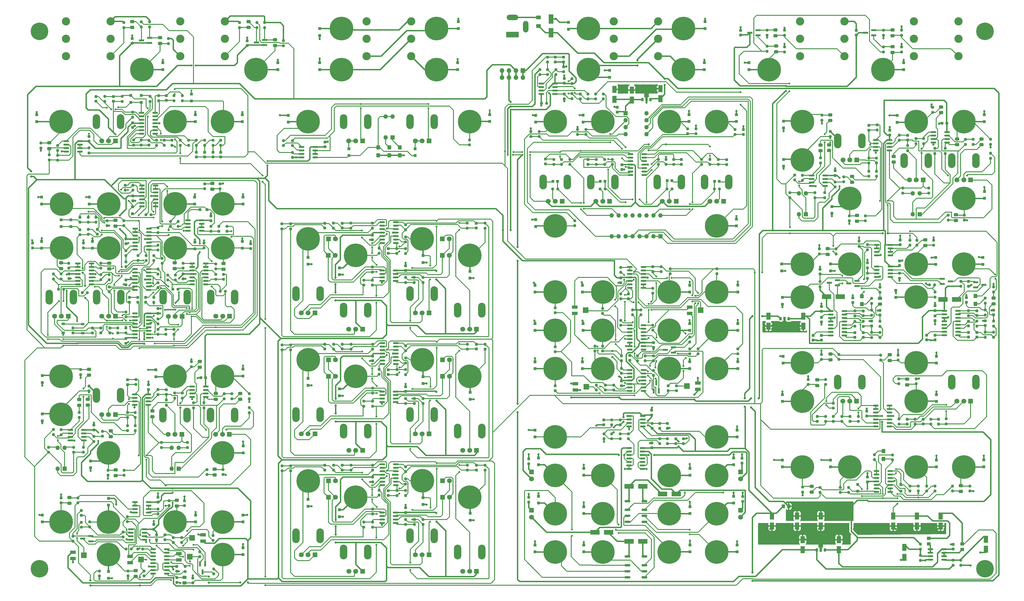
<source format=gbr>
%TF.GenerationSoftware,KiCad,Pcbnew,(6.0.9-0)*%
%TF.CreationDate,2023-07-01T22:34:15+02:00*%
%TF.ProjectId,konstrukt-kicad6,6b6f6e73-7472-4756-9b74-2d6b69636164,rev?*%
%TF.SameCoordinates,Original*%
%TF.FileFunction,Copper,L1,Top*%
%TF.FilePolarity,Positive*%
%FSLAX46Y46*%
G04 Gerber Fmt 4.6, Leading zero omitted, Abs format (unit mm)*
G04 Created by KiCad (PCBNEW (6.0.9-0)) date 2023-07-01 22:34:15*
%MOMM*%
%LPD*%
G01*
G04 APERTURE LIST*
G04 Aperture macros list*
%AMRoundRect*
0 Rectangle with rounded corners*
0 $1 Rounding radius*
0 $2 $3 $4 $5 $6 $7 $8 $9 X,Y pos of 4 corners*
0 Add a 4 corners polygon primitive as box body*
4,1,4,$2,$3,$4,$5,$6,$7,$8,$9,$2,$3,0*
0 Add four circle primitives for the rounded corners*
1,1,$1+$1,$2,$3*
1,1,$1+$1,$4,$5*
1,1,$1+$1,$6,$7*
1,1,$1+$1,$8,$9*
0 Add four rect primitives between the rounded corners*
20,1,$1+$1,$2,$3,$4,$5,0*
20,1,$1+$1,$4,$5,$6,$7,0*
20,1,$1+$1,$6,$7,$8,$9,0*
20,1,$1+$1,$8,$9,$2,$3,0*%
%AMFreePoly0*
4,1,9,3.862500,-0.866500,0.737500,-0.866500,0.737500,-0.450000,-0.737500,-0.450000,-0.737500,0.450000,0.737500,0.450000,0.737500,0.866500,3.862500,0.866500,3.862500,-0.866500,3.862500,-0.866500,$1*%
G04 Aperture macros list end*
%TA.AperFunction,SMDPad,CuDef*%
%ADD10RoundRect,0.237500X-0.237500X0.300000X-0.237500X-0.300000X0.237500X-0.300000X0.237500X0.300000X0*%
%TD*%
%TA.AperFunction,SMDPad,CuDef*%
%ADD11RoundRect,0.237500X0.237500X-0.250000X0.237500X0.250000X-0.237500X0.250000X-0.237500X-0.250000X0*%
%TD*%
%TA.AperFunction,SMDPad,CuDef*%
%ADD12R,1.000000X1.000000*%
%TD*%
%TA.AperFunction,SMDPad,CuDef*%
%ADD13RoundRect,0.250000X0.475000X-0.337500X0.475000X0.337500X-0.475000X0.337500X-0.475000X-0.337500X0*%
%TD*%
%TA.AperFunction,SMDPad,CuDef*%
%ADD14RoundRect,0.250000X0.425000X-0.537500X0.425000X0.537500X-0.425000X0.537500X-0.425000X-0.537500X0*%
%TD*%
%TA.AperFunction,SMDPad,CuDef*%
%ADD15RoundRect,0.237500X-0.237500X0.250000X-0.237500X-0.250000X0.237500X-0.250000X0.237500X0.250000X0*%
%TD*%
%TA.AperFunction,SMDPad,CuDef*%
%ADD16RoundRect,0.250000X-0.475000X0.337500X-0.475000X-0.337500X0.475000X-0.337500X0.475000X0.337500X0*%
%TD*%
%TA.AperFunction,SMDPad,CuDef*%
%ADD17R,3.500000X1.800000*%
%TD*%
%TA.AperFunction,SMDPad,CuDef*%
%ADD18RoundRect,0.250000X-0.550000X1.050000X-0.550000X-1.050000X0.550000X-1.050000X0.550000X1.050000X0*%
%TD*%
%TA.AperFunction,SMDPad,CuDef*%
%ADD19RoundRect,0.237500X0.237500X-0.300000X0.237500X0.300000X-0.237500X0.300000X-0.237500X-0.300000X0*%
%TD*%
%TA.AperFunction,SMDPad,CuDef*%
%ADD20RoundRect,0.150000X-0.825000X-0.150000X0.825000X-0.150000X0.825000X0.150000X-0.825000X0.150000X0*%
%TD*%
%TA.AperFunction,SMDPad,CuDef*%
%ADD21RoundRect,0.237500X-0.250000X-0.237500X0.250000X-0.237500X0.250000X0.237500X-0.250000X0.237500X0*%
%TD*%
%TA.AperFunction,SMDPad,CuDef*%
%ADD22RoundRect,0.237500X0.250000X0.237500X-0.250000X0.237500X-0.250000X-0.237500X0.250000X-0.237500X0*%
%TD*%
%TA.AperFunction,SMDPad,CuDef*%
%ADD23R,2.000000X1.300000*%
%TD*%
%TA.AperFunction,SMDPad,CuDef*%
%ADD24R,2.000000X2.000000*%
%TD*%
%TA.AperFunction,SMDPad,CuDef*%
%ADD25R,0.900000X1.300000*%
%TD*%
%TA.AperFunction,SMDPad,CuDef*%
%ADD26FreePoly0,90.000000*%
%TD*%
%TA.AperFunction,SMDPad,CuDef*%
%ADD27R,1.200000X0.900000*%
%TD*%
%TA.AperFunction,SMDPad,CuDef*%
%ADD28R,0.800000X1.900000*%
%TD*%
%TA.AperFunction,SMDPad,CuDef*%
%ADD29R,1.900000X0.800000*%
%TD*%
%TA.AperFunction,SMDPad,CuDef*%
%ADD30RoundRect,0.250000X0.550000X-1.050000X0.550000X1.050000X-0.550000X1.050000X-0.550000X-1.050000X0*%
%TD*%
%TA.AperFunction,SMDPad,CuDef*%
%ADD31RoundRect,0.237500X0.300000X0.237500X-0.300000X0.237500X-0.300000X-0.237500X0.300000X-0.237500X0*%
%TD*%
%TA.AperFunction,SMDPad,CuDef*%
%ADD32RoundRect,0.250000X-0.425000X0.537500X-0.425000X-0.537500X0.425000X-0.537500X0.425000X0.537500X0*%
%TD*%
%TA.AperFunction,SMDPad,CuDef*%
%ADD33RoundRect,0.150000X-0.850000X-0.150000X0.850000X-0.150000X0.850000X0.150000X-0.850000X0.150000X0*%
%TD*%
%TA.AperFunction,SMDPad,CuDef*%
%ADD34RoundRect,0.237500X-0.300000X-0.237500X0.300000X-0.237500X0.300000X0.237500X-0.300000X0.237500X0*%
%TD*%
%TA.AperFunction,SMDPad,CuDef*%
%ADD35RoundRect,0.250000X0.350000X0.450000X-0.350000X0.450000X-0.350000X-0.450000X0.350000X-0.450000X0*%
%TD*%
%TA.AperFunction,SMDPad,CuDef*%
%ADD36R,1.800000X3.500000*%
%TD*%
%TA.AperFunction,ComponentPad*%
%ADD37R,1.600000X1.600000*%
%TD*%
%TA.AperFunction,ComponentPad*%
%ADD38O,1.600000X1.600000*%
%TD*%
%TA.AperFunction,SMDPad,CuDef*%
%ADD39RoundRect,0.200000X-0.830000X-0.200000X0.830000X-0.200000X0.830000X0.200000X-0.830000X0.200000X0*%
%TD*%
%TA.AperFunction,SMDPad,CuDef*%
%ADD40RoundRect,0.250000X0.450000X-0.350000X0.450000X0.350000X-0.450000X0.350000X-0.450000X-0.350000X0*%
%TD*%
%TA.AperFunction,SMDPad,CuDef*%
%ADD41RoundRect,0.250000X-0.625000X0.400000X-0.625000X-0.400000X0.625000X-0.400000X0.625000X0.400000X0*%
%TD*%
%TA.AperFunction,SMDPad,CuDef*%
%ADD42FreePoly0,270.000000*%
%TD*%
%TA.AperFunction,ConnectorPad*%
%ADD43C,8.600000*%
%TD*%
%TA.AperFunction,ComponentPad*%
%ADD44C,4.700000*%
%TD*%
%TA.AperFunction,ComponentPad*%
%ADD45O,2.700000X5.400000*%
%TD*%
%TA.AperFunction,ComponentPad*%
%ADD46R,1.800000X1.800000*%
%TD*%
%TA.AperFunction,ComponentPad*%
%ADD47C,1.800000*%
%TD*%
%TA.AperFunction,ComponentPad*%
%ADD48C,3.600000*%
%TD*%
%TA.AperFunction,ConnectorPad*%
%ADD49C,6.400000*%
%TD*%
%TA.AperFunction,ComponentPad*%
%ADD50C,3.000000*%
%TD*%
%TA.AperFunction,ComponentPad*%
%ADD51R,4.600000X2.000000*%
%TD*%
%TA.AperFunction,ComponentPad*%
%ADD52O,4.200000X2.000000*%
%TD*%
%TA.AperFunction,ComponentPad*%
%ADD53O,2.000000X4.200000*%
%TD*%
%TA.AperFunction,ComponentPad*%
%ADD54R,1.700000X1.700000*%
%TD*%
%TA.AperFunction,ComponentPad*%
%ADD55O,1.700000X1.700000*%
%TD*%
%TA.AperFunction,ViaPad*%
%ADD56C,0.700000*%
%TD*%
%TA.AperFunction,ViaPad*%
%ADD57C,0.800000*%
%TD*%
%TA.AperFunction,Conductor*%
%ADD58C,0.300000*%
%TD*%
%TA.AperFunction,Conductor*%
%ADD59C,0.500000*%
%TD*%
G04 APERTURE END LIST*
D10*
%TO.P,C1503,1*%
%TO.N,Net-(C1503-Pad1)*%
X347781000Y-108924000D03*
%TO.P,C1503,2*%
%TO.N,Net-(C1503-Pad2)*%
X347781000Y-110649000D03*
%TD*%
D11*
%TO.P,R308,1*%
%TO.N,Net-(C304-Pad1)*%
X139536400Y-88026000D03*
%TO.P,R308,2*%
%TO.N,Net-(C302-Pad2)*%
X139536400Y-86201000D03*
%TD*%
%TO.P,R902,1*%
%TO.N,Net-(R902-Pad1)*%
X209042000Y-137818500D03*
%TO.P,R902,2*%
%TO.N,Net-(C901-Pad1)*%
X209042000Y-135993500D03*
%TD*%
D12*
%TO.P,D402,1,A1*%
%TO.N,/GND*%
X115430000Y-139885000D03*
%TO.P,D402,2,A2*%
%TO.N,/2xAttenuverters2/Out1*%
X115430000Y-137385000D03*
%TD*%
D13*
%TO.P,C2906,1*%
%TO.N,/Audio Jacks/Out2*%
X317047000Y-14658500D03*
%TO.P,C2906,2*%
%TO.N,Net-(C2906-Pad2)*%
X317047000Y-12583500D03*
%TD*%
D12*
%TO.P,D1102,1,A1*%
%TO.N,/GND*%
X31242000Y-177312000D03*
%TO.P,D1102,2,A2*%
%TO.N,/2xAudio VCA/VCA1_CV*%
X31242000Y-179812000D03*
%TD*%
D11*
%TO.P,R631,1*%
%TO.N,/VCF/VCA_I_In2*%
X34671000Y-116990500D03*
%TO.P,R631,2*%
%TO.N,Net-(C610-Pad1)*%
X34671000Y-115165500D03*
%TD*%
D14*
%TO.P,C1401,1*%
%TO.N,Net-(C1401-Pad1)*%
X305871000Y-106498500D03*
%TO.P,C1401,2*%
%TO.N,/2xDelay/Delay1_In_Buf*%
X305871000Y-103623500D03*
%TD*%
D15*
%TO.P,R801,1*%
%TO.N,Net-(R801-Pad1)*%
X70358000Y-91797500D03*
%TO.P,R801,2*%
%TO.N,Net-(C801-Pad1)*%
X70358000Y-93622500D03*
%TD*%
%TO.P,R1216,1*%
%TO.N,Net-(C1206-Pad1)*%
X69397000Y-46744500D03*
%TO.P,R1216,2*%
%TO.N,Net-(C1207-Pad1)*%
X69397000Y-48569500D03*
%TD*%
D16*
%TO.P,C1802,1*%
%TO.N,/Mixer&Crossfader1/InputBuffers2/In2*%
X23749000Y-141202500D03*
%TO.P,C1802,2*%
%TO.N,Net-(C1802-Pad2)*%
X23749000Y-143277500D03*
%TD*%
D11*
%TO.P,R224,1*%
%TO.N,/2xAudio VCA/VCA2_Out*%
X61976000Y-208176500D03*
%TO.P,R224,2*%
%TO.N,/GND*%
X61976000Y-206351500D03*
%TD*%
D12*
%TO.P,D2504,1,A1*%
%TO.N,/GND*%
X332994000Y-139466000D03*
%TO.P,D2504,2,A2*%
%TO.N,/Tone control/Out2*%
X332994000Y-141966000D03*
%TD*%
D15*
%TO.P,R2407,1*%
%TO.N,/+9Vd*%
X237998000Y-155551500D03*
%TO.P,R2407,2*%
%TO.N,Net-(R2407-Pad2)*%
X237998000Y-157376500D03*
%TD*%
D17*
%TO.P,D1307,1,K*%
%TO.N,/2xDelay/+5Vd*%
X292957000Y-103791000D03*
%TO.P,D1307,2,A*%
%TO.N,Net-(C1303-Pad1)*%
X297957000Y-103791000D03*
%TD*%
D12*
%TO.P,D2606,1,A1*%
%TO.N,/GND*%
X332994000Y-163342000D03*
%TO.P,D2606,2,A2*%
%TO.N,/VC Limiter/Lower_Limit_CV*%
X332994000Y-165842000D03*
%TD*%
%TO.P,D501,1,A1*%
%TO.N,/GND*%
X104000000Y-180205000D03*
%TO.P,D501,2,A2*%
%TO.N,/2xAttenuverters3/In1*%
X104000000Y-177705000D03*
%TD*%
D15*
%TO.P,R517,1*%
%TO.N,Net-(R514-Pad1)*%
X124320000Y-186020000D03*
%TO.P,R517,2*%
%TO.N,/+4.5V*%
X124320000Y-187845000D03*
%TD*%
D18*
%TO.P,C1308,1*%
%TO.N,/2xDelay/+5Vd*%
X284535000Y-110881000D03*
%TO.P,C1308,2*%
%TO.N,/GND*%
X284535000Y-114481000D03*
%TD*%
D16*
%TO.P,C803,1*%
%TO.N,Net-(C803-Pad1)*%
X31496000Y-91545500D03*
%TO.P,C803,2*%
%TO.N,/VCF/VCF Audio Outs/LBP_Out*%
X31496000Y-93620500D03*
%TD*%
D12*
%TO.P,D2912,1,A1*%
%TO.N,/GND*%
X248721000Y-3481000D03*
%TO.P,D2912,2,A2*%
%TO.N,/Audio Jacks/Gen2_Tip_NC*%
X248721000Y-5981000D03*
%TD*%
%TO.P,D503,1,A1*%
%TO.N,/GND*%
X145910000Y-179570000D03*
%TO.P,D503,2,A2*%
%TO.N,/2xAttenuverters3/In2*%
X145910000Y-177070000D03*
%TD*%
D10*
%TO.P,C1512,1*%
%TO.N,/GND*%
X332541000Y-107093000D03*
%TO.P,C1512,2*%
%TO.N,/2xDelay/+5Vd*%
X332541000Y-108818000D03*
%TD*%
D11*
%TO.P,R2411,1*%
%TO.N,Net-(R2411-Pad1)*%
X220726000Y-155598500D03*
%TO.P,R2411,2*%
%TO.N,Net-(R2409-Pad1)*%
X220726000Y-153773500D03*
%TD*%
D19*
%TO.P,C702,1*%
%TO.N,/GND*%
X40132000Y-68781000D03*
%TO.P,C702,2*%
%TO.N,/+9V*%
X40132000Y-67056000D03*
%TD*%
D12*
%TO.P,D2412,1,A1*%
%TO.N,/GND*%
X259080000Y-162580000D03*
%TO.P,D2412,2,A2*%
%TO.N,/Relay switch/Switch2_A*%
X259080000Y-165080000D03*
%TD*%
D10*
%TO.P,C1513,1*%
%TO.N,Net-(C1513-Pad1)*%
X332541000Y-110802500D03*
%TO.P,C1513,2*%
%TO.N,/GND*%
X332541000Y-112527500D03*
%TD*%
%TO.P,C301,1*%
%TO.N,Net-(C301-Pad1)*%
X116422400Y-76983500D03*
%TO.P,C301,2*%
%TO.N,Net-(C301-Pad2)*%
X116422400Y-78708500D03*
%TD*%
D11*
%TO.P,R1211,1*%
%TO.N,Net-(C1204-Pad1)*%
X51617000Y-48569500D03*
%TO.P,R1211,2*%
%TO.N,Net-(R1211-Pad2)*%
X51617000Y-46744500D03*
%TD*%
D12*
%TO.P,D304,1,A1*%
%TO.N,/GND*%
X163031400Y-97003000D03*
%TO.P,D304,2,A2*%
%TO.N,/2xAttenuverters1/Out2*%
X163031400Y-94503000D03*
%TD*%
%TO.P,D2503,1,A1*%
%TO.N,/GND*%
X276860000Y-139466000D03*
%TO.P,D2503,2,A2*%
%TO.N,/Tone control/Out1*%
X276860000Y-141966000D03*
%TD*%
D11*
%TO.P,R2104,1*%
%TO.N,/+4.5V*%
X279596000Y-67701500D03*
%TO.P,R2104,2*%
%TO.N,/Mixer&Crossfader2/InputBuffers2/In2_10db*%
X279596000Y-65876500D03*
%TD*%
D15*
%TO.P,R2004,1*%
%TO.N,/+4.5V*%
X320767000Y-64167500D03*
%TO.P,R2004,2*%
%TO.N,/Mixer&Crossfader2/InputBuffers1/In2_10db*%
X320767000Y-65992500D03*
%TD*%
D12*
%TO.P,D1801,1,A1*%
%TO.N,/GND*%
X7144000Y-135071000D03*
%TO.P,D1801,2,A2*%
%TO.N,/Mixer&Crossfader1/InputBuffers2/In1*%
X7144000Y-132571000D03*
%TD*%
D15*
%TO.P,R2410,1*%
%TO.N,Net-(R2410-Pad1)*%
X234950000Y-155551500D03*
%TO.P,R2410,2*%
%TO.N,Net-(R2407-Pad2)*%
X234950000Y-157376500D03*
%TD*%
%TO.P,R2914,1*%
%TO.N,Net-(C2908-Pad1)*%
X313745000Y-6612500D03*
%TO.P,R2914,2*%
%TO.N,/GND*%
X313745000Y-8437500D03*
%TD*%
%TO.P,R915,1*%
%TO.N,/+4.5V*%
X235966000Y-93575500D03*
%TO.P,R915,2*%
%TO.N,/2xCV VCA & 2xMixer/VCA2_In*%
X235966000Y-95400500D03*
%TD*%
D20*
%TO.P,U2001,1*%
%TO.N,Net-(R2008-Pad2)*%
X331953000Y-43712000D03*
%TO.P,U2001,2,-*%
%TO.N,/Mixer&Crossfader2/InputBuffers1/In2_Switch*%
X331953000Y-44982000D03*
%TO.P,U2001,3,+*%
%TO.N,Net-(C2002-Pad2)*%
X331953000Y-46252000D03*
%TO.P,U2001,4,V-*%
%TO.N,/GND*%
X331953000Y-47522000D03*
%TO.P,U2001,5,+*%
%TO.N,Net-(C2001-Pad2)*%
X336903000Y-47522000D03*
%TO.P,U2001,6,-*%
%TO.N,/Mixer&Crossfader2/InputBuffers1/In1_Switch*%
X336903000Y-46252000D03*
%TO.P,U2001,7*%
%TO.N,Net-(R2007-Pad2)*%
X336903000Y-44982000D03*
%TO.P,U2001,8,V+*%
%TO.N,/+9V*%
X336903000Y-43712000D03*
%TD*%
D16*
%TO.P,C2509,1*%
%TO.N,Net-(C2509-Pad1)*%
X289560000Y-134090500D03*
%TO.P,C2509,2*%
%TO.N,/Tone control/Out1*%
X289560000Y-136165500D03*
%TD*%
D12*
%TO.P,D504,1,A1*%
%TO.N,/GND*%
X163055000Y-185285000D03*
%TO.P,D504,2,A2*%
%TO.N,/2xAttenuverters3/Out2*%
X163055000Y-182785000D03*
%TD*%
D13*
%TO.P,C1604,1*%
%TO.N,Net-(C1604-Pad1)*%
X33872000Y-169034500D03*
%TO.P,C1604,2*%
%TO.N,/Mixer&Crossfader1/Crossfader_Out*%
X33872000Y-166959500D03*
%TD*%
D21*
%TO.P,R202,1*%
%TO.N,/+9V*%
X41910000Y-195834000D03*
%TO.P,R202,2*%
%TO.N,Net-(R202-Pad2)*%
X43735000Y-195834000D03*
%TD*%
D12*
%TO.P,D1106,1,A1*%
%TO.N,/GND*%
X80264000Y-195346000D03*
%TO.P,D1106,2,A2*%
%TO.N,/2xAudio VCA/VCA2_Out*%
X80264000Y-197846000D03*
%TD*%
D20*
%TO.P,U1801,1*%
%TO.N,Net-(R1807-Pad2)*%
X17369000Y-152349500D03*
%TO.P,U1801,2,-*%
%TO.N,/Mixer&Crossfader1/InputBuffers2/In1_Switch*%
X17369000Y-153619500D03*
%TO.P,U1801,3,+*%
%TO.N,Net-(C1801-Pad2)*%
X17369000Y-154889500D03*
%TO.P,U1801,4,V-*%
%TO.N,/GND*%
X17369000Y-156159500D03*
%TO.P,U1801,5,+*%
%TO.N,Net-(C1802-Pad2)*%
X22319000Y-156159500D03*
%TO.P,U1801,6,-*%
%TO.N,/Mixer&Crossfader1/InputBuffers2/In2_Switch*%
X22319000Y-154889500D03*
%TO.P,U1801,7*%
%TO.N,Net-(R1808-Pad2)*%
X22319000Y-153619500D03*
%TO.P,U1801,8,V+*%
%TO.N,/+9V*%
X22319000Y-152349500D03*
%TD*%
D22*
%TO.P,R707,1*%
%TO.N,Net-(R707-Pad1)*%
X46759500Y-73914000D03*
%TO.P,R707,2*%
%TO.N,/VCF/VCA_VC1*%
X44934500Y-73914000D03*
%TD*%
D15*
%TO.P,R2001,1*%
%TO.N,/Mixer&Crossfader2/InputBuffers1/In1*%
X352771000Y-46387500D03*
%TO.P,R2001,2*%
%TO.N,/GND*%
X352771000Y-48212500D03*
%TD*%
%TO.P,R2701,1*%
%TO.N,/Slew limiter/In*%
X98298000Y-51157500D03*
%TO.P,R2701,2*%
%TO.N,/GND*%
X98298000Y-52982500D03*
%TD*%
%TO.P,R2508,1*%
%TO.N,Net-(R2507-Pad1)*%
X336550000Y-148336000D03*
%TO.P,R2508,2*%
%TO.N,Net-(C2504-Pad1)*%
X336550000Y-150161000D03*
%TD*%
D20*
%TO.P,U802,1*%
%TO.N,Net-(R804-Pad1)*%
X20131000Y-91694000D03*
%TO.P,U802,2,-*%
X20131000Y-92964000D03*
%TO.P,U802,3,+*%
%TO.N,/VCF/LP*%
X20131000Y-94234000D03*
%TO.P,U802,4,V+*%
%TO.N,/+9V*%
X20131000Y-95504000D03*
%TO.P,U802,5,+*%
%TO.N,Net-(RV804-Pad2)*%
X20131000Y-96774000D03*
%TO.P,U802,6,-*%
%TO.N,Net-(R812-Pad2)*%
X20131000Y-98044000D03*
%TO.P,U802,7*%
%TO.N,/VCF/LP_Vert*%
X20131000Y-99314000D03*
%TO.P,U802,8*%
%TO.N,/VCF/LBP_Vert*%
X25081000Y-99314000D03*
%TO.P,U802,9,-*%
%TO.N,Net-(R811-Pad2)*%
X25081000Y-98044000D03*
%TO.P,U802,10,+*%
%TO.N,Net-(RV803-Pad2)*%
X25081000Y-96774000D03*
%TO.P,U802,11,V-*%
%TO.N,/GND*%
X25081000Y-95504000D03*
%TO.P,U802,12,+*%
%TO.N,/VCF/LBP*%
X25081000Y-94234000D03*
%TO.P,U802,13,-*%
%TO.N,Net-(R803-Pad1)*%
X25081000Y-92964000D03*
%TO.P,U802,14*%
X25081000Y-91694000D03*
%TD*%
D11*
%TO.P,R603,1*%
%TO.N,/VCF/UBP*%
X47752000Y-90574500D03*
%TO.P,R603,2*%
%TO.N,Net-(R603-Pad2)*%
X47752000Y-88749500D03*
%TD*%
D19*
%TO.P,C206,1*%
%TO.N,/+9V*%
X49276000Y-178662500D03*
%TO.P,C206,2*%
%TO.N,/GND*%
X49276000Y-176937500D03*
%TD*%
D10*
%TO.P,C1510,1*%
%TO.N,/GND*%
X353877000Y-108670000D03*
%TO.P,C1510,2*%
%TO.N,Net-(C1510-Pad2)*%
X353877000Y-110395000D03*
%TD*%
D13*
%TO.P,C801,1*%
%TO.N,Net-(C801-Pad1)*%
X73152000Y-93747500D03*
%TO.P,C801,2*%
%TO.N,/VCF/VCF Audio Outs/HP_Out*%
X73152000Y-91672500D03*
%TD*%
D12*
%TO.P,D1103,1,A1*%
%TO.N,/GND*%
X62992000Y-183408000D03*
%TO.P,D1103,2,A2*%
%TO.N,/2xAudio VCA/VCA2_In*%
X62992000Y-185908000D03*
%TD*%
D11*
%TO.P,R515,1*%
%TO.N,/+4.5V*%
X145910000Y-186852500D03*
%TO.P,R515,2*%
%TO.N,Net-(D506-Pad1)*%
X145910000Y-185027500D03*
%TD*%
%TO.P,R923,1*%
%TO.N,Net-(C904-Pad1)*%
X218186000Y-131722500D03*
%TO.P,R923,2*%
%TO.N,Net-(C904-Pad2)*%
X218186000Y-129897500D03*
%TD*%
%TO.P,R516,1*%
%TO.N,Net-(R516-Pad1)*%
X139560000Y-186852500D03*
%TO.P,R516,2*%
%TO.N,Net-(C504-Pad2)*%
X139560000Y-185027500D03*
%TD*%
D23*
%TO.P,RV201,1,1*%
%TO.N,/+9V*%
X18320000Y-196970000D03*
D24*
%TO.P,RV201,2,2*%
%TO.N,Net-(R203-Pad1)*%
X22320000Y-198120000D03*
D23*
%TO.P,RV201,3,3*%
%TO.N,/GND*%
X18320000Y-199270000D03*
%TD*%
D11*
%TO.P,R2516,1*%
%TO.N,/Tone control/Out2*%
X325628000Y-135532500D03*
%TO.P,R2516,2*%
%TO.N,/GND*%
X325628000Y-133707500D03*
%TD*%
D12*
%TO.P,D2908,1,A1*%
%TO.N,/GND*%
X321111000Y-18467000D03*
%TO.P,D2908,2,A2*%
%TO.N,/Audio Jacks/Out2*%
X321111000Y-20967000D03*
%TD*%
D11*
%TO.P,R1302,1*%
%TO.N,/2xDelay/Delay2_In*%
X332033000Y-84995000D03*
%TO.P,R1302,2*%
%TO.N,/GND*%
X332033000Y-83170000D03*
%TD*%
D12*
%TO.P,D2703,1,K*%
%TO.N,Net-(C2701-Pad1)*%
X118872000Y-52304000D03*
%TO.P,D2703,2,A*%
%TO.N,Net-(D2703-Pad2)*%
X118872000Y-49804000D03*
%TD*%
D10*
%TO.P,C1402,1*%
%TO.N,/GND*%
X302569000Y-104198500D03*
%TO.P,C1402,2*%
%TO.N,Net-(C1402-Pad2)*%
X302569000Y-105923500D03*
%TD*%
D16*
%TO.P,C2903,1*%
%TO.N,Net-(C2903-Pad1)*%
X50093000Y-9281500D03*
%TO.P,C2903,2*%
%TO.N,/Audio Jacks/In1_Buffered*%
X50093000Y-11356500D03*
%TD*%
D20*
%TO.P,U801,1*%
%TO.N,Net-(R802-Pad1)*%
X61787000Y-91694000D03*
%TO.P,U801,2,-*%
X61787000Y-92964000D03*
%TO.P,U801,3,+*%
%TO.N,/VCF/UBP*%
X61787000Y-94234000D03*
%TO.P,U801,4,V+*%
%TO.N,/+9V*%
X61787000Y-95504000D03*
%TO.P,U801,5,+*%
%TO.N,Net-(RV802-Pad2)*%
X61787000Y-96774000D03*
%TO.P,U801,6,-*%
%TO.N,Net-(R810-Pad2)*%
X61787000Y-98044000D03*
%TO.P,U801,7*%
%TO.N,/VCF/UBP_Vert*%
X61787000Y-99314000D03*
%TO.P,U801,8*%
%TO.N,/VCF/HP_Vert*%
X66737000Y-99314000D03*
%TO.P,U801,9,-*%
%TO.N,Net-(R809-Pad2)*%
X66737000Y-98044000D03*
%TO.P,U801,10,+*%
%TO.N,Net-(RV801-Pad2)*%
X66737000Y-96774000D03*
%TO.P,U801,11,V-*%
%TO.N,/GND*%
X66737000Y-95504000D03*
%TO.P,U801,12,+*%
%TO.N,/VCF/HP*%
X66737000Y-94234000D03*
%TO.P,U801,13,-*%
%TO.N,Net-(R801-Pad1)*%
X66737000Y-92964000D03*
%TO.P,U801,14*%
X66737000Y-91694000D03*
%TD*%
D15*
%TO.P,R201,1*%
%TO.N,Net-(R201-Pad1)*%
X38100000Y-183999500D03*
%TO.P,R201,2*%
%TO.N,Net-(R201-Pad2)*%
X38100000Y-185824500D03*
%TD*%
%TO.P,R621,1*%
%TO.N,/VCF/UBP-LBP*%
X27178000Y-79201000D03*
%TO.P,R621,2*%
%TO.N,Net-(R621-Pad2)*%
X27178000Y-81026000D03*
%TD*%
D13*
%TO.P,C1411,1*%
%TO.N,Net-(C1410-Pad2)*%
X312475000Y-106453000D03*
%TO.P,C1411,2*%
%TO.N,/2xDelay/Delay1_Out*%
X312475000Y-104378000D03*
%TD*%
D19*
%TO.P,C1307,1*%
%TO.N,/+9V*%
X319587000Y-92461500D03*
%TO.P,C1307,2*%
%TO.N,/GND*%
X319587000Y-90736500D03*
%TD*%
D25*
%TO.P,U2801,1,OUT*%
%TO.N,/+5V*%
X289385000Y-196119000D03*
D26*
%TO.P,U2801,2,GND*%
%TO.N,/GND*%
X290885000Y-196031500D03*
D25*
%TO.P,U2801,3,IN*%
%TO.N,/+9V*%
X292385000Y-196119000D03*
%TD*%
D11*
%TO.P,R808,1*%
%TO.N,/VCF/VCF Audio Outs/LP_Out*%
X3556000Y-86002500D03*
%TO.P,R808,2*%
%TO.N,/GND*%
X3556000Y-84177500D03*
%TD*%
D15*
%TO.P,R2306,1*%
%TO.N,/LFO/LFO CV Inputs/Depth_CV_In*%
X205232000Y-42775500D03*
%TO.P,R2306,2*%
%TO.N,Net-(R2306-Pad2)*%
X205232000Y-44600500D03*
%TD*%
D11*
%TO.P,R2201,1*%
%TO.N,/+9V*%
X200152000Y-26058500D03*
%TO.P,R2201,2*%
%TO.N,Net-(C2202-Pad1)*%
X200152000Y-24233500D03*
%TD*%
D10*
%TO.P,C205,1*%
%TO.N,Net-(C205-Pad1)*%
X51816000Y-190653500D03*
%TO.P,C205,2*%
%TO.N,Net-(C205-Pad2)*%
X51816000Y-192378500D03*
%TD*%
%TO.P,C1207,1*%
%TO.N,Net-(C1207-Pad1)*%
X69397000Y-51112500D03*
%TO.P,C1207,2*%
%TO.N,/+2V*%
X69397000Y-52837500D03*
%TD*%
D12*
%TO.P,D2704,1,K*%
%TO.N,Net-(D2704-Pad1)*%
X143002000Y-49804000D03*
%TO.P,D2704,2,A*%
%TO.N,Net-(C2701-Pad1)*%
X143002000Y-52304000D03*
%TD*%
D11*
%TO.P,R805,1*%
%TO.N,/VCF/VCF Audio Outs/HP_Out*%
X83058000Y-86256500D03*
%TO.P,R805,2*%
%TO.N,/GND*%
X83058000Y-84431500D03*
%TD*%
D22*
%TO.P,R1310,1*%
%TO.N,Net-(R1308-Pad2)*%
X332334000Y-99473000D03*
%TO.P,R1310,2*%
%TO.N,/GND*%
X330509000Y-99473000D03*
%TD*%
D12*
%TO.P,D1105,1,A1*%
%TO.N,/GND*%
X31242000Y-206482000D03*
%TO.P,D1105,2,A2*%
%TO.N,/2xAudio VCA/VCA1_Out*%
X31242000Y-203982000D03*
%TD*%
D19*
%TO.P,C2308,1*%
%TO.N,Net-(C2308-Pad1)*%
X190500000Y-55319000D03*
%TO.P,C2308,2*%
%TO.N,Net-(C2308-Pad2)*%
X190500000Y-53594000D03*
%TD*%
D15*
%TO.P,R1701,1*%
%TO.N,/Mixer&Crossfader1/InputBuffers1/In1*%
X82605000Y-139200500D03*
%TO.P,R1701,2*%
%TO.N,/GND*%
X82605000Y-141025500D03*
%TD*%
D11*
%TO.P,R1308,1*%
%TO.N,/2xDelay/Delay2_CV_In*%
X332541000Y-103941500D03*
%TO.P,R1308,2*%
%TO.N,Net-(R1308-Pad2)*%
X332541000Y-102116500D03*
%TD*%
D15*
%TO.P,R702,1*%
%TO.N,/VCF/VCF CV Ins/Res_In*%
X53848000Y-76303500D03*
%TO.P,R702,2*%
%TO.N,/+4.5V*%
X53848000Y-78128500D03*
%TD*%
D13*
%TO.P,C2901,1*%
%TO.N,/Audio Jacks/In1*%
X39933000Y-5514500D03*
%TO.P,C2901,2*%
%TO.N,Net-(C2901-Pad2)*%
X39933000Y-3439500D03*
%TD*%
D15*
%TO.P,R911,1*%
%TO.N,/2xCV VCA & 2xMixer/VCA2_CV_In*%
X235204000Y-136247500D03*
%TO.P,R911,2*%
%TO.N,Net-(C903-Pad1)*%
X235204000Y-138072500D03*
%TD*%
%TO.P,R920,1*%
%TO.N,/2xCV VCA & 2xMixer/Mixer1_In2*%
X211328000Y-121769500D03*
%TO.P,R920,2*%
%TO.N,Net-(C904-Pad1)*%
X211328000Y-123594500D03*
%TD*%
D12*
%TO.P,D1205,1,A1*%
%TO.N,/GND*%
X80065000Y-37390000D03*
%TO.P,D1205,2,A2*%
%TO.N,/Envelope Follower/Envelope_Out*%
X80065000Y-39890000D03*
%TD*%
D11*
%TO.P,R312,1*%
%TO.N,/2xAttenuverters1/Out2*%
X168492400Y-78758500D03*
%TO.P,R312,2*%
%TO.N,Net-(C304-Pad2)*%
X168492400Y-76933500D03*
%TD*%
D13*
%TO.P,C203,1*%
%TO.N,Net-(C203-Pad1)*%
X41148000Y-205761500D03*
%TO.P,C203,2*%
%TO.N,/2xAudio VCA/VCA1_Out*%
X41148000Y-203686500D03*
%TD*%
D15*
%TO.P,R2204,1*%
%TO.N,Net-(R2204-Pad1)*%
X205994000Y-29821500D03*
%TO.P,R2204,2*%
%TO.N,Net-(C2202-Pad2)*%
X205994000Y-31646500D03*
%TD*%
D18*
%TO.P,C2807,1*%
%TO.N,Net-(C2807-Pad1)*%
X321365000Y-195209000D03*
%TO.P,C2807,2*%
%TO.N,/GND*%
X321365000Y-198809000D03*
%TD*%
D11*
%TO.P,R602,1*%
%TO.N,/VCF/LBP*%
X44958000Y-90574500D03*
%TO.P,R602,2*%
%TO.N,Net-(R602-Pad2)*%
X44958000Y-88749500D03*
%TD*%
D10*
%TO.P,C1209,1*%
%TO.N,Net-(C1209-Pad1)*%
X52379000Y-30438000D03*
%TO.P,C1209,2*%
%TO.N,Net-(C1209-Pad2)*%
X52379000Y-32163000D03*
%TD*%
D11*
%TO.P,R1309,1*%
%TO.N,Net-(R1307-Pad2)*%
X307903000Y-93273500D03*
%TO.P,R1309,2*%
%TO.N,/GND*%
X307903000Y-91448500D03*
%TD*%
D19*
%TO.P,C2911,1*%
%TO.N,/+9V*%
X81843000Y-12197500D03*
%TO.P,C2911,2*%
%TO.N,/GND*%
X81843000Y-10472500D03*
%TD*%
%TO.P,C404,1*%
%TO.N,Net-(C404-Pad1)*%
X165341000Y-122860500D03*
%TO.P,C404,2*%
%TO.N,Net-(C404-Pad2)*%
X165341000Y-121135500D03*
%TD*%
D11*
%TO.P,R2310,1*%
%TO.N,Net-(C2301-Pad1)*%
X253492000Y-55522500D03*
%TO.P,R2310,2*%
%TO.N,Net-(C2301-Pad2)*%
X253492000Y-53697500D03*
%TD*%
%TO.P,R2911,1*%
%TO.N,Net-(C2905-Pad2)*%
X85399000Y-5643500D03*
%TO.P,R2911,2*%
%TO.N,/+4.5V*%
X85399000Y-3818500D03*
%TD*%
%TO.P,R1903,1*%
%TO.N,Net-(R1903-Pad1)*%
X352771000Y-53292500D03*
%TO.P,R1903,2*%
%TO.N,Net-(C1901-Pad1)*%
X352771000Y-51467500D03*
%TD*%
D15*
%TO.P,R811,1*%
%TO.N,/VCF/LBP*%
X28448000Y-95734500D03*
%TO.P,R811,2*%
%TO.N,Net-(R811-Pad2)*%
X28448000Y-97559500D03*
%TD*%
%TO.P,R1217,1*%
%TO.N,Net-(C1207-Pad1)*%
X72191000Y-46744500D03*
%TO.P,R1217,2*%
%TO.N,Net-(C1208-Pad1)*%
X72191000Y-48569500D03*
%TD*%
D11*
%TO.P,R2403,1*%
%TO.N,/+9Vd*%
X217805000Y-150518500D03*
%TO.P,R2403,2*%
%TO.N,Net-(C2401-Pad1)*%
X217805000Y-148693500D03*
%TD*%
D10*
%TO.P,C1509,1*%
%TO.N,Net-(C1509-Pad1)*%
X347781000Y-116798000D03*
%TO.P,C1509,2*%
%TO.N,Net-(C1509-Pad2)*%
X347781000Y-118523000D03*
%TD*%
D15*
%TO.P,R2416,1*%
%TO.N,/GND*%
X262128000Y-162663500D03*
%TO.P,R2416,2*%
%TO.N,Net-(D2404-Pad1)*%
X262128000Y-164488500D03*
%TD*%
D16*
%TO.P,C601,1*%
%TO.N,/VCF/In*%
X33782000Y-75924500D03*
%TO.P,C601,2*%
%TO.N,Net-(C601-Pad2)*%
X33782000Y-77999500D03*
%TD*%
D12*
%TO.P,D2302,1,A1*%
%TO.N,/GND*%
X242824000Y-37358000D03*
%TO.P,D2302,2,A2*%
%TO.N,/LFO/LFO CV Inputs/Waveform_CV_In*%
X242824000Y-39858000D03*
%TD*%
D19*
%TO.P,C2403,1*%
%TO.N,/+9Vd*%
X229297000Y-158850500D03*
%TO.P,C2403,2*%
%TO.N,/GND*%
X229297000Y-157125500D03*
%TD*%
D10*
%TO.P,C1211,1*%
%TO.N,/+9V*%
X40060000Y-40317500D03*
%TO.P,C1211,2*%
%TO.N,/GND*%
X40060000Y-42042500D03*
%TD*%
D19*
%TO.P,C1603,1*%
%TO.N,Net-(C1603-Pad1)*%
X38190000Y-135839500D03*
%TO.P,C1603,2*%
%TO.N,Net-(C1603-Pad2)*%
X38190000Y-134114500D03*
%TD*%
D11*
%TO.P,R512,1*%
%TO.N,/2xAttenuverters3/Out2*%
X168516000Y-167040500D03*
%TO.P,R512,2*%
%TO.N,Net-(C504-Pad2)*%
X168516000Y-165215500D03*
%TD*%
%TO.P,R511,1*%
%TO.N,/2xAttenuverters3/Out1*%
X129908000Y-176184500D03*
%TO.P,R511,2*%
%TO.N,Net-(C503-Pad2)*%
X129908000Y-174359500D03*
%TD*%
D18*
%TO.P,C2812,1*%
%TO.N,/+2.5V*%
X334573000Y-183779000D03*
%TO.P,C2812,2*%
%TO.N,/GND*%
X334573000Y-187379000D03*
%TD*%
D19*
%TO.P,C1406,1*%
%TO.N,/GND*%
X288091000Y-119639500D03*
%TO.P,C1406,2*%
%TO.N,Net-(C1406-Pad2)*%
X288091000Y-117914500D03*
%TD*%
D15*
%TO.P,R1611,1*%
%TO.N,Net-(C1603-Pad2)*%
X36920000Y-167084500D03*
%TO.P,R1611,2*%
%TO.N,Net-(C1604-Pad1)*%
X36920000Y-168909500D03*
%TD*%
%TO.P,R2601,1*%
%TO.N,/VC Limiter/In*%
X284226000Y-173228000D03*
%TO.P,R2601,2*%
%TO.N,/GND*%
X284226000Y-175053000D03*
%TD*%
%TO.P,R2325,1*%
%TO.N,/LFO/LFO CV Inputs/Tap*%
X201168000Y-76049500D03*
%TO.P,R2325,2*%
%TO.N,Net-(D2305-Pad2)*%
X201168000Y-77874500D03*
%TD*%
%TO.P,R1408,1*%
%TO.N,Net-(C1410-Pad2)*%
X312475000Y-112784500D03*
%TO.P,R1408,2*%
%TO.N,Net-(C1409-Pad1)*%
X312475000Y-114609500D03*
%TD*%
D11*
%TO.P,R218,1*%
%TO.N,/+4.5V*%
X53340000Y-179982500D03*
%TO.P,R218,2*%
%TO.N,Net-(C204-Pad2)*%
X53340000Y-178157500D03*
%TD*%
D10*
%TO.P,C607,1*%
%TO.N,Net-(C607-Pad1)*%
X55118000Y-115723500D03*
%TO.P,C607,2*%
%TO.N,/+4.5V*%
X55118000Y-117448500D03*
%TD*%
D11*
%TO.P,R1803,1*%
%TO.N,/+4.5V*%
X18574000Y-160514500D03*
%TO.P,R1803,2*%
%TO.N,/Mixer&Crossfader1/InputBuffers2/In1_10db*%
X18574000Y-158689500D03*
%TD*%
D15*
%TO.P,R304,1*%
%TO.N,Net-(C302-Pad2)*%
X136361400Y-86201000D03*
%TO.P,R304,2*%
%TO.N,Net-(C302-Pad1)*%
X136361400Y-88026000D03*
%TD*%
D19*
%TO.P,C613,1*%
%TO.N,/GND*%
X37592000Y-99414500D03*
%TO.P,C613,2*%
%TO.N,/+9V*%
X37592000Y-97689500D03*
%TD*%
D10*
%TO.P,C1208,1*%
%TO.N,Net-(C1208-Pad1)*%
X72191000Y-51112500D03*
%TO.P,C1208,2*%
%TO.N,/+2V*%
X72191000Y-52837500D03*
%TD*%
D15*
%TO.P,R907,1*%
%TO.N,/+9V*%
X222250000Y-108561500D03*
%TO.P,R907,2*%
%TO.N,Net-(R907-Pad2)*%
X222250000Y-110386500D03*
%TD*%
D27*
%TO.P,D604,1,K*%
%TO.N,/VCF/LP_Clip*%
X21844000Y-117092000D03*
%TO.P,D604,2,A*%
%TO.N,Net-(D604-Pad2)*%
X21844000Y-113792000D03*
%TD*%
D20*
%TO.P,U701,1*%
%TO.N,Net-(R703-Pad1)*%
X43499000Y-63246000D03*
%TO.P,U701,2,-*%
X43499000Y-64516000D03*
%TO.P,U701,3,+*%
%TO.N,/VCF/VCF CV Ins/Freq_In*%
X43499000Y-65786000D03*
%TO.P,U701,4,V+*%
%TO.N,/+9V*%
X43499000Y-67056000D03*
%TO.P,U701,5,+*%
%TO.N,/+4.5V*%
X43499000Y-68326000D03*
%TO.P,U701,6,-*%
%TO.N,Net-(D703-Pad1)*%
X43499000Y-69596000D03*
%TO.P,U701,7*%
%TO.N,Net-(D703-Pad2)*%
X43499000Y-70866000D03*
%TO.P,U701,8*%
%TO.N,Net-(R707-Pad1)*%
X48449000Y-70866000D03*
%TO.P,U701,9,-*%
X48449000Y-69596000D03*
%TO.P,U701,10,+*%
%TO.N,Net-(D703-Pad1)*%
X48449000Y-68326000D03*
%TO.P,U701,11,V-*%
%TO.N,/GND*%
X48449000Y-67056000D03*
%TO.P,U701,12,+*%
%TO.N,/VCF/VCF CV Ins/Res_In*%
X48449000Y-65786000D03*
%TO.P,U701,13,-*%
%TO.N,Net-(R704-Pad1)*%
X48449000Y-64516000D03*
%TO.P,U701,14*%
X48449000Y-63246000D03*
%TD*%
D11*
%TO.P,R1210,1*%
%TO.N,/+2.5V*%
X57459000Y-48569500D03*
%TO.P,R1210,2*%
%TO.N,Net-(R1210-Pad2)*%
X57459000Y-46744500D03*
%TD*%
%TO.P,R2608,1*%
%TO.N,Net-(C2602-Pad1)*%
X316992000Y-163322000D03*
%TO.P,R2608,2*%
%TO.N,/+4.5V*%
X316992000Y-161497000D03*
%TD*%
D15*
%TO.P,R921,1*%
%TO.N,/2xCV VCA & 2xMixer/Mixer2_In1*%
X194056000Y-107799500D03*
%TO.P,R921,2*%
%TO.N,Net-(C905-Pad1)*%
X194056000Y-109624500D03*
%TD*%
D12*
%TO.P,D2002,1,A1*%
%TO.N,/GND*%
X318735000Y-37668000D03*
%TO.P,D2002,2,A2*%
%TO.N,/Mixer&Crossfader2/InputBuffers1/In2*%
X318735000Y-40168000D03*
%TD*%
%TO.P,D1901,1,A1*%
%TO.N,/GND*%
X350520000Y-65405000D03*
%TO.P,D1901,2,A2*%
%TO.N,/Mixer&Crossfader2/Mixer_Out*%
X350520000Y-67905000D03*
%TD*%
D20*
%TO.P,U2501,1*%
%TO.N,Net-(R2505-Pad1)*%
X310961000Y-143510000D03*
%TO.P,U2501,2,-*%
X310961000Y-144780000D03*
%TO.P,U2501,3,+*%
%TO.N,Net-(C2501-Pad2)*%
X310961000Y-146050000D03*
%TO.P,U2501,4,V+*%
%TO.N,/+9V*%
X310961000Y-147320000D03*
%TO.P,U2501,5,+*%
%TO.N,/+4.5V*%
X310961000Y-148590000D03*
%TO.P,U2501,6,-*%
%TO.N,Net-(C2507-Pad1)*%
X310961000Y-149860000D03*
%TO.P,U2501,7*%
%TO.N,Net-(C2507-Pad2)*%
X310961000Y-151130000D03*
%TO.P,U2501,8*%
%TO.N,Net-(C2508-Pad2)*%
X315911000Y-151130000D03*
%TO.P,U2501,9,-*%
%TO.N,Net-(C2508-Pad1)*%
X315911000Y-149860000D03*
%TO.P,U2501,10,+*%
%TO.N,/+4.5V*%
X315911000Y-148590000D03*
%TO.P,U2501,11,V-*%
%TO.N,/GND*%
X315911000Y-147320000D03*
%TO.P,U2501,12,+*%
%TO.N,Net-(C2502-Pad2)*%
X315911000Y-146050000D03*
%TO.P,U2501,13,-*%
%TO.N,Net-(R2507-Pad1)*%
X315911000Y-144780000D03*
%TO.P,U2501,14*%
X315911000Y-143510000D03*
%TD*%
D19*
%TO.P,C2815,1*%
%TO.N,/+9V*%
X339145000Y-195839500D03*
%TO.P,C2815,2*%
%TO.N,/GND*%
X339145000Y-194114500D03*
%TD*%
D10*
%TO.P,C2507,1*%
%TO.N,Net-(C2507-Pad1)*%
X295402000Y-147473500D03*
%TO.P,C2507,2*%
%TO.N,Net-(C2507-Pad2)*%
X295402000Y-149198500D03*
%TD*%
D19*
%TO.P,C903,1*%
%TO.N,Net-(C903-Pad1)*%
X221234000Y-126947000D03*
%TO.P,C903,2*%
%TO.N,Net-(C903-Pad2)*%
X221234000Y-125222000D03*
%TD*%
D12*
%TO.P,D701,1,A1*%
%TO.N,/GND*%
X24250000Y-67480000D03*
%TO.P,D701,2,A2*%
%TO.N,/VCF/VCF CV Ins/Freq_In*%
X24250000Y-69980000D03*
%TD*%
D15*
%TO.P,R1504,1*%
%TO.N,Net-(C1502-Pad2)*%
X350829000Y-108620000D03*
%TO.P,R1504,2*%
%TO.N,Net-(C1503-Pad2)*%
X350829000Y-110445000D03*
%TD*%
D10*
%TO.P,C2309,1*%
%TO.N,/+5V*%
X218360000Y-55679000D03*
%TO.P,C2309,2*%
%TO.N,/GND*%
X218360000Y-57404000D03*
%TD*%
D11*
%TO.P,R213,1*%
%TO.N,/+4.5V*%
X20066000Y-178966500D03*
%TO.P,R213,2*%
%TO.N,Net-(C202-Pad2)*%
X20066000Y-177141500D03*
%TD*%
%TO.P,R413,1*%
%TO.N,/+4.5V*%
X127495000Y-138912500D03*
%TO.P,R413,2*%
%TO.N,Net-(D405-Pad1)*%
X127495000Y-137087500D03*
%TD*%
%TO.P,R1909,1*%
%TO.N,Net-(C1903-Pad1)*%
X311404000Y-42973000D03*
%TO.P,R1909,2*%
%TO.N,Net-(C1903-Pad2)*%
X311404000Y-41148000D03*
%TD*%
D15*
%TO.P,R2604,1*%
%TO.N,Net-(R2603-Pad2)*%
X332486000Y-172823500D03*
%TO.P,R2604,2*%
%TO.N,/+4.5V*%
X332486000Y-174648500D03*
%TD*%
D10*
%TO.P,C405,1*%
%TO.N,/+9V*%
X127495000Y-125453500D03*
%TO.P,C405,2*%
%TO.N,/GND*%
X127495000Y-127178500D03*
%TD*%
D11*
%TO.P,R620,1*%
%TO.N,Net-(R615-Pad2)*%
X49276000Y-80414500D03*
%TO.P,R620,2*%
%TO.N,Net-(R620-Pad2)*%
X49276000Y-78589500D03*
%TD*%
%TO.P,R614,1*%
%TO.N,/VCF/VCA_I_In1*%
X41910000Y-105814500D03*
%TO.P,R614,2*%
%TO.N,Net-(C603-Pad1)*%
X41910000Y-103989500D03*
%TD*%
D16*
%TO.P,C2908,1*%
%TO.N,Net-(C2908-Pad1)*%
X317047000Y-6487500D03*
%TO.P,C2908,2*%
%TO.N,/Audio Jacks/Out2_Buffered*%
X317047000Y-8562500D03*
%TD*%
D15*
%TO.P,R2912,1*%
%TO.N,Net-(C2906-Pad2)*%
X313745000Y-12708500D03*
%TO.P,R2912,2*%
%TO.N,/+4.5V*%
X313745000Y-14533500D03*
%TD*%
D12*
%TO.P,D502,1,A1*%
%TO.N,/GND*%
X115430000Y-184015000D03*
%TO.P,D502,2,A2*%
%TO.N,/2xAttenuverters3/Out1*%
X115430000Y-181515000D03*
%TD*%
D16*
%TO.P,C2904,1*%
%TO.N,Net-(C2904-Pad1)*%
X274375000Y-6487500D03*
%TO.P,C2904,2*%
%TO.N,/Audio Jacks/Out1_Buffered*%
X274375000Y-8562500D03*
%TD*%
D17*
%TO.P,D1308,1,K*%
%TO.N,/2xDelay/+5Vd*%
X335375000Y-104807000D03*
%TO.P,D1308,2,A*%
%TO.N,Net-(C1304-Pad1)*%
X340375000Y-104807000D03*
%TD*%
D15*
%TO.P,R2603,1*%
%TO.N,/VC Limiter/Lower_Limit_CV*%
X329438000Y-172823500D03*
%TO.P,R2603,2*%
%TO.N,Net-(R2603-Pad2)*%
X329438000Y-174648500D03*
%TD*%
D20*
%TO.P,U902,1*%
%TO.N,Net-(C904-Pad2)*%
X221299000Y-130556000D03*
%TO.P,U902,2,-*%
%TO.N,Net-(C904-Pad1)*%
X221299000Y-131826000D03*
%TO.P,U902,3,+*%
%TO.N,/+4.5V*%
X221299000Y-133096000D03*
%TO.P,U902,4,V+*%
%TO.N,/+9V*%
X221299000Y-134366000D03*
%TO.P,U902,5,+*%
%TO.N,/+4.5V*%
X221299000Y-135636000D03*
%TO.P,U902,6,-*%
%TO.N,Net-(C905-Pad1)*%
X221299000Y-136906000D03*
%TO.P,U902,7*%
%TO.N,Net-(C905-Pad2)*%
X221299000Y-138176000D03*
%TO.P,U902,8*%
%TO.N,Net-(Q901-Pad1)*%
X226249000Y-138176000D03*
%TO.P,U902,9,-*%
%TO.N,Net-(C901-Pad1)*%
X226249000Y-136906000D03*
%TO.P,U902,10,+*%
%TO.N,/+4.5V*%
X226249000Y-135636000D03*
%TO.P,U902,11,V-*%
%TO.N,/GND*%
X226249000Y-134366000D03*
%TO.P,U902,12,+*%
%TO.N,/+4.5V*%
X226249000Y-133096000D03*
%TO.P,U902,13,-*%
%TO.N,Net-(C903-Pad1)*%
X226249000Y-131826000D03*
%TO.P,U902,14*%
%TO.N,Net-(Q902-Pad1)*%
X226249000Y-130556000D03*
%TD*%
D15*
%TO.P,R2207,1*%
%TO.N,/+5V*%
X188468000Y-20931500D03*
%TO.P,R2207,2*%
%TO.N,Net-(R2207-Pad2)*%
X188468000Y-22756500D03*
%TD*%
D11*
%TO.P,R1904,1*%
%TO.N,Net-(R1904-Pad1)*%
X322545000Y-50498500D03*
%TO.P,R1904,2*%
%TO.N,Net-(C1901-Pad1)*%
X322545000Y-48673500D03*
%TD*%
D28*
%TO.P,Q202,1,B*%
%TO.N,Net-(Q202-Pad1)*%
X66482000Y-201192000D03*
%TO.P,Q202,2,E*%
%TO.N,Net-(C205-Pad2)*%
X64582000Y-201192000D03*
%TO.P,Q202,3,C*%
%TO.N,Net-(Q202-Pad3)*%
X65532000Y-204192000D03*
%TD*%
D13*
%TO.P,C1803,1*%
%TO.N,Net-(C1803-Pad1)*%
X20606000Y-143367500D03*
%TO.P,C1803,2*%
%TO.N,/Mixer&Crossfader1/InputBuffers2/In1_Buf*%
X20606000Y-141292500D03*
%TD*%
D15*
%TO.P,R814,1*%
%TO.N,Net-(R810-Pad2)*%
X52832000Y-95861500D03*
%TO.P,R814,2*%
%TO.N,/VCF/UBP_Vert*%
X52832000Y-97686500D03*
%TD*%
%TO.P,R2305,1*%
%TO.N,/+2V*%
X212090000Y-53697500D03*
%TO.P,R2305,2*%
%TO.N,Net-(C2303-Pad1)*%
X212090000Y-55522500D03*
%TD*%
D11*
%TO.P,R315,1*%
%TO.N,/+4.5V*%
X145886400Y-98570500D03*
%TO.P,R315,2*%
%TO.N,Net-(D306-Pad1)*%
X145886400Y-96745500D03*
%TD*%
D15*
%TO.P,R404,1*%
%TO.N,Net-(C402-Pad2)*%
X136385000Y-130353000D03*
%TO.P,R404,2*%
%TO.N,Net-(C402-Pad1)*%
X136385000Y-132178000D03*
%TD*%
D11*
%TO.P,R2323,1*%
%TO.N,Net-(C2308-Pad1)*%
X193548000Y-55522500D03*
%TO.P,R2323,2*%
%TO.N,Net-(C2308-Pad2)*%
X193548000Y-53697500D03*
%TD*%
D29*
%TO.P,Q2904,1,B*%
%TO.N,Net-(C2906-Pad2)*%
X310165000Y-8475000D03*
%TO.P,Q2904,2,E*%
%TO.N,Net-(C2908-Pad1)*%
X310165000Y-6575000D03*
%TO.P,Q2904,3,C*%
%TO.N,/+9V*%
X307165000Y-7525000D03*
%TD*%
D10*
%TO.P,C906,1*%
%TO.N,Net-(C906-Pad1)*%
X229616000Y-92863500D03*
%TO.P,C906,2*%
%TO.N,Net-(C906-Pad2)*%
X229616000Y-94588500D03*
%TD*%
%TO.P,C1413,1*%
%TO.N,Net-(C1413-Pad1)*%
X291139000Y-111310500D03*
%TO.P,C1413,2*%
%TO.N,/GND*%
X291139000Y-113035500D03*
%TD*%
D12*
%TO.P,D603,1,A1*%
%TO.N,/GND*%
X80264000Y-67450000D03*
%TO.P,D603,2,A2*%
%TO.N,/VCF/Out*%
X80264000Y-69950000D03*
%TD*%
D14*
%TO.P,C2602,1*%
%TO.N,Net-(C2602-Pad1)*%
X313690000Y-162981500D03*
%TO.P,C2602,2*%
%TO.N,Net-(C2602-Pad2)*%
X313690000Y-160106500D03*
%TD*%
D15*
%TO.P,R632,1*%
%TO.N,/VCF/LP*%
X25400000Y-115165500D03*
%TO.P,R632,2*%
%TO.N,/VCF/LP_Clip*%
X25400000Y-116990500D03*
%TD*%
D11*
%TO.P,R1307,1*%
%TO.N,/2xDelay/Delay1_CV_In*%
X307903000Y-97083500D03*
%TO.P,R1307,2*%
%TO.N,Net-(R1307-Pad2)*%
X307903000Y-95258500D03*
%TD*%
D12*
%TO.P,D403,1,A1*%
%TO.N,/GND*%
X145910000Y-135440000D03*
%TO.P,D403,2,A2*%
%TO.N,/2xAttenuverters2/In2*%
X145910000Y-132940000D03*
%TD*%
D20*
%TO.P,U702,1*%
%TO.N,Net-(D704-Pad2)*%
X60233000Y-75951000D03*
%TO.P,U702,2,-*%
%TO.N,Net-(D704-Pad1)*%
X60233000Y-77221000D03*
%TO.P,U702,3,+*%
%TO.N,/+4.5V*%
X60233000Y-78491000D03*
%TO.P,U702,4,V-*%
%TO.N,/GND*%
X60233000Y-79761000D03*
%TO.P,U702,5,+*%
%TO.N,Net-(R705-Pad2)*%
X65183000Y-79761000D03*
%TO.P,U702,6,-*%
%TO.N,Net-(R708-Pad1)*%
X65183000Y-78491000D03*
%TO.P,U702,7*%
X65183000Y-77221000D03*
%TO.P,U702,8,V+*%
%TO.N,/+9V*%
X65183000Y-75951000D03*
%TD*%
D11*
%TO.P,R503,1*%
%TO.N,Net-(C501-Pad2)*%
X119621000Y-167040500D03*
%TO.P,R503,2*%
%TO.N,Net-(C501-Pad1)*%
X119621000Y-165215500D03*
%TD*%
D10*
%TO.P,C401,1*%
%TO.N,Net-(C401-Pad1)*%
X116446000Y-121135500D03*
%TO.P,C401,2*%
%TO.N,Net-(C401-Pad2)*%
X116446000Y-122860500D03*
%TD*%
D15*
%TO.P,R613,1*%
%TO.N,/VCF/HP*%
X47752000Y-103989500D03*
%TO.P,R613,2*%
%TO.N,/VCF/VCA_I_In4*%
X47752000Y-105814500D03*
%TD*%
D19*
%TO.P,C2203,1*%
%TO.N,/LFO/+5Vd*%
X216662000Y-36422500D03*
%TO.P,C2203,2*%
%TO.N,/GND*%
X216662000Y-34697500D03*
%TD*%
%TO.P,C1805,1*%
%TO.N,/+9V*%
X25931500Y-152349500D03*
%TO.P,C1805,2*%
%TO.N,/GND*%
X25931500Y-150624500D03*
%TD*%
D12*
%TO.P,D802,1,A1*%
%TO.N,/GND*%
X62738000Y-83840000D03*
%TO.P,D802,2,A2*%
%TO.N,/VCF/VCF Audio Outs/UBP_Out*%
X62738000Y-86340000D03*
%TD*%
D11*
%TO.P,R2909,1*%
%TO.N,/Audio Jacks/In2*%
X79049000Y-5643500D03*
%TO.P,R2909,2*%
%TO.N,/GND*%
X79049000Y-3818500D03*
%TD*%
D15*
%TO.P,R703,1*%
%TO.N,Net-(R703-Pad1)*%
X37338000Y-63095500D03*
%TO.P,R703,2*%
%TO.N,Net-(D703-Pad1)*%
X37338000Y-64920500D03*
%TD*%
D16*
%TO.P,C2003,1*%
%TO.N,Net-(C2003-Pad1)*%
X349469000Y-46262500D03*
%TO.P,C2003,2*%
%TO.N,/Mixer&Crossfader2/InputBuffers1/In1_Buf*%
X349469000Y-48337500D03*
%TD*%
D11*
%TO.P,R313,1*%
%TO.N,/+4.5V*%
X127471400Y-94760500D03*
%TO.P,R313,2*%
%TO.N,Net-(D305-Pad1)*%
X127471400Y-92935500D03*
%TD*%
D15*
%TO.P,R1305,1*%
%TO.N,Net-(R1305-Pad1)*%
X307903000Y-84844500D03*
%TO.P,R1305,2*%
%TO.N,/2xDelay/Delay1_In_Buf*%
X307903000Y-86669500D03*
%TD*%
D19*
%TO.P,C2505,1*%
%TO.N,Net-(C2505-Pad1)*%
X301498000Y-149198500D03*
%TO.P,C2505,2*%
%TO.N,Net-(C2505-Pad2)*%
X301498000Y-147473500D03*
%TD*%
D20*
%TO.P,U203,1*%
%TO.N,Net-(R201-Pad1)*%
X40959000Y-178689000D03*
%TO.P,U203,2,-*%
X40959000Y-179959000D03*
%TO.P,U203,3,+*%
%TO.N,Net-(C202-Pad2)*%
X40959000Y-181229000D03*
%TO.P,U203,4,V-*%
%TO.N,/GND*%
X40959000Y-182499000D03*
%TO.P,U203,5,+*%
%TO.N,Net-(C204-Pad2)*%
X45909000Y-182499000D03*
%TO.P,U203,6,-*%
%TO.N,Net-(R210-Pad1)*%
X45909000Y-181229000D03*
%TO.P,U203,7*%
X45909000Y-179959000D03*
%TO.P,U203,8,V+*%
%TO.N,/+9V*%
X45909000Y-178689000D03*
%TD*%
D19*
%TO.P,C2303,1*%
%TO.N,Net-(C2303-Pad1)*%
X205994000Y-55472500D03*
%TO.P,C2303,2*%
%TO.N,Net-(C2303-Pad2)*%
X205994000Y-53747500D03*
%TD*%
D15*
%TO.P,R203,1*%
%TO.N,Net-(R203-Pad1)*%
X21336000Y-186031500D03*
%TO.P,R203,2*%
%TO.N,Net-(C201-Pad1)*%
X21336000Y-187856500D03*
%TD*%
%TO.P,R1402,1*%
%TO.N,Net-(C1401-Pad1)*%
X309427000Y-104402500D03*
%TO.P,R1402,2*%
%TO.N,Net-(C1402-Pad2)*%
X309427000Y-106227500D03*
%TD*%
%TO.P,R2003,1*%
%TO.N,/+4.5V*%
X330200000Y-64167500D03*
%TO.P,R2003,2*%
%TO.N,/Mixer&Crossfader2/InputBuffers1/In1_10db*%
X330200000Y-65992500D03*
%TD*%
%TO.P,R2317,1*%
%TO.N,/LFO/LFO CV Inputs/Offset_CV_In*%
X188214000Y-43537500D03*
%TO.P,R2317,2*%
%TO.N,Net-(R2317-Pad2)*%
X188214000Y-45362500D03*
%TD*%
D10*
%TO.P,C1410,1*%
%TO.N,/GND*%
X312475000Y-108770500D03*
%TO.P,C1410,2*%
%TO.N,Net-(C1410-Pad2)*%
X312475000Y-110495500D03*
%TD*%
D30*
%TO.P,C2804,1*%
%TO.N,/+5V*%
X284281000Y-196015000D03*
%TO.P,C2804,2*%
%TO.N,/GND*%
X284281000Y-192415000D03*
%TD*%
D19*
%TO.P,C2302,1*%
%TO.N,Net-(C2302-Pad1)*%
X240030000Y-55472500D03*
%TO.P,C2302,2*%
%TO.N,Net-(C2302-Pad2)*%
X240030000Y-53747500D03*
%TD*%
%TO.P,C615,1*%
%TO.N,/+9V*%
X49276000Y-109828500D03*
%TO.P,C615,2*%
%TO.N,/GND*%
X49276000Y-108103500D03*
%TD*%
D13*
%TO.P,C802,1*%
%TO.N,Net-(C802-Pad1)*%
X55372000Y-93493500D03*
%TO.P,C802,2*%
%TO.N,/VCF/VCF Audio Outs/UBP_Out*%
X55372000Y-91418500D03*
%TD*%
D16*
%TO.P,C2004,1*%
%TO.N,Net-(C2004-Pad1)*%
X317465000Y-52612500D03*
%TO.P,C2004,2*%
%TO.N,/Mixer&Crossfader2/InputBuffers1/In2_Buf*%
X317465000Y-54687500D03*
%TD*%
D12*
%TO.P,D1301,1,A1*%
%TO.N,/GND*%
X276661000Y-94353000D03*
%TO.P,D1301,2,A2*%
%TO.N,/2xDelay/Delay1_In*%
X276661000Y-91853000D03*
%TD*%
D19*
%TO.P,C901,1*%
%TO.N,Net-(C901-Pad1)*%
X229870000Y-127100500D03*
%TO.P,C901,2*%
%TO.N,Net-(C901-Pad2)*%
X229870000Y-125375500D03*
%TD*%
D31*
%TO.P,C1705,1*%
%TO.N,/+9V*%
X66648500Y-133350000D03*
%TO.P,C1705,2*%
%TO.N,/GND*%
X64923500Y-133350000D03*
%TD*%
D15*
%TO.P,R2302,1*%
%TO.N,/LFO/LFO CV Inputs/Freq_CV_In*%
X259588000Y-42775500D03*
%TO.P,R2302,2*%
%TO.N,Net-(R2302-Pad2)*%
X259588000Y-44600500D03*
%TD*%
D23*
%TO.P,RV903,1,1*%
%TO.N,/+9V*%
X246094000Y-137548000D03*
D24*
%TO.P,RV903,2,2*%
%TO.N,Net-(R910-Pad1)*%
X242094000Y-136398000D03*
D23*
%TO.P,RV903,3,3*%
%TO.N,/GND*%
X246094000Y-135248000D03*
%TD*%
D20*
%TO.P,U901,1*%
%TO.N,Net-(R905-Pad1)*%
X221299000Y-92964000D03*
%TO.P,U901,2,-*%
X221299000Y-94234000D03*
%TO.P,U901,3,+*%
%TO.N,/2xCV VCA & 2xMixer/VCA1_In*%
X221299000Y-95504000D03*
%TO.P,U901,4,V+*%
%TO.N,/+9V*%
X221299000Y-96774000D03*
%TO.P,U901,5,+*%
%TO.N,/+2V*%
X221299000Y-98044000D03*
%TO.P,U901,6,-*%
%TO.N,Net-(C902-Pad2)*%
X221299000Y-99314000D03*
%TO.P,U901,7*%
%TO.N,Net-(C902-Pad1)*%
X221299000Y-100584000D03*
%TO.P,U901,8*%
%TO.N,Net-(R917-Pad1)*%
X226249000Y-100584000D03*
%TO.P,U901,9,-*%
X226249000Y-99314000D03*
%TO.P,U901,10,+*%
%TO.N,/2xCV VCA & 2xMixer/VCA2_In*%
X226249000Y-98044000D03*
%TO.P,U901,11,V-*%
%TO.N,/GND*%
X226249000Y-96774000D03*
%TO.P,U901,12,+*%
%TO.N,/+2V*%
X226249000Y-95504000D03*
%TO.P,U901,13,-*%
%TO.N,Net-(C906-Pad2)*%
X226249000Y-94234000D03*
%TO.P,U901,14*%
%TO.N,Net-(C906-Pad1)*%
X226249000Y-92964000D03*
%TD*%
D11*
%TO.P,R1702,1*%
%TO.N,/Mixer&Crossfader1/InputBuffers1/In2*%
X61523000Y-129341500D03*
%TO.P,R1702,2*%
%TO.N,/GND*%
X61523000Y-127516500D03*
%TD*%
D18*
%TO.P,C2805,1*%
%TO.N,/+9Vd*%
X273105000Y-183779000D03*
%TO.P,C2805,2*%
%TO.N,/GND*%
X273105000Y-187379000D03*
%TD*%
D16*
%TO.P,C2510,1*%
%TO.N,Net-(C2510-Pad1)*%
X322326000Y-133836500D03*
%TO.P,C2510,2*%
%TO.N,/Tone control/Out2*%
X322326000Y-135911500D03*
%TD*%
D11*
%TO.P,R1222,1*%
%TO.N,/+4.5V*%
X12700000Y-53998500D03*
%TO.P,R1222,2*%
%TO.N,Net-(R1222-Pad2)*%
X12700000Y-52173500D03*
%TD*%
D32*
%TO.P,C2702,1*%
%TO.N,Net-(C2702-Pad1)*%
X137414000Y-49362500D03*
%TO.P,C2702,2*%
%TO.N,/GND*%
X137414000Y-52237500D03*
%TD*%
D15*
%TO.P,R221,1*%
%TO.N,Net-(C205-Pad2)*%
X64516000Y-196803000D03*
%TO.P,R221,2*%
%TO.N,/+4.5V*%
X64516000Y-198628000D03*
%TD*%
D16*
%TO.P,C2907,1*%
%TO.N,Net-(C2907-Pad1)*%
X92003000Y-10043500D03*
%TO.P,C2907,2*%
%TO.N,/Audio Jacks/In2_Buffered*%
X92003000Y-12118500D03*
%TD*%
D15*
%TO.P,R2511,1*%
%TO.N,Net-(C2504-Pad2)*%
X330962000Y-148439500D03*
%TO.P,R2511,2*%
%TO.N,Net-(C2508-Pad2)*%
X330962000Y-150264500D03*
%TD*%
%TO.P,R810,1*%
%TO.N,/VCF/UBP*%
X55626000Y-95861500D03*
%TO.P,R810,2*%
%TO.N,Net-(R810-Pad2)*%
X55626000Y-97686500D03*
%TD*%
%TO.P,R1208,1*%
%TO.N,Net-(C1203-Pad2)*%
X48823000Y-46744500D03*
%TO.P,R1208,2*%
%TO.N,Net-(R1208-Pad2)*%
X48823000Y-48569500D03*
%TD*%
D20*
%TO.P,U601,1*%
%TO.N,Net-(R610-Pad1)*%
X41024000Y-78994000D03*
%TO.P,U601,2,-*%
X41024000Y-80264000D03*
%TO.P,U601,3,+*%
%TO.N,Net-(C601-Pad2)*%
X41024000Y-81534000D03*
%TO.P,U601,4,V+*%
%TO.N,/+9V*%
X41024000Y-82804000D03*
%TO.P,U601,5,+*%
%TO.N,/+4.5V*%
X41024000Y-84074000D03*
%TO.P,U601,6,-*%
%TO.N,/VCF/VCA_I_Out1*%
X41024000Y-85344000D03*
%TO.P,U601,7*%
%TO.N,/VCF/FB*%
X41024000Y-86614000D03*
%TO.P,U601,8*%
%TO.N,/VCF/UBP-LBP*%
X45974000Y-86614000D03*
%TO.P,U601,9,-*%
%TO.N,Net-(R602-Pad2)*%
X45974000Y-85344000D03*
%TO.P,U601,10,+*%
%TO.N,Net-(R603-Pad2)*%
X45974000Y-84074000D03*
%TO.P,U601,11,V-*%
%TO.N,/GND*%
X45974000Y-82804000D03*
%TO.P,U601,12,+*%
%TO.N,/+4.5V*%
X45974000Y-81534000D03*
%TO.P,U601,13,-*%
%TO.N,Net-(R615-Pad2)*%
X45974000Y-80264000D03*
%TO.P,U601,14*%
%TO.N,Net-(R620-Pad2)*%
X45974000Y-78994000D03*
%TD*%
D12*
%TO.P,D2909,1,A1*%
%TO.N,/GND*%
X158551000Y-18467000D03*
%TO.P,D2909,2,A2*%
%TO.N,/Audio Jacks/Gen1_Tip*%
X158551000Y-20967000D03*
%TD*%
D19*
%TO.P,C306,1*%
%TO.N,/+9V*%
X139536400Y-94202500D03*
%TO.P,C306,2*%
%TO.N,/GND*%
X139536400Y-92477500D03*
%TD*%
D11*
%TO.P,R2208,1*%
%TO.N,/+9V*%
X194310000Y-22756500D03*
%TO.P,R2208,2*%
%TO.N,Net-(R2208-Pad2)*%
X194310000Y-20931500D03*
%TD*%
D12*
%TO.P,D1008,1,A1*%
%TO.N,/GND*%
X204216000Y-113558000D03*
%TO.P,D1008,2,A2*%
%TO.N,/2xCV VCA & 2xMixer/Mixer1_In2*%
X204216000Y-116058000D03*
%TD*%
D13*
%TO.P,C1301,1*%
%TO.N,/2xDelay/Delay1_In*%
X293425000Y-88318500D03*
%TO.P,C1301,2*%
%TO.N,Net-(C1301-Pad2)*%
X293425000Y-86243500D03*
%TD*%
D18*
%TO.P,C2803,1*%
%TO.N,/+9V*%
X282249000Y-183779000D03*
%TO.P,C2803,2*%
%TO.N,/GND*%
X282249000Y-187379000D03*
%TD*%
D11*
%TO.P,R1507,1*%
%TO.N,Net-(C1509-Pad1)*%
X353877000Y-118573000D03*
%TO.P,R1507,2*%
%TO.N,Net-(C1507-Pad2)*%
X353877000Y-116748000D03*
%TD*%
D19*
%TO.P,C1901,1*%
%TO.N,Net-(C1901-Pad1)*%
X322545000Y-46638500D03*
%TO.P,C1901,2*%
%TO.N,Net-(C1901-Pad2)*%
X322545000Y-44913500D03*
%TD*%
D12*
%TO.P,D1302,1,A1*%
%TO.N,/GND*%
X332795000Y-89460000D03*
%TO.P,D1302,2,A2*%
%TO.N,/2xDelay/Delay2_In*%
X332795000Y-91960000D03*
%TD*%
D23*
%TO.P,RV904,1,1*%
%TO.N,Net-(R917-Pad2)*%
X243110000Y-107562000D03*
D24*
%TO.P,RV904,2,2*%
%TO.N,/+2V*%
X247110000Y-108712000D03*
D23*
%TO.P,RV904,3,3*%
%TO.N,Net-(RV904-Pad3)*%
X243110000Y-109862000D03*
%TD*%
D15*
%TO.P,R220,1*%
%TO.N,/2xAudio VCA/VCA2_Iabc*%
X69596000Y-203049500D03*
%TO.P,R220,2*%
%TO.N,Net-(Q202-Pad3)*%
X69596000Y-204874500D03*
%TD*%
%TO.P,R1508,1*%
%TO.N,Net-(C1510-Pad2)*%
X353877000Y-112684000D03*
%TO.P,R1508,2*%
%TO.N,Net-(C1509-Pad1)*%
X353877000Y-114509000D03*
%TD*%
D11*
%TO.P,R927,1*%
%TO.N,Net-(C906-Pad2)*%
X232664000Y-94638500D03*
%TO.P,R927,2*%
%TO.N,Net-(C906-Pad1)*%
X232664000Y-92813500D03*
%TD*%
D19*
%TO.P,C612,1*%
%TO.N,/GND*%
X37657000Y-84428500D03*
%TO.P,C612,2*%
%TO.N,/+9V*%
X37657000Y-82703500D03*
%TD*%
D10*
%TO.P,C605,1*%
%TO.N,/VCF/VCA_I_Out4*%
X49276000Y-98705500D03*
%TO.P,C605,2*%
%TO.N,/VCF/UBP*%
X49276000Y-100430500D03*
%TD*%
D15*
%TO.P,R2415,1*%
%TO.N,/GND*%
X262382000Y-176633500D03*
%TO.P,R2415,2*%
%TO.N,Net-(D2403-Pad1)*%
X262382000Y-178458500D03*
%TD*%
D20*
%TO.P,U401,1*%
%TO.N,Net-(C401-Pad2)*%
X131047500Y-120728000D03*
%TO.P,U401,2,-*%
%TO.N,Net-(C401-Pad1)*%
X131047500Y-121998000D03*
%TO.P,U401,3,+*%
%TO.N,Net-(RV401-Pad2)*%
X131047500Y-123268000D03*
%TO.P,U401,4,V+*%
%TO.N,/+9V*%
X131047500Y-124538000D03*
%TO.P,U401,5,+*%
%TO.N,/+4.5V*%
X131047500Y-125808000D03*
%TO.P,U401,6,-*%
%TO.N,Net-(C403-Pad1)*%
X131047500Y-127078000D03*
%TO.P,U401,7*%
%TO.N,Net-(C403-Pad2)*%
X131047500Y-128348000D03*
%TO.P,U401,8*%
%TO.N,Net-(C402-Pad2)*%
X135997500Y-128348000D03*
%TO.P,U401,9,-*%
%TO.N,Net-(C402-Pad1)*%
X135997500Y-127078000D03*
%TO.P,U401,10,+*%
%TO.N,Net-(RV402-Pad2)*%
X135997500Y-125808000D03*
%TO.P,U401,11,V-*%
%TO.N,/GND*%
X135997500Y-124538000D03*
%TO.P,U401,12,+*%
%TO.N,/+4.5V*%
X135997500Y-123268000D03*
%TO.P,U401,13,-*%
%TO.N,Net-(C404-Pad1)*%
X135997500Y-121998000D03*
%TO.P,U401,14*%
%TO.N,Net-(C404-Pad2)*%
X135997500Y-120728000D03*
%TD*%
D12*
%TO.P,D1601,1,A1*%
%TO.N,/GND*%
X80354000Y-158218000D03*
%TO.P,D1601,2,A2*%
%TO.N,/Mixer&Crossfader1/Mixer_Out*%
X80354000Y-160718000D03*
%TD*%
%TO.P,D1006,1,A1*%
%TO.N,/GND*%
X243078000Y-127508000D03*
%TO.P,D1006,2,A2*%
%TO.N,/2xCV VCA & 2xMixer/VCA2_Out*%
X243078000Y-130008000D03*
%TD*%
%TO.P,D2410,1,A1*%
%TO.N,/GND*%
X260350000Y-152420000D03*
%TO.P,D2410,2,A2*%
%TO.N,/Relay switch/Switch2_Trig*%
X260350000Y-154920000D03*
%TD*%
%TO.P,D1305,1,A1*%
%TO.N,/GND*%
X294441000Y-94373000D03*
%TO.P,D1305,2,A2*%
%TO.N,/2xDelay/Delay1_Out*%
X294441000Y-91873000D03*
%TD*%
D15*
%TO.P,R223,1*%
%TO.N,Net-(C208-Pad1)*%
X56134000Y-206201000D03*
%TO.P,R223,2*%
%TO.N,/GND*%
X56134000Y-208026000D03*
%TD*%
D28*
%TO.P,Q902,1,B*%
%TO.N,Net-(Q902-Pad1)*%
X229936000Y-138152000D03*
%TO.P,Q902,2,E*%
%TO.N,Net-(C903-Pad2)*%
X231836000Y-138152000D03*
%TO.P,Q902,3,C*%
%TO.N,Net-(Q902-Pad3)*%
X230886000Y-135152000D03*
%TD*%
D12*
%TO.P,D1104,1,A1*%
%TO.N,/GND*%
X80264000Y-183408000D03*
%TO.P,D1104,2,A2*%
%TO.N,/2xAudio VCA/VCA2_CV*%
X80264000Y-185908000D03*
%TD*%
D20*
%TO.P,U1601,1*%
%TO.N,Net-(C1603-Pad2)*%
X40795000Y-139422000D03*
%TO.P,U1601,2,-*%
%TO.N,Net-(C1603-Pad1)*%
X40795000Y-140692000D03*
%TO.P,U1601,3,+*%
%TO.N,/+4.5V*%
X40795000Y-141962000D03*
%TO.P,U1601,4,V-*%
%TO.N,/GND*%
X40795000Y-143232000D03*
%TO.P,U1601,5,+*%
%TO.N,/+4.5V*%
X45745000Y-143232000D03*
%TO.P,U1601,6,-*%
%TO.N,Net-(C1601-Pad1)*%
X45745000Y-141962000D03*
%TO.P,U1601,7*%
%TO.N,Net-(C1601-Pad2)*%
X45745000Y-140692000D03*
%TO.P,U1601,8,V+*%
%TO.N,/+9V*%
X45745000Y-139422000D03*
%TD*%
D15*
%TO.P,R809,1*%
%TO.N,/VCF/HP*%
X70358000Y-95607500D03*
%TO.P,R809,2*%
%TO.N,Net-(R809-Pad2)*%
X70358000Y-97432500D03*
%TD*%
D11*
%TO.P,R416,1*%
%TO.N,Net-(R416-Pad1)*%
X139560000Y-142722500D03*
%TO.P,R416,2*%
%TO.N,Net-(C404-Pad2)*%
X139560000Y-140897500D03*
%TD*%
%TO.P,R311,1*%
%TO.N,/2xAttenuverters1/Out1*%
X129884400Y-87902500D03*
%TO.P,R311,2*%
%TO.N,Net-(C303-Pad2)*%
X129884400Y-86077500D03*
%TD*%
D15*
%TO.P,R605,1*%
%TO.N,Net-(R602-Pad2)*%
X49276000Y-84939500D03*
%TO.P,R605,2*%
%TO.N,/VCF/UBP-LBP*%
X49276000Y-86764500D03*
%TD*%
D16*
%TO.P,C208,1*%
%TO.N,Net-(C208-Pad1)*%
X58928000Y-206126000D03*
%TO.P,C208,2*%
%TO.N,/2xAudio VCA/VCA2_Out*%
X58928000Y-208201000D03*
%TD*%
D12*
%TO.P,D2907,1,A1*%
%TO.N,/GND*%
X213923000Y-21261000D03*
%TO.P,D2907,2,A2*%
%TO.N,/Audio Jacks/Gen2_Ring*%
X213923000Y-23761000D03*
%TD*%
D15*
%TO.P,R802,1*%
%TO.N,Net-(R802-Pad1)*%
X58420000Y-91543500D03*
%TO.P,R802,2*%
%TO.N,Net-(C802-Pad1)*%
X58420000Y-93368500D03*
%TD*%
D12*
%TO.P,D2101,1,A1*%
%TO.N,/GND*%
X277310000Y-42258000D03*
%TO.P,D2101,2,A2*%
%TO.N,/Mixer&Crossfader2/InputBuffers2/In1*%
X277310000Y-39758000D03*
%TD*%
D10*
%TO.P,C207,1*%
%TO.N,/+9V*%
X56134000Y-202184000D03*
%TO.P,C207,2*%
%TO.N,/GND*%
X56134000Y-203909000D03*
%TD*%
D15*
%TO.P,R417,1*%
%TO.N,Net-(R414-Pad1)*%
X124320000Y-141890000D03*
%TO.P,R417,2*%
%TO.N,/+4.5V*%
X124320000Y-143715000D03*
%TD*%
%TO.P,R2209,1*%
%TO.N,/GND*%
X197104000Y-19915500D03*
%TO.P,R2209,2*%
%TO.N,Net-(R2208-Pad2)*%
X197104000Y-21740500D03*
%TD*%
D10*
%TO.P,C501,1*%
%TO.N,Net-(C501-Pad1)*%
X116446000Y-165265500D03*
%TO.P,C501,2*%
%TO.N,Net-(C501-Pad2)*%
X116446000Y-166990500D03*
%TD*%
D15*
%TO.P,R402,1*%
%TO.N,/2xAttenuverters2/In2*%
X139560000Y-126135500D03*
%TO.P,R402,2*%
%TO.N,Net-(C402-Pad1)*%
X139560000Y-127960500D03*
%TD*%
%TO.P,R610,1*%
%TO.N,Net-(R610-Pad1)*%
X42037000Y-88749500D03*
%TO.P,R610,2*%
%TO.N,Net-(R609-Pad2)*%
X42037000Y-90574500D03*
%TD*%
D20*
%TO.P,U1202,1*%
%TO.N,Net-(C1202-Pad1)*%
X43300000Y-36735000D03*
%TO.P,U1202,2,-*%
%TO.N,Net-(C1202-Pad2)*%
X43300000Y-38005000D03*
%TO.P,U1202,3,+*%
%TO.N,/+4.5V*%
X43300000Y-39275000D03*
%TO.P,U1202,4,V+*%
%TO.N,/+9V*%
X43300000Y-40545000D03*
%TO.P,U1202,5,+*%
%TO.N,Net-(R1208-Pad2)*%
X43300000Y-41815000D03*
%TO.P,U1202,6,-*%
%TO.N,Net-(C1204-Pad2)*%
X43300000Y-43085000D03*
%TO.P,U1202,7*%
%TO.N,Net-(C1204-Pad1)*%
X43300000Y-44355000D03*
%TO.P,U1202,8*%
%TO.N,/Envelope Follower/Rectified_Biased*%
X48250000Y-44355000D03*
%TO.P,U1202,9,-*%
%TO.N,Net-(R1210-Pad2)*%
X48250000Y-43085000D03*
%TO.P,U1202,10,+*%
%TO.N,Net-(R1211-Pad2)*%
X48250000Y-41815000D03*
%TO.P,U1202,11,V-*%
%TO.N,/GND*%
X48250000Y-40545000D03*
%TO.P,U1202,12,+*%
%TO.N,Net-(C1208-Pad1)*%
X48250000Y-39275000D03*
%TO.P,U1202,13,-*%
%TO.N,Net-(C1209-Pad2)*%
X48250000Y-38005000D03*
%TO.P,U1202,14*%
%TO.N,Net-(C1209-Pad1)*%
X48250000Y-36735000D03*
%TD*%
D10*
%TO.P,C1409,1*%
%TO.N,Net-(C1409-Pad1)*%
X306379000Y-116898500D03*
%TO.P,C1409,2*%
%TO.N,Net-(C1409-Pad2)*%
X306379000Y-118623500D03*
%TD*%
D15*
%TO.P,R2602,1*%
%TO.N,Net-(C2601-Pad2)*%
X290576000Y-173331500D03*
%TO.P,R2602,2*%
%TO.N,/+4.5V*%
X290576000Y-175156500D03*
%TD*%
%TO.P,R1221,1*%
%TO.N,Net-(C1209-Pad1)*%
X58221000Y-30488500D03*
%TO.P,R1221,2*%
%TO.N,/Envelope Follower/Envelope_Out*%
X58221000Y-32313500D03*
%TD*%
D12*
%TO.P,D2409,1,A1*%
%TO.N,/GND*%
X186690000Y-152420000D03*
%TO.P,D2409,2,A2*%
%TO.N,/Relay switch/Switch1_Trig*%
X186690000Y-154920000D03*
%TD*%
%TO.P,D2414,1,A1*%
%TO.N,/GND*%
X259080000Y-176550000D03*
%TO.P,D2414,2,A2*%
%TO.N,/Relay switch/Switch2_B*%
X259080000Y-179050000D03*
%TD*%
D15*
%TO.P,R705,1*%
%TO.N,Net-(D704-Pad1)*%
X68580000Y-78081500D03*
%TO.P,R705,2*%
%TO.N,Net-(R705-Pad2)*%
X68580000Y-79906500D03*
%TD*%
D12*
%TO.P,D1204,1,K*%
%TO.N,Net-(C1203-Pad2)*%
X39425000Y-30405000D03*
%TO.P,D1204,2,A*%
%TO.N,Net-(C1202-Pad1)*%
X39425000Y-32905000D03*
%TD*%
D33*
%TO.P,U1501,1,Vcc*%
%TO.N,/2xDelay/+5Vd*%
X335883000Y-108897500D03*
%TO.P,U1501,2,Ref*%
%TO.N,Net-(C1513-Pad1)*%
X335883000Y-110167500D03*
%TO.P,U1501,3,AGND*%
%TO.N,/GND*%
X335883000Y-111437500D03*
%TO.P,U1501,4,DGND*%
X335883000Y-112707500D03*
%TO.P,U1501,5,CLK_O*%
%TO.N,unconnected-(U1501-Pad5)*%
X335883000Y-113977500D03*
%TO.P,U1501,6,VCO*%
%TO.N,/2xDelay/Delay2_Ic*%
X335883000Y-115247500D03*
%TO.P,U1501,7,CC1*%
%TO.N,Net-(C1506-Pad2)*%
X335883000Y-116517500D03*
%TO.P,U1501,8,CC0*%
%TO.N,Net-(C1505-Pad2)*%
X335883000Y-117787500D03*
%TO.P,U1501,9,OP1-OUT*%
%TO.N,Net-(C1504-Pad2)*%
X340883000Y-117787500D03*
%TO.P,U1501,10,OP1-IN*%
%TO.N,Net-(C1504-Pad1)*%
X340883000Y-116517500D03*
%TO.P,U1501,11,OP2_IN*%
%TO.N,Net-(C1508-Pad2)*%
X340883000Y-115247500D03*
%TO.P,U1501,12,OP2_OUT*%
%TO.N,/2xDelay/Delay2 Base/DEMOD_OUT*%
X340883000Y-113977500D03*
%TO.P,U1501,13,LPF2_IN*%
%TO.N,Net-(C1509-Pad2)*%
X340883000Y-112707500D03*
%TO.P,U1501,14,LFP2-OUT*%
%TO.N,Net-(C1509-Pad1)*%
X340883000Y-111437500D03*
%TO.P,U1501,15,LFP1-OUT*%
%TO.N,Net-(C1503-Pad2)*%
X340883000Y-110167500D03*
%TO.P,U1501,16,LFP1-IN*%
%TO.N,Net-(C1503-Pad1)*%
X340883000Y-108897500D03*
%TD*%
D15*
%TO.P,R2106,1*%
%TO.N,Net-(C2102-Pad2)*%
X292296000Y-65876500D03*
%TO.P,R2106,2*%
%TO.N,/+4.5V*%
X292296000Y-67701500D03*
%TD*%
D12*
%TO.P,D2301,1,A1*%
%TO.N,/GND*%
X260096000Y-37358000D03*
%TO.P,D2301,2,A2*%
%TO.N,/LFO/LFO CV Inputs/Freq_CV_In*%
X260096000Y-39858000D03*
%TD*%
D19*
%TO.P,C1605,1*%
%TO.N,/+9V*%
X45810000Y-137617500D03*
%TO.P,C1605,2*%
%TO.N,/GND*%
X45810000Y-135892500D03*
%TD*%
D12*
%TO.P,D302,1,A1*%
%TO.N,/GND*%
X115406400Y-95733000D03*
%TO.P,D302,2,A2*%
%TO.N,/2xAttenuverters1/Out1*%
X115406400Y-93233000D03*
%TD*%
D10*
%TO.P,C1507,1*%
%TO.N,/GND*%
X350829000Y-112580500D03*
%TO.P,C1507,2*%
%TO.N,Net-(C1507-Pad2)*%
X350829000Y-114305500D03*
%TD*%
D14*
%TO.P,C1501,1*%
%TO.N,Net-(C1501-Pad1)*%
X347273000Y-106398000D03*
%TO.P,C1501,2*%
%TO.N,/2xDelay/Delay2_In_Buf*%
X347273000Y-103523000D03*
%TD*%
D12*
%TO.P,D804,1,A1*%
%TO.N,/GND*%
X6858000Y-83586000D03*
%TO.P,D804,2,A2*%
%TO.N,/VCF/VCF Audio Outs/LP_Out*%
X6858000Y-86086000D03*
%TD*%
D19*
%TO.P,C209,1*%
%TO.N,/+9V*%
X47752000Y-188568500D03*
%TO.P,C209,2*%
%TO.N,/GND*%
X47752000Y-186843500D03*
%TD*%
D15*
%TO.P,R2401,1*%
%TO.N,Net-(C2401-Pad1)*%
X214630000Y-148693500D03*
%TO.P,R2401,2*%
%TO.N,/Relay switch/Switch1_Trig*%
X214630000Y-150518500D03*
%TD*%
D17*
%TO.P,D2406,1,K*%
%TO.N,Net-(D2406-Pad1)*%
X233212000Y-175768000D03*
%TO.P,D2406,2,A*%
%TO.N,Net-(D2403-Pad2)*%
X238212000Y-175768000D03*
%TD*%
D12*
%TO.P,D1007,1,A1*%
%TO.N,/GND*%
X203962000Y-99588000D03*
%TO.P,D1007,2,A2*%
%TO.N,/2xCV VCA & 2xMixer/Mixer1_In1*%
X203962000Y-102088000D03*
%TD*%
D15*
%TO.P,R2409,1*%
%TO.N,Net-(R2409-Pad1)*%
X217805000Y-153773500D03*
%TO.P,R2409,2*%
%TO.N,Net-(R2405-Pad2)*%
X217805000Y-155598500D03*
%TD*%
%TO.P,R2006,1*%
%TO.N,Net-(C2002-Pad2)*%
X332451000Y-49689500D03*
%TO.P,R2006,2*%
%TO.N,/+4.5V*%
X332451000Y-51514500D03*
%TD*%
D11*
%TO.P,R2514,1*%
%TO.N,Net-(C2508-Pad2)*%
X319278000Y-135532500D03*
%TO.P,R2514,2*%
%TO.N,Net-(C2510-Pad1)*%
X319278000Y-133707500D03*
%TD*%
D29*
%TO.P,Q201,1,B*%
%TO.N,Net-(Q201-Pad1)*%
X24868000Y-192974000D03*
%TO.P,Q201,2,E*%
%TO.N,Net-(C201-Pad2)*%
X24868000Y-191074000D03*
%TO.P,Q201,3,C*%
%TO.N,Net-(Q201-Pad3)*%
X21868000Y-192024000D03*
%TD*%
D34*
%TO.P,C2305,1*%
%TO.N,/LFO/LFO CV Inputs/Waveform_Pot*%
X234849500Y-61468000D03*
%TO.P,C2305,2*%
%TO.N,/GND*%
X236574500Y-61468000D03*
%TD*%
D12*
%TO.P,D1602,1,A1*%
%TO.N,/GND*%
X24728000Y-166199000D03*
%TO.P,D1602,2,A2*%
%TO.N,/Mixer&Crossfader1/Crossfader_Out*%
X24728000Y-163699000D03*
%TD*%
D11*
%TO.P,R2803,1*%
%TO.N,/+5V*%
X339145000Y-201731500D03*
%TO.P,R2803,2*%
%TO.N,Net-(C2808-Pad1)*%
X339145000Y-199906500D03*
%TD*%
%TO.P,R813,1*%
%TO.N,Net-(R809-Pad2)*%
X73152000Y-97432500D03*
%TO.P,R813,2*%
%TO.N,/VCF/HP_Vert*%
X73152000Y-95607500D03*
%TD*%
%TO.P,R2703,1*%
%TO.N,Net-(R2703-Pad1)*%
X98298000Y-48664500D03*
%TO.P,R2703,2*%
%TO.N,Net-(R2703-Pad2)*%
X98298000Y-46839500D03*
%TD*%
D12*
%TO.P,D2415,1,A1*%
%TO.N,/GND*%
X204470000Y-194330000D03*
%TO.P,D2415,2,A2*%
%TO.N,/Relay switch/Switch1_AorB*%
X204470000Y-196830000D03*
%TD*%
D11*
%TO.P,R604,1*%
%TO.N,/+4.5V*%
X50800000Y-91590500D03*
%TO.P,R604,2*%
%TO.N,Net-(R603-Pad2)*%
X50800000Y-89765500D03*
%TD*%
%TO.P,R1907,1*%
%TO.N,Net-(C1901-Pad1)*%
X319497000Y-46688500D03*
%TO.P,R1907,2*%
%TO.N,Net-(C1901-Pad2)*%
X319497000Y-44863500D03*
%TD*%
D10*
%TO.P,C1504,1*%
%TO.N,Net-(C1504-Pad1)*%
X344733000Y-116798000D03*
%TO.P,C1504,2*%
%TO.N,Net-(C1504-Pad2)*%
X344733000Y-118523000D03*
%TD*%
D15*
%TO.P,R1202,1*%
%TO.N,Net-(C1201-Pad2)*%
X9652000Y-52078500D03*
%TO.P,R1202,2*%
%TO.N,/+4.5V*%
X9652000Y-53903500D03*
%TD*%
D11*
%TO.P,R1603,1*%
%TO.N,Net-(R1603-Pad1)*%
X82605000Y-146105500D03*
%TO.P,R1603,2*%
%TO.N,Net-(C1601-Pad1)*%
X82605000Y-144280500D03*
%TD*%
D13*
%TO.P,C204,1*%
%TO.N,/2xAudio VCA/VCA2_In*%
X56134000Y-180107500D03*
%TO.P,C204,2*%
%TO.N,Net-(C204-Pad2)*%
X56134000Y-178032500D03*
%TD*%
D15*
%TO.P,R609,1*%
%TO.N,/VCF/FB*%
X37592000Y-91035500D03*
%TO.P,R609,2*%
%TO.N,Net-(R609-Pad2)*%
X37592000Y-92860500D03*
%TD*%
D12*
%TO.P,D1201,1,A1*%
%TO.N,/GND*%
X5135000Y-37390000D03*
%TO.P,D1201,2,A2*%
%TO.N,/Envelope Follower/In*%
X5135000Y-39890000D03*
%TD*%
D11*
%TO.P,R1609,1*%
%TO.N,Net-(C1603-Pad1)*%
X41238000Y-135786000D03*
%TO.P,R1609,2*%
%TO.N,Net-(C1603-Pad2)*%
X41238000Y-133961000D03*
%TD*%
D19*
%TO.P,C304,1*%
%TO.N,Net-(C304-Pad1)*%
X165317400Y-78708500D03*
%TO.P,C304,2*%
%TO.N,Net-(C304-Pad2)*%
X165317400Y-76983500D03*
%TD*%
D11*
%TO.P,R2404,1*%
%TO.N,/+9Vd*%
X229362000Y-151788500D03*
%TO.P,R2404,2*%
%TO.N,Net-(C2402-Pad1)*%
X229362000Y-149963500D03*
%TD*%
D15*
%TO.P,R1311,1*%
%TO.N,/GND*%
X304855000Y-83574500D03*
%TO.P,R1311,2*%
%TO.N,Net-(Q1301-Pad2)*%
X304855000Y-85399500D03*
%TD*%
D11*
%TO.P,R607,1*%
%TO.N,Net-(C602-Pad1)*%
X26670000Y-76604500D03*
%TO.P,R607,2*%
%TO.N,/VCF/UBP-LBP*%
X26670000Y-74779500D03*
%TD*%
D12*
%TO.P,D303,1,A1*%
%TO.N,/GND*%
X145886400Y-91288000D03*
%TO.P,D303,2,A2*%
%TO.N,/2xAttenuverters1/In2*%
X145886400Y-88788000D03*
%TD*%
%TO.P,D2413,1,A1*%
%TO.N,/GND*%
X204470000Y-180360000D03*
%TO.P,D2413,2,A2*%
%TO.N,/Relay switch/Switch1_B*%
X204470000Y-182860000D03*
%TD*%
D20*
%TO.P,U603,1,MODE*%
%TO.N,unconnected-(U603-Pad1)*%
X40959000Y-109855000D03*
%TO.P,U603,2,I_IN1*%
%TO.N,/VCF/VCA_I_In1*%
X40959000Y-111125000D03*
%TO.P,U603,3,VC1*%
%TO.N,/VCF/VCA_VC1*%
X40959000Y-112395000D03*
%TO.P,U603,4,I_OUT1*%
%TO.N,/VCF/VCA_I_Out1*%
X40959000Y-113665000D03*
%TO.P,U603,5,I_OUT2*%
%TO.N,/VCF/VCA_I_Out2*%
X40959000Y-114935000D03*
%TO.P,U603,6,VC2*%
%TO.N,/VCF/VCA_VC1*%
X40959000Y-116205000D03*
%TO.P,U603,7,I_IN2*%
%TO.N,/VCF/VCA_I_In2*%
X40959000Y-117475000D03*
%TO.P,U603,8,GND*%
%TO.N,/+4.5V*%
X40959000Y-118745000D03*
%TO.P,U603,9,V-*%
%TO.N,/GND*%
X45909000Y-118745000D03*
%TO.P,U603,10,I_IN3*%
%TO.N,/VCF/VCA_I_In3*%
X45909000Y-117475000D03*
%TO.P,U603,11,VC3*%
%TO.N,/VCF/VCA_VC1*%
X45909000Y-116205000D03*
%TO.P,U603,12,I_OUT3*%
%TO.N,/VCF/VCA_I_Out3*%
X45909000Y-114935000D03*
%TO.P,U603,13,I_OUT4*%
%TO.N,/VCF/VCA_I_Out4*%
X45909000Y-113665000D03*
%TO.P,U603,14,VC4*%
%TO.N,/VCF/VCA_VC4*%
X45909000Y-112395000D03*
%TO.P,U603,15,I_IN4*%
%TO.N,/VCF/VCA_I_In4*%
X45909000Y-111125000D03*
%TO.P,U603,16,V+*%
%TO.N,/+9V*%
X45909000Y-109855000D03*
%TD*%
D11*
%TO.P,R2503,1*%
%TO.N,Net-(C2501-Pad2)*%
X297434000Y-126642500D03*
%TO.P,R2503,2*%
%TO.N,/+4.5V*%
X297434000Y-124817500D03*
%TD*%
D12*
%TO.P,D2602,1,K*%
%TO.N,Net-(C2602-Pad1)*%
X320040000Y-174732000D03*
%TO.P,D2602,2,A*%
%TO.N,Net-(D2602-Pad2)*%
X320040000Y-172232000D03*
%TD*%
%TO.P,D1202,1,A1*%
%TO.N,/GND*%
X62920000Y-37390000D03*
%TO.P,D1202,2,A2*%
%TO.N,/Envelope Follower/Rectified_Out*%
X62920000Y-39890000D03*
%TD*%
D15*
%TO.P,R1403,1*%
%TO.N,Net-(C1403-Pad1)*%
X303331000Y-108974500D03*
%TO.P,R1403,2*%
%TO.N,Net-(C1402-Pad2)*%
X303331000Y-110799500D03*
%TD*%
D19*
%TO.P,C2506,1*%
%TO.N,Net-(C2506-Pad1)*%
X322326000Y-150214500D03*
%TO.P,C2506,2*%
%TO.N,Net-(C2506-Pad2)*%
X322326000Y-148489500D03*
%TD*%
D11*
%TO.P,R1905,1*%
%TO.N,Net-(R1901-Pad2)*%
X308356000Y-55014500D03*
%TO.P,R1905,2*%
%TO.N,Net-(C1903-Pad1)*%
X308356000Y-53189500D03*
%TD*%
D15*
%TO.P,R1705,1*%
%TO.N,Net-(C1701-Pad2)*%
X66095000Y-142502500D03*
%TO.P,R1705,2*%
%TO.N,/+4.5V*%
X66095000Y-144327500D03*
%TD*%
D11*
%TO.P,R807,1*%
%TO.N,/VCF/VCF Audio Outs/LBP_Out*%
X22098000Y-86002500D03*
%TO.P,R807,2*%
%TO.N,/GND*%
X22098000Y-84177500D03*
%TD*%
D15*
%TO.P,R2510,1*%
%TO.N,Net-(C2505-Pad2)*%
X298553500Y-147423500D03*
%TO.P,R2510,2*%
%TO.N,Net-(C2507-Pad2)*%
X298553500Y-149248500D03*
%TD*%
D11*
%TO.P,R1506,1*%
%TO.N,Net-(C1509-Pad2)*%
X350829000Y-118573000D03*
%TO.P,R1506,2*%
%TO.N,Net-(C1507-Pad2)*%
X350829000Y-116748000D03*
%TD*%
D22*
%TO.P,R2318,1*%
%TO.N,Net-(R2318-Pad1)*%
X253896500Y-64516000D03*
%TO.P,R2318,2*%
%TO.N,/LFO/LFO CV Inputs/Freq_Pot*%
X252071500Y-64516000D03*
%TD*%
D33*
%TO.P,U1401,1,Vcc*%
%TO.N,/2xDelay/+5Vd*%
X294481000Y-108998000D03*
%TO.P,U1401,2,Ref*%
%TO.N,Net-(C1413-Pad1)*%
X294481000Y-110268000D03*
%TO.P,U1401,3,AGND*%
%TO.N,/GND*%
X294481000Y-111538000D03*
%TO.P,U1401,4,DGND*%
X294481000Y-112808000D03*
%TO.P,U1401,5,CLK_O*%
%TO.N,unconnected-(U1401-Pad5)*%
X294481000Y-114078000D03*
%TO.P,U1401,6,VCO*%
%TO.N,/2xDelay/Delay1_Ic*%
X294481000Y-115348000D03*
%TO.P,U1401,7,CC1*%
%TO.N,Net-(C1406-Pad2)*%
X294481000Y-116618000D03*
%TO.P,U1401,8,CC0*%
%TO.N,Net-(C1405-Pad2)*%
X294481000Y-117888000D03*
%TO.P,U1401,9,OP1-OUT*%
%TO.N,Net-(C1404-Pad2)*%
X299481000Y-117888000D03*
%TO.P,U1401,10,OP1-IN*%
%TO.N,Net-(C1404-Pad1)*%
X299481000Y-116618000D03*
%TO.P,U1401,11,OP2_IN*%
%TO.N,Net-(C1408-Pad2)*%
X299481000Y-115348000D03*
%TO.P,U1401,12,OP2_OUT*%
%TO.N,/2xDelay/Delay1 Base/DEMOD_OUT*%
X299481000Y-114078000D03*
%TO.P,U1401,13,LPF2_IN*%
%TO.N,Net-(C1409-Pad2)*%
X299481000Y-112808000D03*
%TO.P,U1401,14,LFP2-OUT*%
%TO.N,Net-(C1409-Pad1)*%
X299481000Y-111538000D03*
%TO.P,U1401,15,LFP1-OUT*%
%TO.N,Net-(C1403-Pad2)*%
X299481000Y-110268000D03*
%TO.P,U1401,16,LFP1-IN*%
%TO.N,Net-(C1403-Pad1)*%
X299481000Y-108998000D03*
%TD*%
D10*
%TO.P,C701,1*%
%TO.N,/GND*%
X68580000Y-74321500D03*
%TO.P,C701,2*%
%TO.N,/+9V*%
X68580000Y-76046500D03*
%TD*%
D11*
%TO.P,R1902,1*%
%TO.N,/Mixer&Crossfader2/InputBuffers2/In2_Buf*%
X311150000Y-59840500D03*
%TO.P,R1902,2*%
%TO.N,Net-(R1902-Pad2)*%
X311150000Y-58015500D03*
%TD*%
D16*
%TO.P,C1201,1*%
%TO.N,/Envelope Follower/In*%
X9652000Y-47635500D03*
%TO.P,C1201,2*%
%TO.N,Net-(C1201-Pad2)*%
X9652000Y-49710500D03*
%TD*%
D19*
%TO.P,C806,1*%
%TO.N,/GND*%
X58406000Y-97226500D03*
%TO.P,C806,2*%
%TO.N,/+9V*%
X58406000Y-95501500D03*
%TD*%
D15*
%TO.P,R1703,1*%
%TO.N,/+4.5V*%
X60034000Y-156980500D03*
%TO.P,R1703,2*%
%TO.N,/Mixer&Crossfader1/InputBuffers1/In1_10db*%
X60034000Y-158805500D03*
%TD*%
%TO.P,R2612,1*%
%TO.N,/VC Limiter/Out*%
X345186000Y-172823500D03*
%TO.P,R2612,2*%
%TO.N,/GND*%
X345186000Y-174648500D03*
%TD*%
D19*
%TO.P,C1303,1*%
%TO.N,Net-(C1303-Pad1)*%
X290631000Y-95509500D03*
%TO.P,C1303,2*%
%TO.N,/GND*%
X290631000Y-93784500D03*
%TD*%
D23*
%TO.P,RV202,1,1*%
%TO.N,Net-(R201-Pad2)*%
X39148000Y-198494000D03*
D24*
%TO.P,RV202,2,2*%
%TO.N,/+4.5V*%
X43148000Y-199644000D03*
D23*
%TO.P,RV202,3,3*%
%TO.N,Net-(RV202-Pad3)*%
X39148000Y-200794000D03*
%TD*%
D12*
%TO.P,D1009,1,A1*%
%TO.N,/GND*%
X186690000Y-99588000D03*
%TO.P,D1009,2,A2*%
%TO.N,/2xCV VCA & 2xMixer/Mixer2_In1*%
X186690000Y-102088000D03*
%TD*%
D11*
%TO.P,R1212,1*%
%TO.N,/GND*%
X54411000Y-48569500D03*
%TO.P,R1212,2*%
%TO.N,Net-(R1211-Pad2)*%
X54411000Y-46744500D03*
%TD*%
D12*
%TO.P,D803,1,A1*%
%TO.N,/GND*%
X25400000Y-83586000D03*
%TO.P,D803,2,A2*%
%TO.N,/VCF/VCF Audio Outs/LBP_Out*%
X25400000Y-86086000D03*
%TD*%
D15*
%TO.P,R918,1*%
%TO.N,/+9V*%
X225298000Y-108561500D03*
%TO.P,R918,2*%
%TO.N,Net-(R918-Pad2)*%
X225298000Y-110386500D03*
%TD*%
%TO.P,R209,1*%
%TO.N,Net-(C201-Pad2)*%
X18288000Y-191111500D03*
%TO.P,R209,2*%
%TO.N,/+4.5V*%
X18288000Y-192936500D03*
%TD*%
%TO.P,R2611,1*%
%TO.N,Net-(R2611-Pad1)*%
X338836000Y-172823500D03*
%TO.P,R2611,2*%
%TO.N,Net-(C2603-Pad1)*%
X338836000Y-174648500D03*
%TD*%
D29*
%TO.P,Q1304,1,B*%
%TO.N,Net-(C1304-Pad1)*%
X347297000Y-98523000D03*
%TO.P,Q1304,2,E*%
%TO.N,Net-(Q1302-Pad3)*%
X347297000Y-100423000D03*
%TO.P,Q1304,3,C*%
%TO.N,/2xDelay/Delay2_Ic*%
X350297000Y-99473000D03*
%TD*%
D32*
%TO.P,C2703,1*%
%TO.N,Net-(C2703-Pad1)*%
X133604000Y-49362500D03*
%TO.P,C2703,2*%
%TO.N,/GND*%
X133604000Y-52237500D03*
%TD*%
D11*
%TO.P,R2501,1*%
%TO.N,/Tone control/In1*%
X291084000Y-126642500D03*
%TO.P,R2501,2*%
%TO.N,/GND*%
X291084000Y-124817500D03*
%TD*%
D15*
%TO.P,R2414,1*%
%TO.N,/GND*%
X184404000Y-162917500D03*
%TO.P,R2414,2*%
%TO.N,Net-(D2402-Pad1)*%
X184404000Y-164742500D03*
%TD*%
D11*
%TO.P,R804,1*%
%TO.N,Net-(R804-Pad1)*%
X16764000Y-93368500D03*
%TO.P,R804,2*%
%TO.N,Net-(C804-Pad1)*%
X16764000Y-91543500D03*
%TD*%
D19*
%TO.P,C406,1*%
%TO.N,/+9V*%
X139560000Y-138354500D03*
%TO.P,C406,2*%
%TO.N,/GND*%
X139560000Y-136629500D03*
%TD*%
D20*
%TO.P,U2802,1*%
%TO.N,Net-(R2805-Pad1)*%
X330828000Y-195866000D03*
%TO.P,U2802,2,-*%
X330828000Y-197136000D03*
%TO.P,U2802,3,+*%
%TO.N,Net-(C2807-Pad1)*%
X330828000Y-198406000D03*
%TO.P,U2802,4,V-*%
%TO.N,/GND*%
X330828000Y-199676000D03*
%TO.P,U2802,5,+*%
%TO.N,Net-(C2808-Pad1)*%
X335778000Y-199676000D03*
%TO.P,U2802,6,-*%
%TO.N,Net-(R2806-Pad1)*%
X335778000Y-198406000D03*
%TO.P,U2802,7*%
X335778000Y-197136000D03*
%TO.P,U2802,8,V+*%
%TO.N,/+9V*%
X335778000Y-195866000D03*
%TD*%
D15*
%TO.P,R1214,1*%
%TO.N,/Envelope Follower/Rectified_Biased*%
X63301000Y-46744500D03*
%TO.P,R1214,2*%
%TO.N,Net-(C1205-Pad1)*%
X63301000Y-48569500D03*
%TD*%
D11*
%TO.P,R513,1*%
%TO.N,/+4.5V*%
X127495000Y-183042500D03*
%TO.P,R513,2*%
%TO.N,Net-(D505-Pad1)*%
X127495000Y-181217500D03*
%TD*%
D15*
%TO.P,R2610,1*%
%TO.N,Net-(R2607-Pad2)*%
X323342000Y-172823500D03*
%TO.P,R2610,2*%
%TO.N,Net-(D2602-Pad2)*%
X323342000Y-174648500D03*
%TD*%
%TO.P,R214,1*%
%TO.N,/2xAudio VCA/VCA1_Out*%
X38354000Y-203811500D03*
%TO.P,R214,2*%
%TO.N,/GND*%
X38354000Y-205636500D03*
%TD*%
D35*
%TO.P,FB2801,1*%
%TO.N,/+9V*%
X279185000Y-180245000D03*
%TO.P,FB2801,2*%
%TO.N,/+9Vd*%
X277185000Y-180245000D03*
%TD*%
D12*
%TO.P,D2604,1,A1*%
%TO.N,/GND*%
X294386000Y-163342000D03*
%TO.P,D2604,2,A2*%
%TO.N,/VC Limiter/Upper_Limit_CV*%
X294386000Y-165842000D03*
%TD*%
D15*
%TO.P,R310,1*%
%TO.N,Net-(C304-Pad2)*%
X139536400Y-77538500D03*
%TO.P,R310,2*%
%TO.N,Net-(C304-Pad1)*%
X139536400Y-79363500D03*
%TD*%
D11*
%TO.P,R1206,1*%
%TO.N,/+4.5V*%
X36250000Y-32567500D03*
%TO.P,R1206,2*%
%TO.N,Net-(C1203-Pad2)*%
X36250000Y-30742500D03*
%TD*%
D19*
%TO.P,C302,1*%
%TO.N,Net-(C302-Pad1)*%
X133186400Y-87976000D03*
%TO.P,C302,2*%
%TO.N,Net-(C302-Pad2)*%
X133186400Y-86251000D03*
%TD*%
D20*
%TO.P,U202,1*%
%TO.N,Net-(Q201-Pad1)*%
X39435000Y-188595000D03*
%TO.P,U202,2,-*%
%TO.N,Net-(C201-Pad1)*%
X39435000Y-189865000D03*
%TO.P,U202,3,+*%
%TO.N,/+4.5V*%
X39435000Y-191135000D03*
%TO.P,U202,4,V-*%
%TO.N,/GND*%
X39435000Y-192405000D03*
%TO.P,U202,5,+*%
%TO.N,/+4.5V*%
X44385000Y-192405000D03*
%TO.P,U202,6,-*%
%TO.N,Net-(C205-Pad1)*%
X44385000Y-191135000D03*
%TO.P,U202,7*%
%TO.N,Net-(Q202-Pad1)*%
X44385000Y-189865000D03*
%TO.P,U202,8,V+*%
%TO.N,/+9V*%
X44385000Y-188595000D03*
%TD*%
D10*
%TO.P,C1404,1*%
%TO.N,Net-(C1404-Pad1)*%
X303331000Y-116898500D03*
%TO.P,C1404,2*%
%TO.N,Net-(C1404-Pad2)*%
X303331000Y-118623500D03*
%TD*%
D11*
%TO.P,R2513,1*%
%TO.N,Net-(C2507-Pad2)*%
X292608000Y-135786500D03*
%TO.P,R2513,2*%
%TO.N,Net-(C2509-Pad1)*%
X292608000Y-133961500D03*
%TD*%
%TO.P,R1505,1*%
%TO.N,Net-(C1507-Pad2)*%
X347781000Y-114509000D03*
%TO.P,R1505,2*%
%TO.N,/2xDelay/Delay2 Base/DEMOD_OUT*%
X347781000Y-112684000D03*
%TD*%
D21*
%TO.P,R2320,1*%
%TO.N,Net-(R2320-Pad1)*%
X210415500Y-64516000D03*
%TO.P,R2320,2*%
%TO.N,/LFO/LFO CV Inputs/Depth_Pot*%
X212240500Y-64516000D03*
%TD*%
D11*
%TO.P,R2007,1*%
%TO.N,/Mixer&Crossfader2/InputBuffers1/In1_Switch*%
X343627000Y-48212500D03*
%TO.P,R2007,2*%
%TO.N,Net-(R2007-Pad2)*%
X343627000Y-46387500D03*
%TD*%
D20*
%TO.P,U903,1*%
%TO.N,/2xCV VCA & 2xMixer/VCA1_Iabc*%
X221299000Y-114173000D03*
%TO.P,U903,2,DIODE_BIAS*%
%TO.N,Net-(R907-Pad2)*%
X221299000Y-115443000D03*
%TO.P,U903,3,+*%
%TO.N,Net-(R905-Pad2)*%
X221299000Y-116713000D03*
%TO.P,U903,4,-*%
%TO.N,Net-(RV902-Pad3)*%
X221299000Y-117983000D03*
%TO.P,U903,5*%
%TO.N,Net-(C902-Pad2)*%
X221299000Y-119253000D03*
%TO.P,U903,6,V-*%
%TO.N,/GND*%
X221299000Y-120523000D03*
%TO.P,U903,7*%
X221299000Y-121793000D03*
%TO.P,U903,8*%
%TO.N,unconnected-(U903-Pad8)*%
X221299000Y-123063000D03*
%TO.P,U903,9*%
%TO.N,unconnected-(U903-Pad9)*%
X226249000Y-123063000D03*
%TO.P,U903,10*%
%TO.N,/GND*%
X226249000Y-121793000D03*
%TO.P,U903,11,V+*%
%TO.N,/+9V*%
X226249000Y-120523000D03*
%TO.P,U903,12*%
%TO.N,Net-(C906-Pad2)*%
X226249000Y-119253000D03*
%TO.P,U903,13,-*%
%TO.N,Net-(RV904-Pad3)*%
X226249000Y-117983000D03*
%TO.P,U903,14,+*%
%TO.N,Net-(R917-Pad2)*%
X226249000Y-116713000D03*
%TO.P,U903,15,DIODE_BIAS*%
%TO.N,Net-(R918-Pad2)*%
X226249000Y-115443000D03*
%TO.P,U903,16*%
%TO.N,/2xCV VCA & 2xMixer/VCA2_Iabc*%
X226249000Y-114173000D03*
%TD*%
D13*
%TO.P,C2103,1*%
%TO.N,Net-(C2103-Pad1)*%
X290772000Y-50554500D03*
%TO.P,C2103,2*%
%TO.N,/Mixer&Crossfader2/InputBuffers2/In1_Buf*%
X290772000Y-48479500D03*
%TD*%
D29*
%TO.P,Q2901,1,D*%
%TO.N,/+9V*%
X46259000Y-11269000D03*
%TO.P,Q2901,2,S*%
%TO.N,Net-(C2903-Pad1)*%
X46259000Y-9369000D03*
%TO.P,Q2901,3,G*%
%TO.N,Net-(C2901-Pad2)*%
X43259000Y-10319000D03*
%TD*%
%TO.P,Q1303,1,B*%
%TO.N,Net-(C1303-Pad1)*%
X296957000Y-99661000D03*
%TO.P,Q1303,2,E*%
%TO.N,Net-(Q1301-Pad3)*%
X296957000Y-97761000D03*
%TO.P,Q1303,3,C*%
%TO.N,/2xDelay/Delay1_Ic*%
X293957000Y-98711000D03*
%TD*%
D15*
%TO.P,R317,1*%
%TO.N,Net-(R314-Pad1)*%
X124296400Y-97738000D03*
%TO.P,R317,2*%
%TO.N,/+4.5V*%
X124296400Y-99563000D03*
%TD*%
%TO.P,R208,1*%
%TO.N,Net-(C203-Pad1)*%
X27940000Y-203811500D03*
%TO.P,R208,2*%
%TO.N,/GND*%
X27940000Y-205636500D03*
%TD*%
%TO.P,R2505,1*%
%TO.N,Net-(R2505-Pad1)*%
X304546000Y-147423500D03*
%TO.P,R2505,2*%
%TO.N,Net-(C2505-Pad1)*%
X304546000Y-149248500D03*
%TD*%
D11*
%TO.P,R412,1*%
%TO.N,/2xAttenuverters2/Out2*%
X168516000Y-122910500D03*
%TO.P,R412,2*%
%TO.N,Net-(C404-Pad2)*%
X168516000Y-121085500D03*
%TD*%
%TO.P,R2412,1*%
%TO.N,Net-(R2412-Pad1)*%
X232156000Y-157376500D03*
%TO.P,R2412,2*%
%TO.N,Net-(R2410-Pad1)*%
X232156000Y-155551500D03*
%TD*%
D15*
%TO.P,R2406,1*%
%TO.N,Net-(R2405-Pad2)*%
X211836000Y-153773500D03*
%TO.P,R2406,2*%
%TO.N,/GND*%
X211836000Y-155598500D03*
%TD*%
D34*
%TO.P,C2304,1*%
%TO.N,/LFO/LFO CV Inputs/Freq_Pot*%
X252121500Y-61722000D03*
%TO.P,C2304,2*%
%TO.N,/GND*%
X253846500Y-61722000D03*
%TD*%
D23*
%TO.P,RV902,1,1*%
%TO.N,Net-(R905-Pad2)*%
X201200000Y-107562000D03*
D24*
%TO.P,RV902,2,2*%
%TO.N,/+2V*%
X205200000Y-108712000D03*
D23*
%TO.P,RV902,3,3*%
%TO.N,Net-(RV902-Pad3)*%
X201200000Y-109862000D03*
%TD*%
D11*
%TO.P,R2105,1*%
%TO.N,Net-(C2101-Pad2)*%
X281374000Y-61211000D03*
%TO.P,R2105,2*%
%TO.N,/+4.5V*%
X281374000Y-59386000D03*
%TD*%
D19*
%TO.P,C1905,1*%
%TO.N,/+9V*%
X315976000Y-44804500D03*
%TO.P,C1905,2*%
%TO.N,/GND*%
X315976000Y-43079500D03*
%TD*%
D30*
%TO.P,C2801,1*%
%TO.N,/+9V*%
X297489000Y-196015000D03*
%TO.P,C2801,2*%
%TO.N,/GND*%
X297489000Y-192415000D03*
%TD*%
D15*
%TO.P,R608,1*%
%TO.N,/+4.5V*%
X23876000Y-74779500D03*
%TO.P,R608,2*%
%TO.N,Net-(C602-Pad1)*%
X23876000Y-76604500D03*
%TD*%
D36*
%TO.P,D2801,1,K*%
%TO.N,/+9Vd*%
X192587000Y-7485000D03*
%TO.P,D2801,2,A*%
%TO.N,/GND*%
X192587000Y-2485000D03*
%TD*%
D12*
%TO.P,D2501,1,A1*%
%TO.N,/GND*%
X277114000Y-125496000D03*
%TO.P,D2501,2,A2*%
%TO.N,/Tone control/In1*%
X277114000Y-127996000D03*
%TD*%
D11*
%TO.P,R906,1*%
%TO.N,/2xCV VCA & 2xMixer/VCA1_Iabc*%
X217932000Y-114196500D03*
%TO.P,R906,2*%
%TO.N,Net-(Q901-Pad3)*%
X217932000Y-112371500D03*
%TD*%
D12*
%TO.P,D1802,1,A1*%
%TO.N,/GND*%
X7144000Y-149041000D03*
%TO.P,D1802,2,A2*%
%TO.N,/Mixer&Crossfader1/InputBuffers2/In2*%
X7144000Y-146541000D03*
%TD*%
D11*
%TO.P,R1301,1*%
%TO.N,/2xDelay/Delay1_In*%
X290377000Y-88193500D03*
%TO.P,R1301,2*%
%TO.N,/GND*%
X290377000Y-86368500D03*
%TD*%
D15*
%TO.P,R2203,1*%
%TO.N,Net-(C2202-Pad1)*%
X200152000Y-29718000D03*
%TO.P,R2203,2*%
%TO.N,Net-(C2201-Pad1)*%
X200152000Y-31543000D03*
%TD*%
D11*
%TO.P,R518,1*%
%TO.N,Net-(R516-Pad1)*%
X142735000Y-186852500D03*
%TO.P,R518,2*%
%TO.N,/+4.5V*%
X142735000Y-185027500D03*
%TD*%
%TO.P,R916,1*%
%TO.N,Net-(C903-Pad2)*%
X224028000Y-127150500D03*
%TO.P,R916,2*%
%TO.N,/+4.5V*%
X224028000Y-125325500D03*
%TD*%
D19*
%TO.P,C1405,1*%
%TO.N,/GND*%
X291139000Y-119639500D03*
%TO.P,C1405,2*%
%TO.N,Net-(C1405-Pad2)*%
X291139000Y-117914500D03*
%TD*%
D30*
%TO.P,C2207,1*%
%TO.N,/LFO/+5Vd*%
X221996000Y-32026000D03*
%TO.P,C2207,2*%
%TO.N,/GND*%
X221996000Y-28426000D03*
%TD*%
D11*
%TO.P,R619,1*%
%TO.N,/VCF/VCA_I_In4*%
X49276000Y-113688500D03*
%TO.P,R619,2*%
%TO.N,Net-(C604-Pad1)*%
X49276000Y-111863500D03*
%TD*%
D15*
%TO.P,R924,1*%
%TO.N,Net-(C905-Pad1)*%
X215392000Y-135993500D03*
%TO.P,R924,2*%
%TO.N,Net-(C905-Pad2)*%
X215392000Y-137818500D03*
%TD*%
%TO.P,R612,1*%
%TO.N,/VCF/UBP-LBP*%
X37592000Y-109323500D03*
%TO.P,R612,2*%
%TO.N,/VCF/VCA_I_In1*%
X37592000Y-111148500D03*
%TD*%
D13*
%TO.P,C202,1*%
%TO.N,/2xAudio VCA/VCA1_In*%
X17018000Y-179091500D03*
%TO.P,C202,2*%
%TO.N,Net-(C202-Pad2)*%
X17018000Y-177016500D03*
%TD*%
D19*
%TO.P,C2910,1*%
%TO.N,/+9V*%
X261675000Y-8387500D03*
%TO.P,C2910,2*%
%TO.N,/GND*%
X261675000Y-6662500D03*
%TD*%
D17*
%TO.P,D2405,1,K*%
%TO.N,Net-(D2405-Pad1)*%
X213574000Y-189738000D03*
%TO.P,D2405,2,A*%
%TO.N,Net-(D2401-Pad2)*%
X208574000Y-189738000D03*
%TD*%
D12*
%TO.P,D401,1,A1*%
%TO.N,/GND*%
X104000000Y-136075000D03*
%TO.P,D401,2,A2*%
%TO.N,/2xAttenuverters2/In1*%
X104000000Y-133575000D03*
%TD*%
D20*
%TO.P,U2701,1*%
%TO.N,Net-(R2702-Pad1)*%
X101665000Y-49149000D03*
%TO.P,U2701,2,-*%
%TO.N,Net-(R2703-Pad1)*%
X101665000Y-50419000D03*
%TO.P,U2701,3,+*%
%TO.N,/Slew limiter/In*%
X101665000Y-51689000D03*
%TO.P,U2701,4,V-*%
%TO.N,/GND*%
X101665000Y-52959000D03*
%TO.P,U2701,5,+*%
%TO.N,Net-(C2701-Pad1)*%
X106615000Y-52959000D03*
%TO.P,U2701,6,-*%
%TO.N,Net-(R2703-Pad2)*%
X106615000Y-51689000D03*
%TO.P,U2701,7*%
X106615000Y-50419000D03*
%TO.P,U2701,8,V+*%
%TO.N,/+9V*%
X106615000Y-49149000D03*
%TD*%
D11*
%TO.P,R406,1*%
%TO.N,Net-(C403-Pad1)*%
X113271000Y-122910500D03*
%TO.P,R406,2*%
%TO.N,Net-(C401-Pad2)*%
X113271000Y-121085500D03*
%TD*%
D16*
%TO.P,C1703,1*%
%TO.N,Net-(C1703-Pad1)*%
X79303000Y-139075500D03*
%TO.P,C1703,2*%
%TO.N,/Mixer&Crossfader1/InputBuffers1/In1_Buf*%
X79303000Y-141150500D03*
%TD*%
D19*
%TO.P,C2105,1*%
%TO.N,/+9V*%
X296097500Y-59536500D03*
%TO.P,C2105,2*%
%TO.N,/GND*%
X296097500Y-57811500D03*
%TD*%
D15*
%TO.P,R630,1*%
%TO.N,/VCF/LBP*%
X37592000Y-115165500D03*
%TO.P,R630,2*%
%TO.N,/VCF/VCA_I_In2*%
X37592000Y-116990500D03*
%TD*%
D23*
%TO.P,RV204,1,1*%
%TO.N,/+9V*%
X65754000Y-192920000D03*
D24*
%TO.P,RV204,2,2*%
%TO.N,Net-(R216-Pad1)*%
X61754000Y-191770000D03*
D23*
%TO.P,RV204,3,3*%
%TO.N,/GND*%
X65754000Y-190620000D03*
%TD*%
D11*
%TO.P,R222,1*%
%TO.N,Net-(R222-Pad1)*%
X59182000Y-204009000D03*
%TO.P,R222,2*%
%TO.N,/+4.5V*%
X59182000Y-202184000D03*
%TD*%
D12*
%TO.P,D2906,1,A1*%
%TO.N,/GND*%
X108259000Y-18467000D03*
%TO.P,D2906,2,A2*%
%TO.N,/Audio Jacks/Gen1_Ring*%
X108259000Y-20967000D03*
%TD*%
D10*
%TO.P,C2508,1*%
%TO.N,Net-(C2508-Pad1)*%
X328168000Y-148463000D03*
%TO.P,C2508,2*%
%TO.N,Net-(C2508-Pad2)*%
X328168000Y-150188000D03*
%TD*%
D16*
%TO.P,C1801,1*%
%TO.N,/Mixer&Crossfader1/InputBuffers2/In1*%
X24162000Y-130270000D03*
%TO.P,C1801,2*%
%TO.N,Net-(C1801-Pad2)*%
X24162000Y-132345000D03*
%TD*%
D37*
%TO.P,U2202,1,+5V*%
%TO.N,/LFO/+5Vd*%
X219720000Y-36840000D03*
D38*
%TO.P,U2202,2,Offset_CV*%
%TO.N,/LFO/LFO CV Inputs/Offset*%
X219720000Y-39380000D03*
%TO.P,U2202,3,PDM_Out*%
%TO.N,/LFO/LFO_PDM_Out*%
X219720000Y-41920000D03*
%TO.P,U2202,4,Tap_Tempo*%
%TO.N,/LFO/LFO CV Inputs/Tap*%
X219720000Y-44460000D03*
%TO.P,U2202,5,Depth_CV*%
%TO.N,/LFO/LFO CV Inputs/Depth*%
X227340000Y-44460000D03*
%TO.P,U2202,6,Waveform_CV*%
%TO.N,/LFO/LFO CV Inputs/Waveform*%
X227340000Y-41920000D03*
%TO.P,U2202,7,Freq_CV*%
%TO.N,/LFO/LFO CV Inputs/Freq*%
X227340000Y-39380000D03*
%TO.P,U2202,8,GND*%
%TO.N,/GND*%
X227340000Y-36840000D03*
%TD*%
D15*
%TO.P,R910,1*%
%TO.N,Net-(R910-Pad1)*%
X238252000Y-136247500D03*
%TO.P,R910,2*%
%TO.N,Net-(C903-Pad1)*%
X238252000Y-138072500D03*
%TD*%
D11*
%TO.P,R2504,1*%
%TO.N,Net-(C2502-Pad2)*%
X312674000Y-126896500D03*
%TO.P,R2504,2*%
%TO.N,/+4.5V*%
X312674000Y-125071500D03*
%TD*%
D15*
%TO.P,R405,1*%
%TO.N,Net-(C403-Pad1)*%
X97650000Y-121339500D03*
%TO.P,R405,2*%
%TO.N,Net-(R405-Pad2)*%
X97650000Y-123164500D03*
%TD*%
%TO.P,R601,1*%
%TO.N,/VCF/In*%
X30734000Y-76049500D03*
%TO.P,R601,2*%
%TO.N,/GND*%
X30734000Y-77874500D03*
%TD*%
D11*
%TO.P,R2905,1*%
%TO.N,Net-(C2903-Pad1)*%
X46283000Y-5389500D03*
%TO.P,R2905,2*%
%TO.N,/GND*%
X46283000Y-3564500D03*
%TD*%
D15*
%TO.P,R708,1*%
%TO.N,Net-(R708-Pad1)*%
X74422000Y-78081500D03*
%TO.P,R708,2*%
%TO.N,/VCF/VCA_VC4*%
X74422000Y-79906500D03*
%TD*%
D20*
%TO.P,U2101,1*%
%TO.N,Net-(R2107-Pad2)*%
X287535000Y-59536500D03*
%TO.P,U2101,2,-*%
%TO.N,/Mixer&Crossfader2/InputBuffers2/In1_Switch*%
X287535000Y-60806500D03*
%TO.P,U2101,3,+*%
%TO.N,Net-(C2101-Pad2)*%
X287535000Y-62076500D03*
%TO.P,U2101,4,V-*%
%TO.N,/GND*%
X287535000Y-63346500D03*
%TO.P,U2101,5,+*%
%TO.N,Net-(C2102-Pad2)*%
X292485000Y-63346500D03*
%TO.P,U2101,6,-*%
%TO.N,/Mixer&Crossfader2/InputBuffers2/In2_Switch*%
X292485000Y-62076500D03*
%TO.P,U2101,7*%
%TO.N,Net-(R2108-Pad2)*%
X292485000Y-60806500D03*
%TO.P,U2101,8,V+*%
%TO.N,/+9V*%
X292485000Y-59536500D03*
%TD*%
D11*
%TO.P,R407,1*%
%TO.N,Net-(C404-Pad1)*%
X162039000Y-122910500D03*
%TO.P,R407,2*%
%TO.N,Net-(R407-Pad2)*%
X162039000Y-121085500D03*
%TD*%
%TO.P,R2607,1*%
%TO.N,/+4.5V*%
X326390000Y-174648500D03*
%TO.P,R2607,2*%
%TO.N,Net-(R2607-Pad2)*%
X326390000Y-172823500D03*
%TD*%
D15*
%TO.P,R504,1*%
%TO.N,Net-(C502-Pad2)*%
X136385000Y-174483000D03*
%TO.P,R504,2*%
%TO.N,Net-(C502-Pad1)*%
X136385000Y-176308000D03*
%TD*%
D12*
%TO.P,D2702,1,A1*%
%TO.N,/GND*%
X170180000Y-37358000D03*
%TO.P,D2702,2,A2*%
%TO.N,/Slew limiter/Out*%
X170180000Y-39858000D03*
%TD*%
D11*
%TO.P,R2311,1*%
%TO.N,Net-(C2302-Pad1)*%
X237236000Y-55522500D03*
%TO.P,R2311,2*%
%TO.N,Net-(C2302-Pad2)*%
X237236000Y-53697500D03*
%TD*%
D12*
%TO.P,D1902,1,A1*%
%TO.N,/GND*%
X294894000Y-73386000D03*
%TO.P,D1902,2,A2*%
%TO.N,/Mixer&Crossfader2/Crossfader_Out*%
X294894000Y-70886000D03*
%TD*%
D15*
%TO.P,R2307,1*%
%TO.N,/GND*%
X262636000Y-42775500D03*
%TO.P,R2307,2*%
%TO.N,Net-(R2302-Pad2)*%
X262636000Y-44600500D03*
%TD*%
%TO.P,R627,1*%
%TO.N,/VCF/VCA_I_Out1*%
X37592000Y-86971500D03*
%TO.P,R627,2*%
%TO.N,/VCF/FB*%
X37592000Y-88796500D03*
%TD*%
D11*
%TO.P,R301,1*%
%TO.N,/2xAttenuverters1/In1*%
X127471400Y-78758500D03*
%TO.P,R301,2*%
%TO.N,Net-(C301-Pad1)*%
X127471400Y-76933500D03*
%TD*%
D12*
%TO.P,D301,1,A1*%
%TO.N,/GND*%
X103976400Y-91923000D03*
%TO.P,D301,2,A2*%
%TO.N,/2xAttenuverters1/In1*%
X103976400Y-89423000D03*
%TD*%
D11*
%TO.P,R1407,1*%
%TO.N,Net-(C1409-Pad1)*%
X312475000Y-118673500D03*
%TO.P,R1407,2*%
%TO.N,Net-(C1407-Pad2)*%
X312475000Y-116848500D03*
%TD*%
%TO.P,R306,1*%
%TO.N,Net-(C303-Pad1)*%
X113247400Y-78758500D03*
%TO.P,R306,2*%
%TO.N,Net-(C301-Pad2)*%
X113247400Y-76933500D03*
%TD*%
D13*
%TO.P,C2104,1*%
%TO.N,Net-(C2104-Pad1)*%
X302260000Y-61997500D03*
%TO.P,C2104,2*%
%TO.N,/Mixer&Crossfader2/InputBuffers2/In2_Buf*%
X302260000Y-59922500D03*
%TD*%
D12*
%TO.P,D2201,1,A1*%
%TO.N,/GND*%
X260096000Y-75458000D03*
%TO.P,D2201,2,A2*%
%TO.N,Net-(D2201-Pad2)*%
X260096000Y-77958000D03*
%TD*%
D11*
%TO.P,R216,1*%
%TO.N,Net-(R216-Pad1)*%
X57912000Y-193444500D03*
%TO.P,R216,2*%
%TO.N,Net-(C205-Pad1)*%
X57912000Y-191619500D03*
%TD*%
D12*
%TO.P,D1011,1,A1*%
%TO.N,/GND*%
X203962000Y-127528000D03*
%TO.P,D1011,2,A2*%
%TO.N,/2xCV VCA & 2xMixer/Mixer1_Out*%
X203962000Y-130028000D03*
%TD*%
D15*
%TO.P,R2322,1*%
%TO.N,/GND*%
X185166000Y-43537500D03*
%TO.P,R2322,2*%
%TO.N,Net-(R2317-Pad2)*%
X185166000Y-45362500D03*
%TD*%
%TO.P,R1910,1*%
%TO.N,/Mixer&Crossfader2/Mixer_Out*%
X343154000Y-74017500D03*
%TO.P,R1910,2*%
%TO.N,/GND*%
X343154000Y-75842500D03*
%TD*%
D18*
%TO.P,C2811,1*%
%TO.N,/+4.5V*%
X317301000Y-183779000D03*
%TO.P,C2811,2*%
%TO.N,/GND*%
X317301000Y-187379000D03*
%TD*%
D10*
%TO.P,C904,1*%
%TO.N,Net-(C904-Pad1)*%
X218186000Y-125375500D03*
%TO.P,C904,2*%
%TO.N,Net-(C904-Pad2)*%
X218186000Y-127100500D03*
%TD*%
D15*
%TO.P,R410,1*%
%TO.N,Net-(C404-Pad2)*%
X139560000Y-121690500D03*
%TO.P,R410,2*%
%TO.N,Net-(C404-Pad1)*%
X139560000Y-123515500D03*
%TD*%
D11*
%TO.P,R403,1*%
%TO.N,Net-(C401-Pad2)*%
X119621000Y-122910500D03*
%TO.P,R403,2*%
%TO.N,Net-(C401-Pad1)*%
X119621000Y-121085500D03*
%TD*%
%TO.P,R1604,1*%
%TO.N,Net-(R1604-Pad1)*%
X52379000Y-143311500D03*
%TO.P,R1604,2*%
%TO.N,Net-(C1601-Pad1)*%
X52379000Y-141486500D03*
%TD*%
D15*
%TO.P,R2316,1*%
%TO.N,/+2V*%
X196342000Y-53697500D03*
%TO.P,R2316,2*%
%TO.N,Net-(C2308-Pad1)*%
X196342000Y-55522500D03*
%TD*%
%TO.P,R1314,1*%
%TO.N,Net-(C1304-Pad1)*%
X341939000Y-98153000D03*
%TO.P,R1314,2*%
%TO.N,/2xDelay/+5Vd*%
X341939000Y-99978000D03*
%TD*%
D11*
%TO.P,R2901,1*%
%TO.N,/Audio Jacks/In1*%
X36885000Y-5643500D03*
%TO.P,R2901,2*%
%TO.N,/GND*%
X36885000Y-3818500D03*
%TD*%
%TO.P,R1607,1*%
%TO.N,Net-(C1601-Pad1)*%
X49331000Y-139501500D03*
%TO.P,R1607,2*%
%TO.N,Net-(C1601-Pad2)*%
X49331000Y-137676500D03*
%TD*%
D21*
%TO.P,R2205,1*%
%TO.N,/GND*%
X189079500Y-33274000D03*
%TO.P,R2205,2*%
%TO.N,Net-(R2204-Pad1)*%
X190904500Y-33274000D03*
%TD*%
D10*
%TO.P,C1508,1*%
%TO.N,/2xDelay/Delay2 Base/DEMOD_OUT*%
X344733000Y-112734000D03*
%TO.P,C1508,2*%
%TO.N,Net-(C1508-Pad2)*%
X344733000Y-114459000D03*
%TD*%
D15*
%TO.P,R905,1*%
%TO.N,Net-(R905-Pad1)*%
X217932000Y-93067500D03*
%TO.P,R905,2*%
%TO.N,Net-(R905-Pad2)*%
X217932000Y-94892500D03*
%TD*%
D11*
%TO.P,R2315,1*%
%TO.N,Net-(C2303-Pad2)*%
X214884000Y-55522500D03*
%TO.P,R2315,2*%
%TO.N,/LFO/LFO CV Inputs/Depth_CV_Biased*%
X214884000Y-53697500D03*
%TD*%
%TO.P,R611,1*%
%TO.N,Net-(R609-Pad2)*%
X49276000Y-95527500D03*
%TO.P,R611,2*%
%TO.N,/VCF/HP*%
X49276000Y-93702500D03*
%TD*%
D16*
%TO.P,C2101,1*%
%TO.N,/Mixer&Crossfader2/InputBuffers2/In1*%
X294328000Y-37457000D03*
%TO.P,C2101,2*%
%TO.N,Net-(C2101-Pad2)*%
X294328000Y-39532000D03*
%TD*%
%TO.P,C2601,1*%
%TO.N,/VC Limiter/In*%
X287528000Y-172952500D03*
%TO.P,C2601,2*%
%TO.N,Net-(C2601-Pad2)*%
X287528000Y-175027500D03*
%TD*%
%TO.P,C1704,1*%
%TO.N,Net-(C1704-Pad1)*%
X47299000Y-145425500D03*
%TO.P,C1704,2*%
%TO.N,/Mixer&Crossfader1/InputBuffers1/In2_Buf*%
X47299000Y-147500500D03*
%TD*%
D11*
%TO.P,R904,1*%
%TO.N,Net-(C901-Pad1)*%
X226822000Y-127150500D03*
%TO.P,R904,2*%
%TO.N,Net-(C901-Pad2)*%
X226822000Y-125325500D03*
%TD*%
D15*
%TO.P,R1612,1*%
%TO.N,/Mixer&Crossfader1/Crossfader_Out*%
X31078000Y-167084500D03*
%TO.P,R1612,2*%
%TO.N,/GND*%
X31078000Y-168909500D03*
%TD*%
D12*
%TO.P,D1306,1,A1*%
%TO.N,/GND*%
X349940000Y-89460000D03*
%TO.P,D1306,2,A2*%
%TO.N,/2xDelay/Delay2_Out*%
X349940000Y-91960000D03*
%TD*%
D13*
%TO.P,C1804,1*%
%TO.N,Net-(C1804-Pad1)*%
X32094000Y-154810500D03*
%TO.P,C1804,2*%
%TO.N,/Mixer&Crossfader1/InputBuffers2/In2_Buf*%
X32094000Y-152735500D03*
%TD*%
D15*
%TO.P,R514,1*%
%TO.N,Net-(R514-Pad1)*%
X127495000Y-186020000D03*
%TO.P,R514,2*%
%TO.N,Net-(C503-Pad2)*%
X127495000Y-187845000D03*
%TD*%
D13*
%TO.P,C1602,1*%
%TO.N,Net-(C1602-Pad1)*%
X69940000Y-168780500D03*
%TO.P,C1602,2*%
%TO.N,/Mixer&Crossfader1/Mixer_Out*%
X69940000Y-166705500D03*
%TD*%
D11*
%TO.P,R501,1*%
%TO.N,/2xAttenuverters3/In1*%
X127495000Y-167040500D03*
%TO.P,R501,2*%
%TO.N,Net-(C501-Pad1)*%
X127495000Y-165215500D03*
%TD*%
D15*
%TO.P,R2009,1*%
%TO.N,Net-(R2007-Pad2)*%
X346421000Y-46387500D03*
%TO.P,R2009,2*%
%TO.N,Net-(C2003-Pad1)*%
X346421000Y-48212500D03*
%TD*%
D11*
%TO.P,R409,1*%
%TO.N,Net-(C403-Pad2)*%
X94475000Y-123164500D03*
%TO.P,R409,2*%
%TO.N,Net-(C403-Pad1)*%
X94475000Y-121339500D03*
%TD*%
D12*
%TO.P,D1206,1,K*%
%TO.N,/Envelope Follower/Envelope_Out*%
X61523000Y-32397000D03*
%TO.P,D1206,2,A*%
%TO.N,/GND*%
X61523000Y-29897000D03*
%TD*%
D11*
%TO.P,R318,1*%
%TO.N,Net-(R316-Pad1)*%
X142711400Y-98570500D03*
%TO.P,R318,2*%
%TO.N,/+4.5V*%
X142711400Y-96745500D03*
%TD*%
D12*
%TO.P,D2910,1,A1*%
%TO.N,/GND*%
X248467000Y-18467000D03*
%TO.P,D2910,2,A2*%
%TO.N,/Audio Jacks/Gen2_Tip*%
X248467000Y-20967000D03*
%TD*%
D15*
%TO.P,R909,1*%
%TO.N,Net-(C902-Pad2)*%
X217932000Y-102719500D03*
%TO.P,R909,2*%
%TO.N,Net-(C902-Pad1)*%
X217932000Y-104544500D03*
%TD*%
D10*
%TO.P,C2209,1*%
%TO.N,/+2V*%
X194056000Y-16409500D03*
%TO.P,C2209,2*%
%TO.N,/GND*%
X194056000Y-18134500D03*
%TD*%
%TO.P,C1204,1*%
%TO.N,Net-(C1204-Pad1)*%
X46029000Y-46794500D03*
%TO.P,C1204,2*%
%TO.N,Net-(C1204-Pad2)*%
X46029000Y-48519500D03*
%TD*%
D11*
%TO.P,R2915,1*%
%TO.N,/Audio Jacks/In2_Buffered*%
X95051000Y-12247500D03*
%TO.P,R2915,2*%
%TO.N,/GND*%
X95051000Y-10422500D03*
%TD*%
D39*
%TO.P,RL2402,1*%
%TO.N,Net-(D2406-Pad1)*%
X220450000Y-178322000D03*
%TO.P,RL2402,2*%
%TO.N,/Relay switch/Switch2_C*%
X220450000Y-181522000D03*
%TO.P,RL2402,3*%
%TO.N,/Relay switch/Switch2_CorD*%
X220450000Y-183722000D03*
%TO.P,RL2402,4*%
%TO.N,/Relay switch/Switch2_D*%
X220450000Y-185922000D03*
%TO.P,RL2402,5*%
%TO.N,/Relay switch/Switch2_B*%
X226590000Y-185922000D03*
%TO.P,RL2402,6*%
%TO.N,/Relay switch/Switch2_AorB*%
X226590000Y-183722000D03*
%TO.P,RL2402,7*%
%TO.N,/Relay switch/Switch2_A*%
X226590000Y-181522000D03*
%TO.P,RL2402,8*%
%TO.N,Net-(D2408-Pad2)*%
X226590000Y-178322000D03*
%TD*%
D10*
%TO.P,C908,1*%
%TO.N,/+9V*%
X217932000Y-96927500D03*
%TO.P,C908,2*%
%TO.N,/GND*%
X217932000Y-98652500D03*
%TD*%
D11*
%TO.P,R408,1*%
%TO.N,Net-(C404-Pad1)*%
X139560000Y-132178000D03*
%TO.P,R408,2*%
%TO.N,Net-(C402-Pad2)*%
X139560000Y-130353000D03*
%TD*%
D15*
%TO.P,R1404,1*%
%TO.N,Net-(C1402-Pad2)*%
X309427000Y-108720500D03*
%TO.P,R1404,2*%
%TO.N,Net-(C1403-Pad2)*%
X309427000Y-110545500D03*
%TD*%
D12*
%TO.P,D2502,1,A1*%
%TO.N,/GND*%
X332994000Y-125496000D03*
%TO.P,D2502,2,A2*%
%TO.N,/Tone control/In2*%
X332994000Y-127996000D03*
%TD*%
D20*
%TO.P,U602,1*%
%TO.N,/VCF/LP*%
X40959000Y-93726000D03*
%TO.P,U602,2,-*%
%TO.N,/VCF/VCA_I_Out2*%
X40959000Y-94996000D03*
%TO.P,U602,3,+*%
%TO.N,/+4.5V*%
X40959000Y-96266000D03*
%TO.P,U602,4,V+*%
%TO.N,/+9V*%
X40959000Y-97536000D03*
%TO.P,U602,5,+*%
%TO.N,/+4.5V*%
X40959000Y-98806000D03*
%TO.P,U602,6,-*%
%TO.N,/VCF/VCA_I_Out3*%
X40959000Y-100076000D03*
%TO.P,U602,7*%
%TO.N,/VCF/LBP*%
X40959000Y-101346000D03*
%TO.P,U602,8*%
%TO.N,/VCF/UBP*%
X45909000Y-101346000D03*
%TO.P,U602,9,-*%
%TO.N,/VCF/VCA_I_Out4*%
X45909000Y-100076000D03*
%TO.P,U602,10,+*%
%TO.N,/+4.5V*%
X45909000Y-98806000D03*
%TO.P,U602,11,V-*%
%TO.N,/GND*%
X45909000Y-97536000D03*
%TO.P,U602,12,+*%
%TO.N,/+4.5V*%
X45909000Y-96266000D03*
%TO.P,U602,13,-*%
%TO.N,Net-(R609-Pad2)*%
X45909000Y-94996000D03*
%TO.P,U602,14*%
%TO.N,/VCF/HP*%
X45909000Y-93726000D03*
%TD*%
D12*
%TO.P,D1003,1,A1*%
%TO.N,/GND*%
X243078000Y-99588000D03*
%TO.P,D1003,2,A2*%
%TO.N,/2xCV VCA & 2xMixer/VCA2_In*%
X243078000Y-102088000D03*
%TD*%
D16*
%TO.P,C606,1*%
%TO.N,Net-(C606-Pad1)*%
X69088000Y-62462500D03*
%TO.P,C606,2*%
%TO.N,/VCF/Out*%
X69088000Y-64537500D03*
%TD*%
D11*
%TO.P,R212,1*%
%TO.N,/2xAudio VCA/VCA1_In*%
X13970000Y-178966500D03*
%TO.P,R212,2*%
%TO.N,/GND*%
X13970000Y-177141500D03*
%TD*%
D19*
%TO.P,C616,1*%
%TO.N,/GND*%
X37592000Y-120750500D03*
%TO.P,C616,2*%
%TO.N,/+4.5V*%
X37592000Y-119025500D03*
%TD*%
D10*
%TO.P,C505,1*%
%TO.N,/+9V*%
X127495000Y-169583500D03*
%TO.P,C505,2*%
%TO.N,/GND*%
X127495000Y-171308500D03*
%TD*%
D15*
%TO.P,R510,1*%
%TO.N,Net-(C504-Pad2)*%
X139560000Y-165820500D03*
%TO.P,R510,2*%
%TO.N,Net-(C504-Pad1)*%
X139560000Y-167645500D03*
%TD*%
D11*
%TO.P,R1509,1*%
%TO.N,/2xDelay/Delay2_Out*%
X353877000Y-102063000D03*
%TO.P,R1509,2*%
%TO.N,/GND*%
X353877000Y-100238000D03*
%TD*%
D12*
%TO.P,D2905,1,A1*%
%TO.N,/GND*%
X264723000Y-18467000D03*
%TO.P,D2905,2,A2*%
%TO.N,/Audio Jacks/Out1*%
X264723000Y-20967000D03*
%TD*%
D20*
%TO.P,U1302,1*%
%TO.N,Net-(Q1301-Pad1)*%
X311270000Y-92742000D03*
%TO.P,U1302,2,-*%
%TO.N,Net-(Q1301-Pad2)*%
X311270000Y-94012000D03*
%TO.P,U1302,3,+*%
%TO.N,Net-(R1307-Pad2)*%
X311270000Y-95282000D03*
%TO.P,U1302,4,V-*%
%TO.N,/GND*%
X311270000Y-96552000D03*
%TO.P,U1302,5,+*%
%TO.N,Net-(R1308-Pad2)*%
X316220000Y-96552000D03*
%TO.P,U1302,6,-*%
%TO.N,Net-(Q1302-Pad2)*%
X316220000Y-95282000D03*
%TO.P,U1302,7*%
%TO.N,Net-(Q1302-Pad1)*%
X316220000Y-94012000D03*
%TO.P,U1302,8,V+*%
%TO.N,/+9V*%
X316220000Y-92742000D03*
%TD*%
D15*
%TO.P,R2402,1*%
%TO.N,Net-(C2402-Pad1)*%
X232156000Y-149963500D03*
%TO.P,R2402,2*%
%TO.N,/Relay switch/Switch2_Trig*%
X232156000Y-151788500D03*
%TD*%
%TO.P,R704,1*%
%TO.N,Net-(R704-Pad1)*%
X56642000Y-76303500D03*
%TO.P,R704,2*%
%TO.N,Net-(D704-Pad1)*%
X56642000Y-78128500D03*
%TD*%
D11*
%TO.P,R1606,1*%
%TO.N,Net-(R1602-Pad2)*%
X40984000Y-147827500D03*
%TO.P,R1606,2*%
%TO.N,Net-(C1603-Pad1)*%
X40984000Y-146002500D03*
%TD*%
%TO.P,R2008,1*%
%TO.N,/Mixer&Crossfader2/InputBuffers1/In2_Switch*%
X328387000Y-47958500D03*
%TO.P,R2008,2*%
%TO.N,Net-(R2008-Pad2)*%
X328387000Y-46133500D03*
%TD*%
D22*
%TO.P,R207,1*%
%TO.N,/2xAudio VCA/VCA1_Iabc*%
X39520500Y-195834000D03*
%TO.P,R207,2*%
%TO.N,Net-(Q201-Pad3)*%
X37695500Y-195834000D03*
%TD*%
D12*
%TO.P,D1702,1,A1*%
%TO.N,/GND*%
X48569000Y-130481000D03*
%TO.P,D1702,2,A2*%
%TO.N,/Mixer&Crossfader1/InputBuffers1/In2*%
X48569000Y-132981000D03*
%TD*%
D39*
%TO.P,RL2401,1*%
%TO.N,Net-(D2405-Pad1)*%
X220450000Y-198515000D03*
%TO.P,RL2401,2*%
%TO.N,/Relay switch/Switch1_C*%
X220450000Y-201715000D03*
%TO.P,RL2401,3*%
%TO.N,/Relay switch/Switch1_CorD*%
X220450000Y-203915000D03*
%TO.P,RL2401,4*%
%TO.N,/Relay switch/Switch1_D*%
X220450000Y-206115000D03*
%TO.P,RL2401,5*%
%TO.N,/Relay switch/Switch1_B*%
X226590000Y-206115000D03*
%TO.P,RL2401,6*%
%TO.N,/Relay switch/Switch1_AorB*%
X226590000Y-203915000D03*
%TO.P,RL2401,7*%
%TO.N,/Relay switch/Switch1_A*%
X226590000Y-201715000D03*
%TO.P,RL2401,8*%
%TO.N,Net-(D2407-Pad2)*%
X226590000Y-198515000D03*
%TD*%
D15*
%TO.P,R706,1*%
%TO.N,/+4.5V*%
X71501000Y-78081500D03*
%TO.P,R706,2*%
%TO.N,Net-(R705-Pad2)*%
X71501000Y-79906500D03*
%TD*%
D11*
%TO.P,R1223,1*%
%TO.N,Net-(R1222-Pad2)*%
X12700000Y-50442500D03*
%TO.P,R1223,2*%
%TO.N,/Envelope Follower/In_Biased*%
X12700000Y-48617500D03*
%TD*%
D20*
%TO.P,U1301,1*%
%TO.N,Net-(R1305-Pad1)*%
X311270000Y-84868000D03*
%TO.P,U1301,2,-*%
X311270000Y-86138000D03*
%TO.P,U1301,3,+*%
%TO.N,Net-(C1301-Pad2)*%
X311270000Y-87408000D03*
%TO.P,U1301,4,V-*%
%TO.N,/GND*%
X311270000Y-88678000D03*
%TO.P,U1301,5,+*%
%TO.N,Net-(C1302-Pad2)*%
X316220000Y-88678000D03*
%TO.P,U1301,6,-*%
%TO.N,Net-(R1306-Pad1)*%
X316220000Y-87408000D03*
%TO.P,U1301,7*%
X316220000Y-86138000D03*
%TO.P,U1301,8,V+*%
%TO.N,/+9V*%
X316220000Y-84868000D03*
%TD*%
D15*
%TO.P,R2324,1*%
%TO.N,Net-(C2308-Pad2)*%
X199390000Y-53697500D03*
%TO.P,R2324,2*%
%TO.N,/LFO/LFO CV Inputs/Offset_CV_Biased*%
X199390000Y-55522500D03*
%TD*%
D21*
%TO.P,R615,1*%
%TO.N,/VCF/HP_Vert*%
X71985500Y-101854000D03*
%TO.P,R615,2*%
%TO.N,Net-(R615-Pad2)*%
X73810500Y-101854000D03*
%TD*%
D15*
%TO.P,R205,1*%
%TO.N,Net-(C201-Pad1)*%
X36576000Y-189587500D03*
%TO.P,R205,2*%
%TO.N,Net-(C201-Pad2)*%
X36576000Y-191412500D03*
%TD*%
D12*
%TO.P,D1101,1,A1*%
%TO.N,/GND*%
X7112000Y-183408000D03*
%TO.P,D1101,2,A2*%
%TO.N,/2xAudio VCA/VCA1_In*%
X7112000Y-185908000D03*
%TD*%
%TO.P,D2603,1,A1*%
%TO.N,/GND*%
X276860000Y-163342000D03*
%TO.P,D2603,2,A2*%
%TO.N,/VC Limiter/In*%
X276860000Y-165842000D03*
%TD*%
D29*
%TO.P,Q2903,1,D*%
%TO.N,/+9V*%
X88169000Y-12031000D03*
%TO.P,Q2903,2,S*%
%TO.N,Net-(C2907-Pad1)*%
X88169000Y-10131000D03*
%TO.P,Q2903,3,G*%
%TO.N,Net-(C2905-Pad2)*%
X85169000Y-11081000D03*
%TD*%
D11*
%TO.P,R622,1*%
%TO.N,Net-(R620-Pad2)*%
X66294000Y-64412500D03*
%TO.P,R622,2*%
%TO.N,Net-(C606-Pad1)*%
X66294000Y-62587500D03*
%TD*%
%TO.P,R1213,1*%
%TO.N,Net-(R1210-Pad2)*%
X60507000Y-48569500D03*
%TO.P,R1213,2*%
%TO.N,/Envelope Follower/Rectified_Biased*%
X60507000Y-46744500D03*
%TD*%
D15*
%TO.P,R2101,1*%
%TO.N,/Mixer&Crossfader2/InputBuffers2/In1*%
X291280000Y-37555500D03*
%TO.P,R2101,2*%
%TO.N,/GND*%
X291280000Y-39380500D03*
%TD*%
D10*
%TO.P,C905,1*%
%TO.N,Net-(C905-Pad1)*%
X212344000Y-136043500D03*
%TO.P,C905,2*%
%TO.N,Net-(C905-Pad2)*%
X212344000Y-137768500D03*
%TD*%
D11*
%TO.P,R411,1*%
%TO.N,/2xAttenuverters2/Out1*%
X129908000Y-132054500D03*
%TO.P,R411,2*%
%TO.N,Net-(C403-Pad2)*%
X129908000Y-130229500D03*
%TD*%
D25*
%TO.P,U2203,1,OUT*%
%TO.N,/LFO/+5Vd*%
X225830000Y-31876000D03*
D26*
%TO.P,U2203,2,GND*%
%TO.N,/GND*%
X227330000Y-31788500D03*
D25*
%TO.P,U2203,3,IN*%
%TO.N,/+9Vd*%
X228830000Y-31876000D03*
%TD*%
D15*
%TO.P,R505,1*%
%TO.N,Net-(C503-Pad1)*%
X97650000Y-165469500D03*
%TO.P,R505,2*%
%TO.N,Net-(R505-Pad2)*%
X97650000Y-167294500D03*
%TD*%
D17*
%TO.P,D2408,1,K*%
%TO.N,Net-(D2406-Pad1)*%
X221016000Y-172974000D03*
%TO.P,D2408,2,A*%
%TO.N,Net-(D2408-Pad2)*%
X226016000Y-172974000D03*
%TD*%
D11*
%TO.P,R1312,1*%
%TO.N,/GND*%
X319587000Y-97083500D03*
%TO.P,R1312,2*%
%TO.N,Net-(Q1302-Pad2)*%
X319587000Y-95258500D03*
%TD*%
D19*
%TO.P,C902,1*%
%TO.N,Net-(C902-Pad1)*%
X220726000Y-104494500D03*
%TO.P,C902,2*%
%TO.N,Net-(C902-Pad2)*%
X220726000Y-102769500D03*
%TD*%
D15*
%TO.P,R219,1*%
%TO.N,Net-(C205-Pad1)*%
X54864000Y-191619500D03*
%TO.P,R219,2*%
%TO.N,Net-(C205-Pad2)*%
X54864000Y-193444500D03*
%TD*%
D31*
%TO.P,C2306,1*%
%TO.N,/LFO/LFO CV Inputs/Depth_Pot*%
X212190500Y-61722000D03*
%TO.P,C2306,2*%
%TO.N,/GND*%
X210465500Y-61722000D03*
%TD*%
D19*
%TO.P,C502,1*%
%TO.N,Net-(C502-Pad1)*%
X133210000Y-176258000D03*
%TO.P,C502,2*%
%TO.N,Net-(C502-Pad2)*%
X133210000Y-174533000D03*
%TD*%
D20*
%TO.P,U402,1*%
%TO.N,Net-(D405-Pad2)*%
X130989000Y-138381000D03*
%TO.P,U402,2,-*%
%TO.N,Net-(D405-Pad1)*%
X130989000Y-139651000D03*
%TO.P,U402,3,+*%
%TO.N,Net-(R414-Pad1)*%
X130989000Y-140921000D03*
%TO.P,U402,4,V-*%
%TO.N,/GND*%
X130989000Y-142191000D03*
%TO.P,U402,5,+*%
%TO.N,Net-(R416-Pad1)*%
X135939000Y-142191000D03*
%TO.P,U402,6,-*%
%TO.N,Net-(D406-Pad1)*%
X135939000Y-140921000D03*
%TO.P,U402,7*%
%TO.N,Net-(D406-Pad2)*%
X135939000Y-139651000D03*
%TO.P,U402,8,V+*%
%TO.N,/+9V*%
X135939000Y-138381000D03*
%TD*%
D12*
%TO.P,D2419,1,A1*%
%TO.N,/GND*%
X187960000Y-176550000D03*
%TO.P,D2419,2,A2*%
%TO.N,/Relay switch/Switch1_D*%
X187960000Y-179050000D03*
%TD*%
D17*
%TO.P,D2407,1,K*%
%TO.N,Net-(D2405-Pad1)*%
X221020000Y-193044000D03*
%TO.P,D2407,2,A*%
%TO.N,Net-(D2407-Pad2)*%
X226020000Y-193044000D03*
%TD*%
D11*
%TO.P,R2605,1*%
%TO.N,Net-(R2605-Pad1)*%
X310388000Y-163235500D03*
%TO.P,R2605,2*%
%TO.N,Net-(C2602-Pad2)*%
X310388000Y-161410500D03*
%TD*%
D15*
%TO.P,R1908,1*%
%TO.N,Net-(C1901-Pad2)*%
X337312000Y-74017500D03*
%TO.P,R1908,2*%
%TO.N,Net-(C1902-Pad1)*%
X337312000Y-75842500D03*
%TD*%
D12*
%TO.P,D2304,1,A1*%
%TO.N,/GND*%
X186944000Y-37612000D03*
%TO.P,D2304,2,A2*%
%TO.N,/LFO/LFO CV Inputs/Offset_CV_In*%
X186944000Y-40112000D03*
%TD*%
%TO.P,D602,1,K*%
%TO.N,Net-(C602-Pad1)*%
X13970000Y-75732000D03*
%TO.P,D602,2,A*%
%TO.N,/VCF/(UBP-LBP){slash}2_Clip*%
X13970000Y-78232000D03*
%TD*%
D15*
%TO.P,R204,1*%
%TO.N,/2xAudio VCA/VCA1_CV*%
X24384000Y-185928000D03*
%TO.P,R204,2*%
%TO.N,Net-(C201-Pad1)*%
X24384000Y-187753000D03*
%TD*%
%TO.P,R2309,1*%
%TO.N,/GND*%
X202184000Y-42775500D03*
%TO.P,R2309,2*%
%TO.N,Net-(R2306-Pad2)*%
X202184000Y-44600500D03*
%TD*%
D11*
%TO.P,R2506,1*%
%TO.N,Net-(R2505-Pad1)*%
X295402000Y-144422500D03*
%TO.P,R2506,2*%
%TO.N,Net-(C2503-Pad1)*%
X295402000Y-142597500D03*
%TD*%
%TO.P,R2312,1*%
%TO.N,Net-(C2303-Pad1)*%
X209042000Y-55522500D03*
%TO.P,R2312,2*%
%TO.N,Net-(C2303-Pad2)*%
X209042000Y-53697500D03*
%TD*%
%TO.P,R418,1*%
%TO.N,Net-(R416-Pad1)*%
X142735000Y-142722500D03*
%TO.P,R418,2*%
%TO.N,/+4.5V*%
X142735000Y-140897500D03*
%TD*%
D15*
%TO.P,R2802,1*%
%TO.N,Net-(C2807-Pad1)*%
X327207000Y-198128500D03*
%TO.P,R2802,2*%
%TO.N,/GND*%
X327207000Y-199953500D03*
%TD*%
D10*
%TO.P,C503,1*%
%TO.N,Net-(C503-Pad1)*%
X110096000Y-165265500D03*
%TO.P,C503,2*%
%TO.N,Net-(C503-Pad2)*%
X110096000Y-166990500D03*
%TD*%
D15*
%TO.P,R305,1*%
%TO.N,Net-(C303-Pad1)*%
X97626400Y-77187500D03*
%TO.P,R305,2*%
%TO.N,Net-(R305-Pad2)*%
X97626400Y-79012500D03*
%TD*%
D13*
%TO.P,C2603,1*%
%TO.N,Net-(C2603-Pad1)*%
X341884000Y-174773500D03*
%TO.P,C2603,2*%
%TO.N,/VC Limiter/Out*%
X341884000Y-172698500D03*
%TD*%
D12*
%TO.P,D2411,1,A1*%
%TO.N,/GND*%
X204470000Y-166390000D03*
%TO.P,D2411,2,A2*%
%TO.N,/Relay switch/Switch1_A*%
X204470000Y-168890000D03*
%TD*%
D11*
%TO.P,R2916,1*%
%TO.N,/Audio Jacks/Out2_Buffered*%
X320349000Y-8437500D03*
%TO.P,R2916,2*%
%TO.N,/GND*%
X320349000Y-6612500D03*
%TD*%
%TO.P,R206,1*%
%TO.N,Net-(R206-Pad1)*%
X44196000Y-205636500D03*
%TO.P,R206,2*%
%TO.N,/+4.5V*%
X44196000Y-203811500D03*
%TD*%
D10*
%TO.P,C303,1*%
%TO.N,Net-(C303-Pad1)*%
X110072400Y-76983500D03*
%TO.P,C303,2*%
%TO.N,Net-(C303-Pad2)*%
X110072400Y-78708500D03*
%TD*%
D11*
%TO.P,R2903,1*%
%TO.N,Net-(C2901-Pad2)*%
X43235000Y-5389500D03*
%TO.P,R2903,2*%
%TO.N,/+4.5V*%
X43235000Y-3564500D03*
%TD*%
%TO.P,R1906,1*%
%TO.N,Net-(R1902-Pad2)*%
X311150000Y-55014500D03*
%TO.P,R1906,2*%
%TO.N,Net-(C1903-Pad1)*%
X311150000Y-53189500D03*
%TD*%
D13*
%TO.P,C2905,1*%
%TO.N,/Audio Jacks/In2*%
X82351000Y-5514500D03*
%TO.P,C2905,2*%
%TO.N,Net-(C2905-Pad2)*%
X82351000Y-3439500D03*
%TD*%
D19*
%TO.P,C2503,1*%
%TO.N,Net-(C2503-Pad1)*%
X289560000Y-149198500D03*
%TO.P,C2503,2*%
%TO.N,Net-(C2503-Pad2)*%
X289560000Y-147473500D03*
%TD*%
D15*
%TO.P,R2606,1*%
%TO.N,/VC Limiter/Upper_Limit_CV*%
X297942000Y-173331500D03*
%TO.P,R2606,2*%
%TO.N,Net-(R2606-Pad2)*%
X297942000Y-175156500D03*
%TD*%
D12*
%TO.P,D2701,1,A1*%
%TO.N,/GND*%
X96774000Y-37612000D03*
%TO.P,D2701,2,A2*%
%TO.N,/Slew limiter/In*%
X96774000Y-40112000D03*
%TD*%
D15*
%TO.P,R919,1*%
%TO.N,/2xCV VCA & 2xMixer/Mixer1_In1*%
X211328000Y-108053500D03*
%TO.P,R919,2*%
%TO.N,Net-(C904-Pad1)*%
X211328000Y-109878500D03*
%TD*%
D11*
%TO.P,R309,1*%
%TO.N,Net-(C303-Pad2)*%
X94451400Y-79012500D03*
%TO.P,R309,2*%
%TO.N,Net-(C303-Pad1)*%
X94451400Y-77187500D03*
%TD*%
D15*
%TO.P,R217,1*%
%TO.N,/2xAudio VCA/VCA2_CV*%
X69342000Y-190857500D03*
%TO.P,R217,2*%
%TO.N,Net-(C205-Pad1)*%
X69342000Y-192682500D03*
%TD*%
D10*
%TO.P,C608,1*%
%TO.N,/VCF/VCA_I_Out3*%
X31496000Y-100229500D03*
%TO.P,C608,2*%
%TO.N,/VCF/LBP*%
X31496000Y-101954500D03*
%TD*%
%TO.P,C1205,1*%
%TO.N,Net-(C1205-Pad1)*%
X63301000Y-51112500D03*
%TO.P,C1205,2*%
%TO.N,/+2V*%
X63301000Y-52837500D03*
%TD*%
D11*
%TO.P,R2109,1*%
%TO.N,Net-(R2107-Pad2)*%
X290772000Y-55001500D03*
%TO.P,R2109,2*%
%TO.N,Net-(C2103-Pad1)*%
X290772000Y-53176500D03*
%TD*%
D20*
%TO.P,U201,1*%
%TO.N,/2xAudio VCA/VCA1_Iabc*%
X47549000Y-195903000D03*
%TO.P,U201,2,DIODE_BIAS*%
%TO.N,Net-(R202-Pad2)*%
X47549000Y-197173000D03*
%TO.P,U201,3,+*%
%TO.N,Net-(R201-Pad2)*%
X47549000Y-198443000D03*
%TO.P,U201,4,-*%
%TO.N,Net-(RV202-Pad3)*%
X47549000Y-199713000D03*
%TO.P,U201,5*%
%TO.N,Net-(R206-Pad1)*%
X47549000Y-200983000D03*
%TO.P,U201,6,V-*%
%TO.N,/GND*%
X47549000Y-202253000D03*
%TO.P,U201,7*%
%TO.N,Net-(R206-Pad1)*%
X47549000Y-203523000D03*
%TO.P,U201,8*%
%TO.N,Net-(C203-Pad1)*%
X47549000Y-204793000D03*
%TO.P,U201,9*%
%TO.N,Net-(C208-Pad1)*%
X52499000Y-204793000D03*
%TO.P,U201,10*%
%TO.N,Net-(R222-Pad1)*%
X52499000Y-203523000D03*
%TO.P,U201,11,V+*%
%TO.N,/+9V*%
X52499000Y-202253000D03*
%TO.P,U201,12*%
%TO.N,Net-(R222-Pad1)*%
X52499000Y-200983000D03*
%TO.P,U201,13,-*%
%TO.N,Net-(RV203-Pad3)*%
X52499000Y-199713000D03*
%TO.P,U201,14,+*%
%TO.N,Net-(R210-Pad2)*%
X52499000Y-198443000D03*
%TO.P,U201,15,DIODE_BIAS*%
%TO.N,Net-(R211-Pad2)*%
X52499000Y-197173000D03*
%TO.P,U201,16*%
%TO.N,/2xAudio VCA/VCA2_Iabc*%
X52499000Y-195903000D03*
%TD*%
D11*
%TO.P,R1602,1*%
%TO.N,/Mixer&Crossfader1/InputBuffers2/In2_Buf*%
X40984000Y-152653500D03*
%TO.P,R1602,2*%
%TO.N,Net-(R1602-Pad2)*%
X40984000Y-150828500D03*
%TD*%
%TO.P,R415,1*%
%TO.N,/+4.5V*%
X145910000Y-142722500D03*
%TO.P,R415,2*%
%TO.N,Net-(D406-Pad1)*%
X145910000Y-140897500D03*
%TD*%
D10*
%TO.P,C907,1*%
%TO.N,/+9V*%
X218186000Y-134519500D03*
%TO.P,C907,2*%
%TO.N,/GND*%
X218186000Y-136244500D03*
%TD*%
D11*
%TO.P,R1901,1*%
%TO.N,/Mixer&Crossfader2/InputBuffers2/In1_Buf*%
X308356000Y-59840500D03*
%TO.P,R1901,2*%
%TO.N,Net-(R1901-Pad2)*%
X308356000Y-58015500D03*
%TD*%
D12*
%TO.P,D1012,1,A1*%
%TO.N,/GND*%
X186690000Y-127528000D03*
%TO.P,D1012,2,A2*%
%TO.N,/2xCV VCA & 2xMixer/Mixer2_Out*%
X186690000Y-130028000D03*
%TD*%
D15*
%TO.P,R2413,1*%
%TO.N,/GND*%
X184404000Y-176887500D03*
%TO.P,R2413,2*%
%TO.N,Net-(D2401-Pad1)*%
X184404000Y-178712500D03*
%TD*%
%TO.P,R2301,1*%
%TO.N,/+2V*%
X250444000Y-53697500D03*
%TO.P,R2301,2*%
%TO.N,Net-(C2301-Pad1)*%
X250444000Y-55522500D03*
%TD*%
D19*
%TO.P,C2301,1*%
%TO.N,Net-(C2301-Pad1)*%
X256540000Y-55573000D03*
%TO.P,C2301,2*%
%TO.N,Net-(C2301-Pad2)*%
X256540000Y-53848000D03*
%TD*%
D15*
%TO.P,R1709,1*%
%TO.N,Net-(R1707-Pad2)*%
X76255000Y-139200500D03*
%TO.P,R1709,2*%
%TO.N,Net-(C1703-Pad1)*%
X76255000Y-141025500D03*
%TD*%
D19*
%TO.P,C604,1*%
%TO.N,Net-(C604-Pad1)*%
X44831000Y-105764500D03*
%TO.P,C604,2*%
%TO.N,/+4.5V*%
X44831000Y-104039500D03*
%TD*%
%TO.P,C2504,1*%
%TO.N,Net-(C2504-Pad1)*%
X333756000Y-150214500D03*
%TO.P,C2504,2*%
%TO.N,Net-(C2504-Pad2)*%
X333756000Y-148489500D03*
%TD*%
D15*
%TO.P,R2405,1*%
%TO.N,/+9Vd*%
X214630000Y-153773500D03*
%TO.P,R2405,2*%
%TO.N,Net-(R2405-Pad2)*%
X214630000Y-155598500D03*
%TD*%
D29*
%TO.P,Q2902,1,B*%
%TO.N,Net-(C2902-Pad2)*%
X268001000Y-8475000D03*
%TO.P,Q2902,2,E*%
%TO.N,Net-(C2904-Pad1)*%
X268001000Y-6575000D03*
%TO.P,Q2902,3,C*%
%TO.N,/+9V*%
X265001000Y-7525000D03*
%TD*%
D11*
%TO.P,R1708,1*%
%TO.N,/Mixer&Crossfader1/InputBuffers1/In2_Switch*%
X58221000Y-140771500D03*
%TO.P,R1708,2*%
%TO.N,Net-(R1708-Pad2)*%
X58221000Y-138946500D03*
%TD*%
D20*
%TO.P,U2201,1*%
%TO.N,Net-(R2210-Pad2)*%
X189041000Y-26035000D03*
%TO.P,U2201,2,-*%
%TO.N,Net-(R2207-Pad2)*%
X189041000Y-27305000D03*
%TO.P,U2201,3,+*%
%TO.N,Net-(R2208-Pad2)*%
X189041000Y-28575000D03*
%TO.P,U2201,4,V-*%
%TO.N,/GND*%
X189041000Y-29845000D03*
%TO.P,U2201,5,+*%
%TO.N,Net-(C2201-Pad1)*%
X193991000Y-29845000D03*
%TO.P,U2201,6,-*%
%TO.N,Net-(R2204-Pad1)*%
X193991000Y-28575000D03*
%TO.P,U2201,7*%
%TO.N,Net-(C2202-Pad2)*%
X193991000Y-27305000D03*
%TO.P,U2201,8,V+*%
%TO.N,/+9V*%
X193991000Y-26035000D03*
%TD*%
D12*
%TO.P,D1303,1,A1*%
%TO.N,/GND*%
X276915000Y-106545000D03*
%TO.P,D1303,2,A2*%
%TO.N,/2xDelay/Delay1_CV_In*%
X276915000Y-104045000D03*
%TD*%
D11*
%TO.P,R2910,1*%
%TO.N,/Audio Jacks/Out2*%
X320349000Y-14533500D03*
%TO.P,R2910,2*%
%TO.N,/GND*%
X320349000Y-12708500D03*
%TD*%
%TO.P,R508,1*%
%TO.N,Net-(C504-Pad1)*%
X139560000Y-176308000D03*
%TO.P,R508,2*%
%TO.N,Net-(C502-Pad2)*%
X139560000Y-174483000D03*
%TD*%
%TO.P,R1304,1*%
%TO.N,Net-(C1302-Pad2)*%
X325937000Y-84995000D03*
%TO.P,R1304,2*%
%TO.N,/+4.5V*%
X325937000Y-83170000D03*
%TD*%
D10*
%TO.P,C610,1*%
%TO.N,Net-(C610-Pad1)*%
X31750000Y-115215500D03*
%TO.P,C610,2*%
%TO.N,/+4.5V*%
X31750000Y-116940500D03*
%TD*%
D23*
%TO.P,RV901,1,1*%
%TO.N,/+9V*%
X201454000Y-135502000D03*
D24*
%TO.P,RV901,2,2*%
%TO.N,Net-(R902-Pad1)*%
X205454000Y-136652000D03*
D23*
%TO.P,RV901,3,3*%
%TO.N,/GND*%
X201454000Y-137802000D03*
%TD*%
D21*
%TO.P,R616,1*%
%TO.N,/VCF/UBP_Vert*%
X54713500Y-101092000D03*
%TO.P,R616,2*%
%TO.N,Net-(R615-Pad2)*%
X56538500Y-101092000D03*
%TD*%
D11*
%TO.P,R2108,1*%
%TO.N,/Mixer&Crossfader2/InputBuffers2/In2_Switch*%
X296106000Y-63751000D03*
%TO.P,R2108,2*%
%TO.N,Net-(R2108-Pad2)*%
X296106000Y-61926000D03*
%TD*%
D15*
%TO.P,R502,1*%
%TO.N,/2xAttenuverters3/In2*%
X139560000Y-170265500D03*
%TO.P,R502,2*%
%TO.N,Net-(C502-Pad1)*%
X139560000Y-172090500D03*
%TD*%
D19*
%TO.P,C1203,1*%
%TO.N,/+4.5V*%
X33075000Y-32517500D03*
%TO.P,C1203,2*%
%TO.N,Net-(C1203-Pad2)*%
X33075000Y-30792500D03*
%TD*%
D11*
%TO.P,R908,1*%
%TO.N,Net-(C901-Pad2)*%
X243078000Y-120292500D03*
%TO.P,R908,2*%
%TO.N,/+4.5V*%
X243078000Y-118467500D03*
%TD*%
D15*
%TO.P,R1912,1*%
%TO.N,/Mixer&Crossfader2/Crossfader_Out*%
X301244000Y-74271500D03*
%TO.P,R1912,2*%
%TO.N,/GND*%
X301244000Y-76096500D03*
%TD*%
%TO.P,R914,1*%
%TO.N,/2xCV VCA & 2xMixer/VCA2_Iabc*%
X229616000Y-114149500D03*
%TO.P,R914,2*%
%TO.N,Net-(Q902-Pad3)*%
X229616000Y-115974500D03*
%TD*%
D13*
%TO.P,C1302,1*%
%TO.N,/2xDelay/Delay2_In*%
X328985000Y-85120000D03*
%TO.P,C1302,2*%
%TO.N,Net-(C1302-Pad2)*%
X328985000Y-83045000D03*
%TD*%
%TO.P,C2902,1*%
%TO.N,/Audio Jacks/Out1*%
X274629000Y-14404500D03*
%TO.P,C2902,2*%
%TO.N,Net-(C2902-Pad2)*%
X274629000Y-12329500D03*
%TD*%
D12*
%TO.P,D702,1,A1*%
%TO.N,/GND*%
X62670000Y-67460000D03*
%TO.P,D702,2,A2*%
%TO.N,/VCF/VCF CV Ins/Res_In*%
X62670000Y-69960000D03*
%TD*%
D19*
%TO.P,C614,1*%
%TO.N,/VCF/VCA_I_Out2*%
X28448000Y-116940500D03*
%TO.P,C614,2*%
%TO.N,/VCF/LP*%
X28448000Y-115215500D03*
%TD*%
D15*
%TO.P,R913,1*%
%TO.N,Net-(C902-Pad1)*%
X260604000Y-122785500D03*
%TO.P,R913,2*%
%TO.N,/2xCV VCA & 2xMixer/VCA1_Out*%
X260604000Y-124610500D03*
%TD*%
D11*
%TO.P,R1802,1*%
%TO.N,/Mixer&Crossfader1/InputBuffers2/In2*%
X24162000Y-138162500D03*
%TO.P,R1802,2*%
%TO.N,/GND*%
X24162000Y-136337500D03*
%TD*%
D12*
%TO.P,D1010,1,A1*%
%TO.N,/GND*%
X186690000Y-113558000D03*
%TO.P,D1010,2,A2*%
%TO.N,/2xCV VCA & 2xMixer/Mixer2_In2*%
X186690000Y-116058000D03*
%TD*%
D40*
%TO.P,R2805,1*%
%TO.N,Net-(R2805-Pad1)*%
X330255000Y-193945000D03*
%TO.P,R2805,2*%
%TO.N,/+4.5V*%
X330255000Y-191945000D03*
%TD*%
D11*
%TO.P,R1810,1*%
%TO.N,Net-(R1808-Pad2)*%
X29046000Y-154685500D03*
%TO.P,R1810,2*%
%TO.N,Net-(C1804-Pad1)*%
X29046000Y-152860500D03*
%TD*%
D20*
%TO.P,U2402,1,Q*%
%TO.N,Net-(D2401-Pad2)*%
X220980000Y-159004000D03*
%TO.P,U2402,2,~{Q}*%
%TO.N,Net-(D2402-Pad2)*%
X220980000Y-160274000D03*
%TO.P,U2402,3,C*%
%TO.N,Net-(R2411-Pad1)*%
X220980000Y-161544000D03*
%TO.P,U2402,4,R*%
%TO.N,/GND*%
X220980000Y-162814000D03*
%TO.P,U2402,5,D*%
%TO.N,Net-(D2402-Pad2)*%
X220980000Y-164084000D03*
%TO.P,U2402,6,S*%
%TO.N,/GND*%
X220980000Y-165354000D03*
%TO.P,U2402,7,VSS*%
X220980000Y-166624000D03*
%TO.P,U2402,8,S*%
X225930000Y-166624000D03*
%TO.P,U2402,9,D*%
%TO.N,Net-(D2404-Pad2)*%
X225930000Y-165354000D03*
%TO.P,U2402,10,R*%
%TO.N,/GND*%
X225930000Y-164084000D03*
%TO.P,U2402,11,C*%
%TO.N,Net-(R2412-Pad1)*%
X225930000Y-162814000D03*
%TO.P,U2402,12,~{Q}*%
%TO.N,Net-(D2404-Pad2)*%
X225930000Y-161544000D03*
%TO.P,U2402,13,Q*%
%TO.N,Net-(D2403-Pad2)*%
X225930000Y-160274000D03*
%TO.P,U2402,14,VDD*%
%TO.N,/+9Vd*%
X225930000Y-159004000D03*
%TD*%
D15*
%TO.P,R922,1*%
%TO.N,/2xCV VCA & 2xMixer/Mixer2_In2*%
X194056000Y-122023500D03*
%TO.P,R922,2*%
%TO.N,Net-(C905-Pad1)*%
X194056000Y-123848500D03*
%TD*%
D10*
%TO.P,C2401,1*%
%TO.N,Net-(C2401-Pad1)*%
X211812500Y-148743500D03*
%TO.P,C2401,2*%
%TO.N,/GND*%
X211812500Y-150468500D03*
%TD*%
D11*
%TO.P,R1808,1*%
%TO.N,/Mixer&Crossfader1/InputBuffers2/In2_Switch*%
X25940000Y-156564000D03*
%TO.P,R1808,2*%
%TO.N,Net-(R1808-Pad2)*%
X25940000Y-154739000D03*
%TD*%
D10*
%TO.P,C1412,1*%
%TO.N,/GND*%
X291130000Y-107360500D03*
%TO.P,C1412,2*%
%TO.N,/2xDelay/+5Vd*%
X291130000Y-109085500D03*
%TD*%
D15*
%TO.P,R816,1*%
%TO.N,Net-(R812-Pad2)*%
X11176000Y-95480500D03*
%TO.P,R816,2*%
%TO.N,/VCF/LP_Vert*%
X11176000Y-97305500D03*
%TD*%
D12*
%TO.P,D2417,1,A1*%
%TO.N,/GND*%
X187960000Y-162580000D03*
%TO.P,D2417,2,A2*%
%TO.N,/Relay switch/Switch1_C*%
X187960000Y-165080000D03*
%TD*%
D15*
%TO.P,R2314,1*%
%TO.N,Net-(C2302-Pad2)*%
X231648000Y-53697500D03*
%TO.P,R2314,2*%
%TO.N,/LFO/LFO CV Inputs/Waveform_CV_Biased*%
X231648000Y-55522500D03*
%TD*%
%TO.P,R314,1*%
%TO.N,Net-(R314-Pad1)*%
X127471400Y-97738000D03*
%TO.P,R314,2*%
%TO.N,Net-(C303-Pad2)*%
X127471400Y-99563000D03*
%TD*%
D12*
%TO.P,D2605,1,A1*%
%TO.N,/GND*%
X350266000Y-163322000D03*
%TO.P,D2605,2,A2*%
%TO.N,/VC Limiter/Out*%
X350266000Y-165822000D03*
%TD*%
D29*
%TO.P,Q901,1,B*%
%TO.N,Net-(Q901-Pad1)*%
X237212000Y-124140000D03*
%TO.P,Q901,2,E*%
%TO.N,Net-(C901-Pad2)*%
X237212000Y-122240000D03*
%TO.P,Q901,3,C*%
%TO.N,Net-(Q901-Pad3)*%
X234212000Y-123190000D03*
%TD*%
D11*
%TO.P,R1707,1*%
%TO.N,/Mixer&Crossfader1/InputBuffers1/In1_Switch*%
X73461000Y-141025500D03*
%TO.P,R1707,2*%
%TO.N,Net-(R1707-Pad2)*%
X73461000Y-139200500D03*
%TD*%
D10*
%TO.P,C909,1*%
%TO.N,/+9V*%
X229870000Y-120549500D03*
%TO.P,C909,2*%
%TO.N,/GND*%
X229870000Y-122274500D03*
%TD*%
D19*
%TO.P,C1505,1*%
%TO.N,/GND*%
X332541000Y-119539000D03*
%TO.P,C1505,2*%
%TO.N,Net-(C1505-Pad2)*%
X332541000Y-117814000D03*
%TD*%
D21*
%TO.P,R617,1*%
%TO.N,/VCF/LBP_Vert*%
X21693500Y-102362000D03*
%TO.P,R617,2*%
%TO.N,Net-(R615-Pad2)*%
X23518500Y-102362000D03*
%TD*%
D15*
%TO.P,R812,1*%
%TO.N,/VCF/LP*%
X13970000Y-95480500D03*
%TO.P,R812,2*%
%TO.N,Net-(R812-Pad2)*%
X13970000Y-97305500D03*
%TD*%
D31*
%TO.P,C2307,1*%
%TO.N,/LFO/LFO CV Inputs/Offset_Pot*%
X194918500Y-61722000D03*
%TO.P,C2307,2*%
%TO.N,/GND*%
X193193500Y-61722000D03*
%TD*%
D11*
%TO.P,R2211,1*%
%TO.N,Net-(R2210-Pad2)*%
X191262000Y-18184500D03*
%TO.P,R2211,2*%
%TO.N,/+2V*%
X191262000Y-16359500D03*
%TD*%
D12*
%TO.P,D2418,1,A1*%
%TO.N,/GND*%
X243205000Y-166390000D03*
%TO.P,D2418,2,A2*%
%TO.N,/Relay switch/Switch2_C*%
X243205000Y-168890000D03*
%TD*%
D41*
%TO.P,F2801,1*%
%TO.N,/PSU/Vin*%
X188015000Y-1911000D03*
%TO.P,F2801,2*%
%TO.N,/+9Vd*%
X188015000Y-5011000D03*
%TD*%
D11*
%TO.P,R303,1*%
%TO.N,Net-(C301-Pad2)*%
X119597400Y-78758500D03*
%TO.P,R303,2*%
%TO.N,Net-(C301-Pad1)*%
X119597400Y-76933500D03*
%TD*%
D20*
%TO.P,U1701,1*%
%TO.N,Net-(R1708-Pad2)*%
X61787000Y-136525000D03*
%TO.P,U1701,2,-*%
%TO.N,/Mixer&Crossfader1/InputBuffers1/In2_Switch*%
X61787000Y-137795000D03*
%TO.P,U1701,3,+*%
%TO.N,Net-(C1702-Pad2)*%
X61787000Y-139065000D03*
%TO.P,U1701,4,V-*%
%TO.N,/GND*%
X61787000Y-140335000D03*
%TO.P,U1701,5,+*%
%TO.N,Net-(C1701-Pad2)*%
X66737000Y-140335000D03*
%TO.P,U1701,6,-*%
%TO.N,/Mixer&Crossfader1/InputBuffers1/In1_Switch*%
X66737000Y-139065000D03*
%TO.P,U1701,7*%
%TO.N,Net-(R1707-Pad2)*%
X66737000Y-137795000D03*
%TO.P,U1701,8,V+*%
%TO.N,/+9V*%
X66737000Y-136525000D03*
%TD*%
D16*
%TO.P,C1702,1*%
%TO.N,/Mixer&Crossfader1/InputBuffers1/In2*%
X64571000Y-127391500D03*
%TO.P,C1702,2*%
%TO.N,Net-(C1702-Pad2)*%
X64571000Y-129466500D03*
%TD*%
D11*
%TO.P,R624,1*%
%TO.N,/VCF/VCA_I_Out1*%
X20828000Y-81176500D03*
%TO.P,R624,2*%
%TO.N,/VCF/(UBP-LBP){slash}2_Clip*%
X20828000Y-79351500D03*
%TD*%
D12*
%TO.P,D606,1,A1*%
%TO.N,/GND*%
X6850000Y-67480000D03*
%TO.P,D606,2,A2*%
%TO.N,/VCF/In*%
X6850000Y-69980000D03*
%TD*%
D11*
%TO.P,R1204,1*%
%TO.N,Net-(C1202-Pad2)*%
X46410000Y-32567500D03*
%TO.P,R1204,2*%
%TO.N,Net-(D1203-Pad2)*%
X46410000Y-30742500D03*
%TD*%
D10*
%TO.P,C1407,1*%
%TO.N,/GND*%
X309427000Y-112681000D03*
%TO.P,C1407,2*%
%TO.N,Net-(C1407-Pad2)*%
X309427000Y-114406000D03*
%TD*%
D15*
%TO.P,R2303,1*%
%TO.N,/+2V*%
X234442000Y-53697500D03*
%TO.P,R2303,2*%
%TO.N,Net-(C2302-Pad1)*%
X234442000Y-55522500D03*
%TD*%
%TO.P,R2804,1*%
%TO.N,Net-(C2808-Pad1)*%
X341939000Y-199906500D03*
%TO.P,R2804,2*%
%TO.N,/GND*%
X341939000Y-201731500D03*
%TD*%
D11*
%TO.P,R2908,1*%
%TO.N,/Audio Jacks/Out1_Buffered*%
X277677000Y-8437500D03*
%TO.P,R2908,2*%
%TO.N,/GND*%
X277677000Y-6612500D03*
%TD*%
D15*
%TO.P,R210,1*%
%TO.N,Net-(R210-Pad1)*%
X49276000Y-181205500D03*
%TO.P,R210,2*%
%TO.N,Net-(R210-Pad2)*%
X49276000Y-183030500D03*
%TD*%
D29*
%TO.P,Q1301,1,B*%
%TO.N,Net-(Q1301-Pad1)*%
X304069000Y-99915000D03*
%TO.P,Q1301,2,E*%
%TO.N,Net-(Q1301-Pad2)*%
X304069000Y-98015000D03*
%TO.P,Q1301,3,C*%
%TO.N,Net-(Q1301-Pad3)*%
X301069000Y-98965000D03*
%TD*%
D15*
%TO.P,R1608,1*%
%TO.N,Net-(C1601-Pad2)*%
X67146000Y-166830500D03*
%TO.P,R1608,2*%
%TO.N,Net-(C1602-Pad1)*%
X67146000Y-168655500D03*
%TD*%
D10*
%TO.P,C1408,1*%
%TO.N,/2xDelay/Delay1 Base/DEMOD_OUT*%
X303331000Y-112834500D03*
%TO.P,C1408,2*%
%TO.N,Net-(C1408-Pad2)*%
X303331000Y-114559500D03*
%TD*%
D13*
%TO.P,C1904,1*%
%TO.N,Net-(C1904-Pad1)*%
X304038000Y-76221500D03*
%TO.P,C1904,2*%
%TO.N,/Mixer&Crossfader2/Crossfader_Out*%
X304038000Y-74146500D03*
%TD*%
D15*
%TO.P,R1215,1*%
%TO.N,Net-(C1205-Pad1)*%
X66349000Y-46744500D03*
%TO.P,R1215,2*%
%TO.N,Net-(C1206-Pad1)*%
X66349000Y-48569500D03*
%TD*%
D11*
%TO.P,R2210,1*%
%TO.N,Net-(R2207-Pad2)*%
X191262000Y-22756500D03*
%TO.P,R2210,2*%
%TO.N,Net-(R2210-Pad2)*%
X191262000Y-20931500D03*
%TD*%
D12*
%TO.P,D2420,1,A1*%
%TO.N,/GND*%
X243205000Y-180360000D03*
%TO.P,D2420,2,A2*%
%TO.N,/Relay switch/Switch2_D*%
X243205000Y-182860000D03*
%TD*%
D10*
%TO.P,C1502,1*%
%TO.N,/GND*%
X343971000Y-104098000D03*
%TO.P,C1502,2*%
%TO.N,Net-(C1502-Pad2)*%
X343971000Y-105823000D03*
%TD*%
D16*
%TO.P,C2002,1*%
%TO.N,/Mixer&Crossfader2/InputBuffers1/In2*%
X334737000Y-34578500D03*
%TO.P,C2002,2*%
%TO.N,Net-(C2002-Pad2)*%
X334737000Y-36653500D03*
%TD*%
D11*
%TO.P,R1409,1*%
%TO.N,/2xDelay/Delay1_Out*%
X312475000Y-102163500D03*
%TO.P,R1409,2*%
%TO.N,/GND*%
X312475000Y-100338500D03*
%TD*%
D13*
%TO.P,C2502,1*%
%TO.N,/Tone control/In2*%
X315976000Y-127021500D03*
%TO.P,C2502,2*%
%TO.N,Net-(C2502-Pad2)*%
X315976000Y-124946500D03*
%TD*%
D11*
%TO.P,R1405,1*%
%TO.N,Net-(C1407-Pad2)*%
X306379000Y-114609500D03*
%TO.P,R1405,2*%
%TO.N,/2xDelay/Delay1 Base/DEMOD_OUT*%
X306379000Y-112784500D03*
%TD*%
D20*
%TO.P,U502,1*%
%TO.N,Net-(D505-Pad2)*%
X130989000Y-182511000D03*
%TO.P,U502,2,-*%
%TO.N,Net-(D505-Pad1)*%
X130989000Y-183781000D03*
%TO.P,U502,3,+*%
%TO.N,Net-(R514-Pad1)*%
X130989000Y-185051000D03*
%TO.P,U502,4,V-*%
%TO.N,/GND*%
X130989000Y-186321000D03*
%TO.P,U502,5,+*%
%TO.N,Net-(R516-Pad1)*%
X135939000Y-186321000D03*
%TO.P,U502,6,-*%
%TO.N,Net-(D506-Pad1)*%
X135939000Y-185051000D03*
%TO.P,U502,7*%
%TO.N,Net-(D506-Pad2)*%
X135939000Y-183781000D03*
%TO.P,U502,8,V+*%
%TO.N,/+9V*%
X135939000Y-182511000D03*
%TD*%
D15*
%TO.P,R903,1*%
%TO.N,/2xCV VCA & 2xMixer/VCA1_CV_In*%
X246126000Y-122785500D03*
%TO.P,R903,2*%
%TO.N,Net-(C901-Pad1)*%
X246126000Y-124610500D03*
%TD*%
D11*
%TO.P,R2103,1*%
%TO.N,/+4.5V*%
X288740000Y-67701500D03*
%TO.P,R2103,2*%
%TO.N,/Mixer&Crossfader2/InputBuffers2/In1_10db*%
X288740000Y-65876500D03*
%TD*%
%TO.P,R1203,1*%
%TO.N,Net-(R1203-Pad1)*%
X40060000Y-38282500D03*
%TO.P,R1203,2*%
%TO.N,Net-(C1202-Pad2)*%
X40060000Y-36457500D03*
%TD*%
D12*
%TO.P,D2904,1,A1*%
%TO.N,/GND*%
X198937000Y-3735000D03*
%TO.P,D2904,2,A2*%
%TO.N,/Audio Jacks/Gen2_Sleeve*%
X198937000Y-6235000D03*
%TD*%
D15*
%TO.P,R2509,1*%
%TO.N,Net-(C2503-Pad2)*%
X292608000Y-147423500D03*
%TO.P,R2509,2*%
%TO.N,Net-(C2507-Pad2)*%
X292608000Y-149248500D03*
%TD*%
%TO.P,R211,1*%
%TO.N,/+9V*%
X48768000Y-190603500D03*
%TO.P,R211,2*%
%TO.N,Net-(R211-Pad2)*%
X48768000Y-192428500D03*
%TD*%
D30*
%TO.P,C2206,1*%
%TO.N,/LFO/+5Vd*%
X215646000Y-31772000D03*
%TO.P,C2206,2*%
%TO.N,/GND*%
X215646000Y-28172000D03*
%TD*%
D11*
%TO.P,R628,1*%
%TO.N,/VCF/Out*%
X71882000Y-64412500D03*
%TO.P,R628,2*%
%TO.N,/GND*%
X71882000Y-62587500D03*
%TD*%
D15*
%TO.P,R2801,1*%
%TO.N,/+9V*%
X327207000Y-194064500D03*
%TO.P,R2801,2*%
%TO.N,Net-(C2807-Pad1)*%
X327207000Y-195889500D03*
%TD*%
%TO.P,R2308,1*%
%TO.N,/GND*%
X245364000Y-42521500D03*
%TO.P,R2308,2*%
%TO.N,Net-(R2304-Pad2)*%
X245364000Y-44346500D03*
%TD*%
D19*
%TO.P,C1601,1*%
%TO.N,Net-(C1601-Pad1)*%
X52379000Y-139451500D03*
%TO.P,C1601,2*%
%TO.N,Net-(C1601-Pad2)*%
X52379000Y-137726500D03*
%TD*%
D11*
%TO.P,R1601,1*%
%TO.N,/Mixer&Crossfader1/InputBuffers2/In1_Buf*%
X38190000Y-152653500D03*
%TO.P,R1601,2*%
%TO.N,Net-(R1601-Pad2)*%
X38190000Y-150828500D03*
%TD*%
D12*
%TO.P,D2421,1,A1*%
%TO.N,/GND*%
X186690000Y-194330000D03*
%TO.P,D2421,2,A2*%
%TO.N,/Relay switch/Switch1_CorD*%
X186690000Y-196830000D03*
%TD*%
D19*
%TO.P,C2511,1*%
%TO.N,/+9V*%
X307639000Y-147268500D03*
%TO.P,C2511,2*%
%TO.N,/GND*%
X307639000Y-145543500D03*
%TD*%
D16*
%TO.P,C1701,1*%
%TO.N,/Mixer&Crossfader1/InputBuffers1/In1*%
X70413000Y-139075500D03*
%TO.P,C1701,2*%
%TO.N,Net-(C1701-Pad2)*%
X70413000Y-141150500D03*
%TD*%
D10*
%TO.P,C305,1*%
%TO.N,/+9V*%
X127471400Y-81301500D03*
%TO.P,C305,2*%
%TO.N,/GND*%
X127471400Y-83026500D03*
%TD*%
D29*
%TO.P,Q1302,1,B*%
%TO.N,Net-(Q1302-Pad1)*%
X335105000Y-97253000D03*
%TO.P,Q1302,2,E*%
%TO.N,Net-(Q1302-Pad2)*%
X335105000Y-99153000D03*
%TO.P,Q1302,3,C*%
%TO.N,Net-(Q1302-Pad3)*%
X338105000Y-98203000D03*
%TD*%
D18*
%TO.P,C2802,1*%
%TO.N,/+9V*%
X290885000Y-183779000D03*
%TO.P,C2802,2*%
%TO.N,/GND*%
X290885000Y-187379000D03*
%TD*%
D20*
%TO.P,U302,1*%
%TO.N,Net-(D305-Pad2)*%
X130965400Y-94229000D03*
%TO.P,U302,2,-*%
%TO.N,Net-(D305-Pad1)*%
X130965400Y-95499000D03*
%TO.P,U302,3,+*%
%TO.N,Net-(R314-Pad1)*%
X130965400Y-96769000D03*
%TO.P,U302,4,V-*%
%TO.N,/GND*%
X130965400Y-98039000D03*
%TO.P,U302,5,+*%
%TO.N,Net-(R316-Pad1)*%
X135915400Y-98039000D03*
%TO.P,U302,6,-*%
%TO.N,Net-(D306-Pad1)*%
X135915400Y-96769000D03*
%TO.P,U302,7*%
%TO.N,Net-(D306-Pad2)*%
X135915400Y-95499000D03*
%TO.P,U302,8,V+*%
%TO.N,/+9V*%
X135915400Y-94229000D03*
%TD*%
D11*
%TO.P,R2002,1*%
%TO.N,/Mixer&Crossfader2/InputBuffers1/In2*%
X331689000Y-36528500D03*
%TO.P,R2002,2*%
%TO.N,/GND*%
X331689000Y-34703500D03*
%TD*%
D20*
%TO.P,U501,1*%
%TO.N,Net-(C501-Pad2)*%
X131047500Y-164858000D03*
%TO.P,U501,2,-*%
%TO.N,Net-(C501-Pad1)*%
X131047500Y-166128000D03*
%TO.P,U501,3,+*%
%TO.N,Net-(RV501-Pad2)*%
X131047500Y-167398000D03*
%TO.P,U501,4,V+*%
%TO.N,/+9V*%
X131047500Y-168668000D03*
%TO.P,U501,5,+*%
%TO.N,/+4.5V*%
X131047500Y-169938000D03*
%TO.P,U501,6,-*%
%TO.N,Net-(C503-Pad1)*%
X131047500Y-171208000D03*
%TO.P,U501,7*%
%TO.N,Net-(C503-Pad2)*%
X131047500Y-172478000D03*
%TO.P,U501,8*%
%TO.N,Net-(C502-Pad2)*%
X135997500Y-172478000D03*
%TO.P,U501,9,-*%
%TO.N,Net-(C502-Pad1)*%
X135997500Y-171208000D03*
%TO.P,U501,10,+*%
%TO.N,Net-(RV502-Pad2)*%
X135997500Y-169938000D03*
%TO.P,U501,11,V-*%
%TO.N,/GND*%
X135997500Y-168668000D03*
%TO.P,U501,12,+*%
%TO.N,/+4.5V*%
X135997500Y-167398000D03*
%TO.P,U501,13,-*%
%TO.N,Net-(C504-Pad1)*%
X135997500Y-166128000D03*
%TO.P,U501,14*%
%TO.N,Net-(C504-Pad2)*%
X135997500Y-164858000D03*
%TD*%
D11*
%TO.P,R2502,1*%
%TO.N,/Tone control/In2*%
X319024000Y-126896500D03*
%TO.P,R2502,2*%
%TO.N,/GND*%
X319024000Y-125071500D03*
%TD*%
D15*
%TO.P,R1201,1*%
%TO.N,/Envelope Follower/In*%
X6604000Y-47760500D03*
%TO.P,R1201,2*%
%TO.N,/GND*%
X6604000Y-49585500D03*
%TD*%
D31*
%TO.P,C2005,1*%
%TO.N,/+9V*%
X336814500Y-40537000D03*
%TO.P,C2005,2*%
%TO.N,/GND*%
X335089500Y-40537000D03*
%TD*%
D11*
%TO.P,R215,1*%
%TO.N,/2xAudio VCA/VCA2_In*%
X58928000Y-179982500D03*
%TO.P,R215,2*%
%TO.N,/GND*%
X58928000Y-178157500D03*
%TD*%
D16*
%TO.P,C2001,1*%
%TO.N,/Mixer&Crossfader2/InputBuffers1/In1*%
X340579000Y-46262500D03*
%TO.P,C2001,2*%
%TO.N,Net-(C2001-Pad2)*%
X340579000Y-48337500D03*
%TD*%
D12*
%TO.P,D1304,1,A1*%
%TO.N,/GND*%
X318190000Y-101525000D03*
%TO.P,D1304,2,A2*%
%TO.N,/2xDelay/Delay2_CV_In*%
X318190000Y-104025000D03*
%TD*%
D10*
%TO.P,C2208,1*%
%TO.N,/+2V*%
X197104000Y-16409500D03*
%TO.P,C2208,2*%
%TO.N,/GND*%
X197104000Y-18134500D03*
%TD*%
D11*
%TO.P,R912,1*%
%TO.N,Net-(C903-Pad1)*%
X229870000Y-132484500D03*
%TO.P,R912,2*%
%TO.N,Net-(C903-Pad2)*%
X229870000Y-130659500D03*
%TD*%
%TO.P,R2702,1*%
%TO.N,Net-(R2702-Pad1)*%
X94996000Y-48664500D03*
%TO.P,R2702,2*%
%TO.N,Net-(R2702-Pad2)*%
X94996000Y-46839500D03*
%TD*%
%TO.P,R509,1*%
%TO.N,Net-(C503-Pad2)*%
X94475000Y-167294500D03*
%TO.P,R509,2*%
%TO.N,Net-(C503-Pad1)*%
X94475000Y-165469500D03*
%TD*%
D10*
%TO.P,C1403,1*%
%TO.N,Net-(C1403-Pad1)*%
X306379000Y-109024500D03*
%TO.P,C1403,2*%
%TO.N,Net-(C1403-Pad2)*%
X306379000Y-110749500D03*
%TD*%
D15*
%TO.P,R1313,1*%
%TO.N,Net-(C1303-Pad1)*%
X290631000Y-98306500D03*
%TO.P,R1313,2*%
%TO.N,/2xDelay/+5Vd*%
X290631000Y-100131500D03*
%TD*%
D11*
%TO.P,R1406,1*%
%TO.N,Net-(C1409-Pad2)*%
X309427000Y-118673500D03*
%TO.P,R1406,2*%
%TO.N,Net-(C1407-Pad2)*%
X309427000Y-116848500D03*
%TD*%
%TO.P,R307,1*%
%TO.N,Net-(C304-Pad1)*%
X162015400Y-78758500D03*
%TO.P,R307,2*%
%TO.N,Net-(R307-Pad2)*%
X162015400Y-76933500D03*
%TD*%
D18*
%TO.P,C2809,1*%
%TO.N,/+4.5V*%
X325937000Y-183779000D03*
%TO.P,C2809,2*%
%TO.N,/GND*%
X325937000Y-187379000D03*
%TD*%
D15*
%TO.P,R2010,1*%
%TO.N,Net-(R2008-Pad2)*%
X325593000Y-46133500D03*
%TO.P,R2010,2*%
%TO.N,Net-(C2004-Pad1)*%
X325593000Y-47958500D03*
%TD*%
D11*
%TO.P,R2515,1*%
%TO.N,/Tone control/Out1*%
X286258000Y-135786500D03*
%TO.P,R2515,2*%
%TO.N,/GND*%
X286258000Y-133961500D03*
%TD*%
%TO.P,R926,1*%
%TO.N,Net-(C905-Pad2)*%
X194056000Y-138072500D03*
%TO.P,R926,2*%
%TO.N,/2xCV VCA & 2xMixer/Mixer2_Out*%
X194056000Y-136247500D03*
%TD*%
%TO.P,R806,1*%
%TO.N,/VCF/VCF Audio Outs/UBP_Out*%
X66040000Y-86002500D03*
%TO.P,R806,2*%
%TO.N,/GND*%
X66040000Y-84177500D03*
%TD*%
D15*
%TO.P,R1207,1*%
%TO.N,Net-(D1203-Pad2)*%
X40441000Y-46641000D03*
%TO.P,R1207,2*%
%TO.N,Net-(C1204-Pad2)*%
X40441000Y-48466000D03*
%TD*%
D19*
%TO.P,C506,1*%
%TO.N,/+9V*%
X139560000Y-182484500D03*
%TO.P,C506,2*%
%TO.N,/GND*%
X139560000Y-180759500D03*
%TD*%
D11*
%TO.P,R1605,1*%
%TO.N,Net-(R1601-Pad2)*%
X38190000Y-147827500D03*
%TO.P,R1605,2*%
%TO.N,Net-(C1603-Pad1)*%
X38190000Y-146002500D03*
%TD*%
D40*
%TO.P,R2806,1*%
%TO.N,Net-(R2806-Pad1)*%
X342447000Y-195977000D03*
%TO.P,R2806,2*%
%TO.N,/+2.5V*%
X342447000Y-193977000D03*
%TD*%
D15*
%TO.P,R1706,1*%
%TO.N,Net-(C1702-Pad2)*%
X62285000Y-142502500D03*
%TO.P,R1706,2*%
%TO.N,/+4.5V*%
X62285000Y-144327500D03*
%TD*%
D12*
%TO.P,D2001,1,A1*%
%TO.N,/GND*%
X350485000Y-37414000D03*
%TO.P,D2001,2,A2*%
%TO.N,/Mixer&Crossfader2/InputBuffers1/In1*%
X350485000Y-39914000D03*
%TD*%
D15*
%TO.P,R928,1*%
%TO.N,Net-(C906-Pad1)*%
X243078000Y-122785500D03*
%TO.P,R928,2*%
%TO.N,/2xCV VCA & 2xMixer/VCA2_Out*%
X243078000Y-124610500D03*
%TD*%
D12*
%TO.P,D601,1,K*%
%TO.N,/VCF/(UBP-LBP){slash}2_Clip*%
X17526000Y-78232000D03*
%TO.P,D601,2,A*%
%TO.N,Net-(C602-Pad1)*%
X17526000Y-75732000D03*
%TD*%
%TO.P,D2303,1,A1*%
%TO.N,/GND*%
X204216000Y-37592000D03*
%TO.P,D2303,2,A2*%
%TO.N,/LFO/LFO CV Inputs/Depth_CV_In*%
X204216000Y-40092000D03*
%TD*%
D15*
%TO.P,R1502,1*%
%TO.N,Net-(C1501-Pad1)*%
X350829000Y-104302000D03*
%TO.P,R1502,2*%
%TO.N,Net-(C1502-Pad2)*%
X350829000Y-106127000D03*
%TD*%
D12*
%TO.P,D1203,1,K*%
%TO.N,Net-(C1202-Pad1)*%
X43235000Y-32905000D03*
%TO.P,D1203,2,A*%
%TO.N,Net-(D1203-Pad2)*%
X43235000Y-30405000D03*
%TD*%
D11*
%TO.P,R401,1*%
%TO.N,/2xAttenuverters2/In1*%
X127495000Y-122910500D03*
%TO.P,R401,2*%
%TO.N,Net-(C401-Pad1)*%
X127495000Y-121085500D03*
%TD*%
D19*
%TO.P,C1210,1*%
%TO.N,/+9V*%
X24180000Y-47046500D03*
%TO.P,C1210,2*%
%TO.N,/GND*%
X24180000Y-45321500D03*
%TD*%
D18*
%TO.P,C2808,1*%
%TO.N,Net-(C2808-Pad1)*%
X351028000Y-192256000D03*
%TO.P,C2808,2*%
%TO.N,/GND*%
X351028000Y-195856000D03*
%TD*%
D11*
%TO.P,R2609,1*%
%TO.N,Net-(R2606-Pad2)*%
X300990000Y-175156500D03*
%TO.P,R2609,2*%
%TO.N,Net-(D2601-Pad1)*%
X300990000Y-173331500D03*
%TD*%
D30*
%TO.P,C2204,1*%
%TO.N,/+9Vd*%
X232410000Y-31518000D03*
%TO.P,C2204,2*%
%TO.N,/GND*%
X232410000Y-27918000D03*
%TD*%
D15*
%TO.P,R917,1*%
%TO.N,Net-(R917-Pad1)*%
X229616000Y-100687500D03*
%TO.P,R917,2*%
%TO.N,Net-(R917-Pad2)*%
X229616000Y-102512500D03*
%TD*%
D10*
%TO.P,C1304,1*%
%TO.N,Net-(C1304-Pad1)*%
X344733000Y-98203000D03*
%TO.P,C1304,2*%
%TO.N,/GND*%
X344733000Y-99928000D03*
%TD*%
D12*
%TO.P,D1005,1,A1*%
%TO.N,/GND*%
X260604000Y-127508000D03*
%TO.P,D1005,2,A2*%
%TO.N,/2xCV VCA & 2xMixer/VCA1_Out*%
X260604000Y-130008000D03*
%TD*%
D19*
%TO.P,C2202,1*%
%TO.N,Net-(C2202-Pad1)*%
X203200000Y-31596500D03*
%TO.P,C2202,2*%
%TO.N,Net-(C2202-Pad2)*%
X203200000Y-29871500D03*
%TD*%
D15*
%TO.P,R815,1*%
%TO.N,Net-(R811-Pad2)*%
X31496000Y-95734500D03*
%TO.P,R815,2*%
%TO.N,/VCF/LBP_Vert*%
X31496000Y-97559500D03*
%TD*%
D13*
%TO.P,C2501,1*%
%TO.N,/Tone control/In1*%
X294386000Y-126767500D03*
%TO.P,C2501,2*%
%TO.N,Net-(C2501-Pad2)*%
X294386000Y-124692500D03*
%TD*%
D19*
%TO.P,C2205,1*%
%TO.N,/+9V*%
X197358000Y-25908000D03*
%TO.P,C2205,2*%
%TO.N,/GND*%
X197358000Y-24183000D03*
%TD*%
D21*
%TO.P,R2321,1*%
%TO.N,Net-(R2321-Pad1)*%
X193143500Y-64516000D03*
%TO.P,R2321,2*%
%TO.N,/LFO/LFO CV Inputs/Offset_Pot*%
X194968500Y-64516000D03*
%TD*%
D19*
%TO.P,C1903,1*%
%TO.N,Net-(C1903-Pad1)*%
X308356000Y-43026500D03*
%TO.P,C1903,2*%
%TO.N,Net-(C1903-Pad2)*%
X308356000Y-41301500D03*
%TD*%
D20*
%TO.P,U2601,1*%
%TO.N,Net-(R2605-Pad1)*%
X311215000Y-167386000D03*
%TO.P,U2601,2,-*%
X311215000Y-168656000D03*
%TO.P,U2601,3,+*%
%TO.N,Net-(C2601-Pad2)*%
X311215000Y-169926000D03*
%TO.P,U2601,4,V+*%
%TO.N,/+9V*%
X311215000Y-171196000D03*
%TO.P,U2601,5,+*%
%TO.N,/+4.5V*%
X311215000Y-172466000D03*
%TO.P,U2601,6,-*%
%TO.N,Net-(R2606-Pad2)*%
X311215000Y-173736000D03*
%TO.P,U2601,7*%
%TO.N,Net-(D2601-Pad1)*%
X311215000Y-175006000D03*
%TO.P,U2601,8*%
%TO.N,Net-(R2611-Pad1)*%
X316165000Y-175006000D03*
%TO.P,U2601,9,-*%
X316165000Y-173736000D03*
%TO.P,U2601,10,+*%
%TO.N,Net-(C2602-Pad1)*%
X316165000Y-172466000D03*
%TO.P,U2601,11,V-*%
%TO.N,/GND*%
X316165000Y-171196000D03*
%TO.P,U2601,12,+*%
%TO.N,Net-(R2603-Pad2)*%
X316165000Y-169926000D03*
%TO.P,U2601,13,-*%
%TO.N,Net-(R2607-Pad2)*%
X316165000Y-168656000D03*
%TO.P,U2601,14*%
%TO.N,Net-(D2602-Pad2)*%
X316165000Y-167386000D03*
%TD*%
D19*
%TO.P,C1202,1*%
%TO.N,Net-(C1202-Pad1)*%
X26725000Y-32517500D03*
%TO.P,C1202,2*%
%TO.N,Net-(C1202-Pad2)*%
X26725000Y-30792500D03*
%TD*%
D15*
%TO.P,R2507,1*%
%TO.N,Net-(R2507-Pad1)*%
X319405000Y-148416000D03*
%TO.P,R2507,2*%
%TO.N,Net-(C2506-Pad1)*%
X319405000Y-150241000D03*
%TD*%
D11*
%TO.P,R2206,1*%
%TO.N,Net-(C2202-Pad2)*%
X208788000Y-31646500D03*
%TO.P,R2206,2*%
%TO.N,Net-(D2201-Pad2)*%
X208788000Y-29821500D03*
%TD*%
D19*
%TO.P,C2912,1*%
%TO.N,/+9V*%
X303839000Y-8387500D03*
%TO.P,C2912,2*%
%TO.N,/GND*%
X303839000Y-6662500D03*
%TD*%
D15*
%TO.P,R1704,1*%
%TO.N,/+4.5V*%
X50601000Y-156980500D03*
%TO.P,R1704,2*%
%TO.N,/Mixer&Crossfader1/InputBuffers1/In2_10db*%
X50601000Y-158805500D03*
%TD*%
D12*
%TO.P,D2305,1,A1*%
%TO.N,/GND*%
X186944000Y-75692000D03*
%TO.P,D2305,2,A2*%
%TO.N,Net-(D2305-Pad2)*%
X186944000Y-78192000D03*
%TD*%
D15*
%TO.P,R1801,1*%
%TO.N,/Mixer&Crossfader1/InputBuffers2/In1*%
X21114000Y-130368500D03*
%TO.P,R1801,2*%
%TO.N,/GND*%
X21114000Y-132193500D03*
%TD*%
%TO.P,R901,1*%
%TO.N,/+4.5V*%
X252984000Y-93575500D03*
%TO.P,R901,2*%
%TO.N,/2xCV VCA & 2xMixer/VCA1_In*%
X252984000Y-95400500D03*
%TD*%
D13*
%TO.P,C1511,1*%
%TO.N,Net-(C1510-Pad2)*%
X353877000Y-106352500D03*
%TO.P,C1511,2*%
%TO.N,/2xDelay/Delay2_Out*%
X353877000Y-104277500D03*
%TD*%
D11*
%TO.P,R507,1*%
%TO.N,Net-(C504-Pad1)*%
X162039000Y-167040500D03*
%TO.P,R507,2*%
%TO.N,Net-(R507-Pad2)*%
X162039000Y-165215500D03*
%TD*%
D20*
%TO.P,U2401,1*%
%TO.N,Net-(R2409-Pad1)*%
X221045000Y-147320000D03*
%TO.P,U2401,2,-*%
%TO.N,Net-(C2401-Pad1)*%
X221045000Y-148590000D03*
%TO.P,U2401,3,+*%
%TO.N,Net-(R2405-Pad2)*%
X221045000Y-149860000D03*
%TO.P,U2401,4,V-*%
%TO.N,/GND*%
X221045000Y-151130000D03*
%TO.P,U2401,5,+*%
%TO.N,Net-(R2407-Pad2)*%
X225995000Y-151130000D03*
%TO.P,U2401,6,-*%
%TO.N,Net-(C2402-Pad1)*%
X225995000Y-149860000D03*
%TO.P,U2401,7*%
%TO.N,Net-(R2410-Pad1)*%
X225995000Y-148590000D03*
%TO.P,U2401,8,V+*%
%TO.N,/+9Vd*%
X225995000Y-147320000D03*
%TD*%
D11*
%TO.P,R1804,1*%
%TO.N,/+4.5V*%
X9430000Y-160514500D03*
%TO.P,R1804,2*%
%TO.N,/Mixer&Crossfader1/InputBuffers2/In2_10db*%
X9430000Y-158689500D03*
%TD*%
D12*
%TO.P,D2902,1,A1*%
%TO.N,/GND*%
X93019000Y-18467000D03*
%TO.P,D2902,2,A2*%
%TO.N,/Audio Jacks/In2_Buffered*%
X93019000Y-20967000D03*
%TD*%
%TO.P,D2102,1,A1*%
%TO.N,/GND*%
X277310000Y-56228000D03*
%TO.P,D2102,2,A2*%
%TO.N,/Mixer&Crossfader2/InputBuffers2/In2*%
X277310000Y-53728000D03*
%TD*%
D11*
%TO.P,R2107,1*%
%TO.N,/Mixer&Crossfader2/InputBuffers2/In1_Switch*%
X284168000Y-61314500D03*
%TO.P,R2107,2*%
%TO.N,Net-(R2107-Pad2)*%
X284168000Y-59489500D03*
%TD*%
D19*
%TO.P,C2404,1*%
%TO.N,/+9Vd*%
X229235000Y-146912500D03*
%TO.P,C2404,2*%
%TO.N,/GND*%
X229235000Y-145187500D03*
%TD*%
D12*
%TO.P,D704,1,K*%
%TO.N,Net-(D704-Pad1)*%
X67163000Y-72009000D03*
%TO.P,D704,2,A*%
%TO.N,Net-(D704-Pad2)*%
X64663000Y-72009000D03*
%TD*%
%TO.P,D404,1,A1*%
%TO.N,/GND*%
X163055000Y-141155000D03*
%TO.P,D404,2,A2*%
%TO.N,/2xAttenuverters2/Out2*%
X163055000Y-138655000D03*
%TD*%
D27*
%TO.P,D605,1,K*%
%TO.N,/+4.5V*%
X14732000Y-116966000D03*
%TO.P,D605,2,A*%
%TO.N,Net-(D604-Pad2)*%
X14732000Y-113666000D03*
%TD*%
D19*
%TO.P,C201,1*%
%TO.N,Net-(C201-Pad1)*%
X21336000Y-183488500D03*
%TO.P,C201,2*%
%TO.N,Net-(C201-Pad2)*%
X21336000Y-181763500D03*
%TD*%
%TO.P,C1506,1*%
%TO.N,/GND*%
X329493000Y-119539000D03*
%TO.P,C1506,2*%
%TO.N,Net-(C1506-Pad2)*%
X329493000Y-117814000D03*
%TD*%
%TO.P,C2704,1*%
%TO.N,/+9V*%
X110144000Y-49070500D03*
%TO.P,C2704,2*%
%TO.N,/GND*%
X110144000Y-47345500D03*
%TD*%
D32*
%TO.P,C2701,1*%
%TO.N,Net-(C2701-Pad1)*%
X129540000Y-49362500D03*
%TO.P,C2701,2*%
%TO.N,/GND*%
X129540000Y-52237500D03*
%TD*%
D12*
%TO.P,D1004,1,A1*%
%TO.N,/GND*%
X243078000Y-113558000D03*
%TO.P,D1004,2,A2*%
%TO.N,/2xCV VCA & 2xMixer/VCA2_CV_In*%
X243078000Y-116058000D03*
%TD*%
D10*
%TO.P,C1206,1*%
%TO.N,Net-(C1206-Pad1)*%
X66349000Y-51112500D03*
%TO.P,C1206,2*%
%TO.N,/+2V*%
X66349000Y-52837500D03*
%TD*%
D11*
%TO.P,R606,1*%
%TO.N,Net-(C601-Pad2)*%
X36830000Y-77874500D03*
%TO.P,R606,2*%
%TO.N,/+4.5V*%
X36830000Y-76049500D03*
%TD*%
D12*
%TO.P,D1002,1,A1*%
%TO.N,/GND*%
X260604000Y-113558000D03*
%TO.P,D1002,2,A2*%
%TO.N,/2xCV VCA & 2xMixer/VCA1_CV_In*%
X260604000Y-116058000D03*
%TD*%
D15*
%TO.P,R414,1*%
%TO.N,Net-(R414-Pad1)*%
X127495000Y-141890000D03*
%TO.P,R414,2*%
%TO.N,Net-(C403-Pad2)*%
X127495000Y-143715000D03*
%TD*%
D11*
%TO.P,R2913,1*%
%TO.N,Net-(C2907-Pad1)*%
X88193000Y-5643500D03*
%TO.P,R2913,2*%
%TO.N,/GND*%
X88193000Y-3818500D03*
%TD*%
D15*
%TO.P,R1218,1*%
%TO.N,/+2V*%
X55173000Y-30488500D03*
%TO.P,R1218,2*%
%TO.N,Net-(C1209-Pad2)*%
X55173000Y-32313500D03*
%TD*%
D16*
%TO.P,C804,1*%
%TO.N,Net-(C804-Pad1)*%
X13970000Y-91418500D03*
%TO.P,C804,2*%
%TO.N,/VCF/VCF Audio Outs/LP_Out*%
X13970000Y-93493500D03*
%TD*%
D15*
%TO.P,R2202,1*%
%TO.N,/LFO/LFO_PDM_Out*%
X211582000Y-29821500D03*
%TO.P,R2202,2*%
%TO.N,Net-(C2202-Pad1)*%
X211582000Y-31646500D03*
%TD*%
D11*
%TO.P,R2902,1*%
%TO.N,/Audio Jacks/Out1*%
X277677000Y-14533500D03*
%TO.P,R2902,2*%
%TO.N,/GND*%
X277677000Y-12708500D03*
%TD*%
%TO.P,R625,1*%
%TO.N,/VCF/LP_Clip*%
X18288000Y-116990500D03*
%TO.P,R625,2*%
%TO.N,/VCF/VCA_I_Out1*%
X18288000Y-115165500D03*
%TD*%
D12*
%TO.P,D703,1,K*%
%TO.N,Net-(D703-Pad1)*%
X40005000Y-71013000D03*
%TO.P,D703,2,A*%
%TO.N,Net-(D703-Pad2)*%
X40005000Y-73513000D03*
%TD*%
D11*
%TO.P,R1805,1*%
%TO.N,Net-(C1801-Pad2)*%
X11208000Y-154024000D03*
%TO.P,R1805,2*%
%TO.N,/+4.5V*%
X11208000Y-152199000D03*
%TD*%
%TO.P,R803,1*%
%TO.N,Net-(R803-Pad1)*%
X28448000Y-93368500D03*
%TO.P,R803,2*%
%TO.N,Net-(C803-Pad1)*%
X28448000Y-91543500D03*
%TD*%
D15*
%TO.P,R302,1*%
%TO.N,/2xAttenuverters1/In2*%
X139536400Y-81983500D03*
%TO.P,R302,2*%
%TO.N,Net-(C302-Pad1)*%
X139536400Y-83808500D03*
%TD*%
D18*
%TO.P,C1306,1*%
%TO.N,/+9Vd*%
X271835000Y-110881000D03*
%TO.P,C1306,2*%
%TO.N,/GND*%
X271835000Y-114481000D03*
%TD*%
D20*
%TO.P,U1201,1*%
%TO.N,/Envelope Follower/In_Biased*%
X15868000Y-47022000D03*
%TO.P,U1201,2,-*%
%TO.N,Net-(R1222-Pad2)*%
X15868000Y-48292000D03*
%TO.P,U1201,3,+*%
%TO.N,Net-(C1201-Pad2)*%
X15868000Y-49562000D03*
%TO.P,U1201,4,V-*%
%TO.N,/GND*%
X15868000Y-50832000D03*
%TO.P,U1201,5,+*%
%TO.N,/Envelope Follower/Rectified_Biased*%
X20818000Y-50832000D03*
%TO.P,U1201,6,-*%
%TO.N,Net-(R1220-Pad1)*%
X20818000Y-49562000D03*
%TO.P,U1201,7*%
X20818000Y-48292000D03*
%TO.P,U1201,8,V+*%
%TO.N,/+9V*%
X20818000Y-47022000D03*
%TD*%
D12*
%TO.P,D2903,1,A1*%
%TO.N,/GND*%
X108259000Y-8521000D03*
%TO.P,D2903,2,A2*%
%TO.N,/Audio Jacks/Gen1_Sleeve*%
X108259000Y-6021000D03*
%TD*%
D15*
%TO.P,R2512,1*%
%TO.N,Net-(C2506-Pad2)*%
X325247000Y-148439500D03*
%TO.P,R2512,2*%
%TO.N,Net-(C2508-Pad2)*%
X325247000Y-150264500D03*
%TD*%
D12*
%TO.P,D801,1,A1*%
%TO.N,/GND*%
X80010000Y-83586000D03*
%TO.P,D801,2,A2*%
%TO.N,/VCF/VCF Audio Outs/HP_Out*%
X80010000Y-86086000D03*
%TD*%
D15*
%TO.P,R2005,1*%
%TO.N,Net-(C2001-Pad2)*%
X336261000Y-49689500D03*
%TO.P,R2005,2*%
%TO.N,/+4.5V*%
X336261000Y-51514500D03*
%TD*%
D16*
%TO.P,C2102,1*%
%TO.N,/Mixer&Crossfader2/InputBuffers2/In2*%
X293915000Y-48389500D03*
%TO.P,C2102,2*%
%TO.N,Net-(C2102-Pad2)*%
X293915000Y-50464500D03*
%TD*%
D12*
%TO.P,D2601,1,K*%
%TO.N,Net-(D2601-Pad1)*%
X304292000Y-174732000D03*
%TO.P,D2601,2,A*%
%TO.N,Net-(C2602-Pad1)*%
X304292000Y-172232000D03*
%TD*%
D11*
%TO.P,R1209,1*%
%TO.N,Net-(C1204-Pad2)*%
X43235000Y-48442500D03*
%TO.P,R1209,2*%
%TO.N,Net-(C1204-Pad1)*%
X43235000Y-46617500D03*
%TD*%
D20*
%TO.P,U1901,1*%
%TO.N,Net-(C1903-Pad2)*%
X310961000Y-46609000D03*
%TO.P,U1901,2,-*%
%TO.N,Net-(C1903-Pad1)*%
X310961000Y-47879000D03*
%TO.P,U1901,3,+*%
%TO.N,/+4.5V*%
X310961000Y-49149000D03*
%TO.P,U1901,4,V-*%
%TO.N,/GND*%
X310961000Y-50419000D03*
%TO.P,U1901,5,+*%
%TO.N,/+4.5V*%
X315911000Y-50419000D03*
%TO.P,U1901,6,-*%
%TO.N,Net-(C1901-Pad1)*%
X315911000Y-49149000D03*
%TO.P,U1901,7*%
%TO.N,Net-(C1901-Pad2)*%
X315911000Y-47879000D03*
%TO.P,U1901,8,V+*%
%TO.N,/+9V*%
X315911000Y-46609000D03*
%TD*%
D11*
%TO.P,R1219,1*%
%TO.N,Net-(C1209-Pad2)*%
X49585000Y-32313500D03*
%TO.P,R1219,2*%
%TO.N,Net-(C1209-Pad1)*%
X49585000Y-30488500D03*
%TD*%
D19*
%TO.P,C2909,1*%
%TO.N,/+9V*%
X39933000Y-11335000D03*
%TO.P,C2909,2*%
%TO.N,/GND*%
X39933000Y-9610000D03*
%TD*%
D15*
%TO.P,R2904,1*%
%TO.N,Net-(C2902-Pad2)*%
X271327000Y-12454500D03*
%TO.P,R2904,2*%
%TO.N,/+4.5V*%
X271327000Y-14279500D03*
%TD*%
D10*
%TO.P,C2201,1*%
%TO.N,Net-(C2201-Pad1)*%
X197358000Y-29871500D03*
%TO.P,C2201,2*%
%TO.N,/GND*%
X197358000Y-31596500D03*
%TD*%
D12*
%TO.P,D2911,1,A1*%
%TO.N,/GND*%
X158805000Y-3481000D03*
%TO.P,D2911,2,A2*%
%TO.N,/Audio Jacks/Gen1_Tip_NC*%
X158805000Y-5981000D03*
%TD*%
D15*
%TO.P,R1503,1*%
%TO.N,Net-(C1503-Pad1)*%
X344733000Y-108874000D03*
%TO.P,R1503,2*%
%TO.N,Net-(C1502-Pad2)*%
X344733000Y-110699000D03*
%TD*%
%TO.P,R626,1*%
%TO.N,/VCF/UBP*%
X49276000Y-115673500D03*
%TO.P,R626,2*%
%TO.N,/VCF/VCA_I_In3*%
X49276000Y-117498500D03*
%TD*%
%TO.P,R2313,1*%
%TO.N,Net-(C2301-Pad2)*%
X247396000Y-53697500D03*
%TO.P,R2313,2*%
%TO.N,/LFO/LFO CV Inputs/Freq_CV_Biased*%
X247396000Y-55522500D03*
%TD*%
D12*
%TO.P,D1001,1,A1*%
%TO.N,/GND*%
X260604000Y-99568000D03*
%TO.P,D1001,2,A2*%
%TO.N,/2xCV VCA & 2xMixer/VCA1_In*%
X260604000Y-102068000D03*
%TD*%
D19*
%TO.P,C805,1*%
%TO.N,/GND*%
X16837000Y-97180000D03*
%TO.P,C805,2*%
%TO.N,/+9V*%
X16837000Y-95455000D03*
%TD*%
D20*
%TO.P,U2301,1*%
%TO.N,Net-(C2308-Pad2)*%
X221553000Y-51816000D03*
%TO.P,U2301,2,-*%
%TO.N,Net-(C2308-Pad1)*%
X221553000Y-53086000D03*
%TO.P,U2301,3,+*%
%TO.N,Net-(R2317-Pad2)*%
X221553000Y-54356000D03*
%TO.P,U2301,4,V+*%
%TO.N,/+5V*%
X221553000Y-55626000D03*
%TO.P,U2301,5,+*%
%TO.N,Net-(R2306-Pad2)*%
X221553000Y-56896000D03*
%TO.P,U2301,6,-*%
%TO.N,Net-(C2303-Pad1)*%
X221553000Y-58166000D03*
%TO.P,U2301,7*%
%TO.N,Net-(C2303-Pad2)*%
X221553000Y-59436000D03*
%TO.P,U2301,8*%
%TO.N,Net-(C2302-Pad2)*%
X226503000Y-59436000D03*
%TO.P,U2301,9,-*%
%TO.N,Net-(C2302-Pad1)*%
X226503000Y-58166000D03*
%TO.P,U2301,10,+*%
%TO.N,Net-(R2304-Pad2)*%
X226503000Y-56896000D03*
%TO.P,U2301,11,V-*%
%TO.N,/GND*%
X226503000Y-55626000D03*
%TO.P,U2301,12,+*%
%TO.N,Net-(R2302-Pad2)*%
X226503000Y-54356000D03*
%TO.P,U2301,13,-*%
%TO.N,Net-(C2301-Pad1)*%
X226503000Y-53086000D03*
%TO.P,U2301,14*%
%TO.N,Net-(C2301-Pad2)*%
X226503000Y-51816000D03*
%TD*%
D19*
%TO.P,C2604,1*%
%TO.N,/+9V*%
X307848000Y-171296500D03*
%TO.P,C2604,2*%
%TO.N,/GND*%
X307848000Y-169571500D03*
%TD*%
D15*
%TO.P,R2304,1*%
%TO.N,/LFO/LFO CV Inputs/Waveform_CV_In*%
X242316000Y-42521500D03*
%TO.P,R2304,2*%
%TO.N,Net-(R2304-Pad2)*%
X242316000Y-44346500D03*
%TD*%
D11*
%TO.P,R2408,1*%
%TO.N,Net-(R2407-Pad2)*%
X240792000Y-157376500D03*
%TO.P,R2408,2*%
%TO.N,/GND*%
X240792000Y-155551500D03*
%TD*%
D19*
%TO.P,C1305,1*%
%TO.N,/+9V*%
X319841000Y-84841500D03*
%TO.P,C1305,2*%
%TO.N,/GND*%
X319841000Y-83116500D03*
%TD*%
D15*
%TO.P,R1610,1*%
%TO.N,/Mixer&Crossfader1/Mixer_Out*%
X72988000Y-166830500D03*
%TO.P,R1610,2*%
%TO.N,/GND*%
X72988000Y-168655500D03*
%TD*%
D11*
%TO.P,R2110,1*%
%TO.N,Net-(R2108-Pad2)*%
X299212000Y-61872500D03*
%TO.P,R2110,2*%
%TO.N,Net-(C2104-Pad1)*%
X299212000Y-60047500D03*
%TD*%
D10*
%TO.P,C2402,1*%
%TO.N,Net-(C2402-Pad1)*%
X234950000Y-150013500D03*
%TO.P,C2402,2*%
%TO.N,/GND*%
X234950000Y-151738500D03*
%TD*%
D11*
%TO.P,R2102,1*%
%TO.N,/Mixer&Crossfader2/InputBuffers2/In2*%
X294328000Y-45349500D03*
%TO.P,R2102,2*%
%TO.N,/GND*%
X294328000Y-43524500D03*
%TD*%
D19*
%TO.P,C504,1*%
%TO.N,Net-(C504-Pad1)*%
X165341000Y-166990500D03*
%TO.P,C504,2*%
%TO.N,Net-(C504-Pad2)*%
X165341000Y-165265500D03*
%TD*%
%TO.P,C402,1*%
%TO.N,Net-(C402-Pad1)*%
X133210000Y-132128000D03*
%TO.P,C402,2*%
%TO.N,Net-(C402-Pad2)*%
X133210000Y-130403000D03*
%TD*%
D15*
%TO.P,R1220,1*%
%TO.N,Net-(R1220-Pad1)*%
X24185000Y-49538500D03*
%TO.P,R1220,2*%
%TO.N,/Envelope Follower/Rectified_Out*%
X24185000Y-51363500D03*
%TD*%
%TO.P,R1303,1*%
%TO.N,Net-(C1301-Pad2)*%
X296473000Y-86368500D03*
%TO.P,R1303,2*%
%TO.N,/+4.5V*%
X296473000Y-88193500D03*
%TD*%
D11*
%TO.P,R2704,1*%
%TO.N,Net-(R2703-Pad2)*%
X162814000Y-48410500D03*
%TO.P,R2704,2*%
%TO.N,/Slew limiter/Out*%
X162814000Y-46585500D03*
%TD*%
D15*
%TO.P,R1710,1*%
%TO.N,Net-(R1708-Pad2)*%
X55427000Y-138946500D03*
%TO.P,R1710,2*%
%TO.N,Net-(C1704-Pad1)*%
X55427000Y-140771500D03*
%TD*%
D12*
%TO.P,D1701,1,A1*%
%TO.N,/GND*%
X80319000Y-130227000D03*
%TO.P,D1701,2,A2*%
%TO.N,/Mixer&Crossfader1/InputBuffers1/In1*%
X80319000Y-132727000D03*
%TD*%
D11*
%TO.P,R1205,1*%
%TO.N,Net-(C1202-Pad2)*%
X29900000Y-32567500D03*
%TO.P,R1205,2*%
%TO.N,Net-(C1203-Pad2)*%
X29900000Y-30742500D03*
%TD*%
%TO.P,R1306,1*%
%TO.N,Net-(R1306-Pad1)*%
X323397000Y-84995000D03*
%TO.P,R1306,2*%
%TO.N,/2xDelay/Delay2_In_Buf*%
X323397000Y-83170000D03*
%TD*%
D15*
%TO.P,R2906,1*%
%TO.N,Net-(C2904-Pad1)*%
X271327000Y-6612500D03*
%TO.P,R2906,2*%
%TO.N,/GND*%
X271327000Y-8437500D03*
%TD*%
D23*
%TO.P,RV203,1,1*%
%TO.N,Net-(R210-Pad2)*%
X56928000Y-197478000D03*
D24*
%TO.P,RV203,2,2*%
%TO.N,/+4.5V*%
X60928000Y-198628000D03*
D23*
%TO.P,RV203,3,3*%
%TO.N,Net-(RV203-Pad3)*%
X56928000Y-199778000D03*
%TD*%
D15*
%TO.P,R623,1*%
%TO.N,Net-(R621-Pad2)*%
X23876000Y-79201000D03*
%TO.P,R623,2*%
%TO.N,/VCF/VCA_I_Out1*%
X23876000Y-81026000D03*
%TD*%
D11*
%TO.P,R316,1*%
%TO.N,Net-(R316-Pad1)*%
X139536400Y-98570500D03*
%TO.P,R316,2*%
%TO.N,Net-(C304-Pad2)*%
X139536400Y-96745500D03*
%TD*%
D12*
%TO.P,D2416,1,A1*%
%TO.N,/GND*%
X260350000Y-194330000D03*
%TO.P,D2416,2,A2*%
%TO.N,/Relay switch/Switch2_AorB*%
X260350000Y-196830000D03*
%TD*%
D15*
%TO.P,R925,1*%
%TO.N,Net-(C904-Pad2)*%
X208534000Y-121769500D03*
%TO.P,R925,2*%
%TO.N,/2xCV VCA & 2xMixer/Mixer1_Out*%
X208534000Y-123594500D03*
%TD*%
D12*
%TO.P,D2422,1,A1*%
%TO.N,/GND*%
X243205000Y-194330000D03*
%TO.P,D2422,2,A2*%
%TO.N,/Relay switch/Switch2_CorD*%
X243205000Y-196830000D03*
%TD*%
D11*
%TO.P,R506,1*%
%TO.N,Net-(C503-Pad1)*%
X113271000Y-167040500D03*
%TO.P,R506,2*%
%TO.N,Net-(C501-Pad2)*%
X113271000Y-165215500D03*
%TD*%
D21*
%TO.P,R618,1*%
%TO.N,/VCF/LP_Vert*%
X13057500Y-101092000D03*
%TO.P,R618,2*%
%TO.N,Net-(R615-Pad2)*%
X14882500Y-101092000D03*
%TD*%
D11*
%TO.P,R1809,1*%
%TO.N,Net-(R1807-Pad2)*%
X20606000Y-147814500D03*
%TO.P,R1809,2*%
%TO.N,Net-(C1803-Pad1)*%
X20606000Y-145989500D03*
%TD*%
%TO.P,R2907,1*%
%TO.N,/Audio Jacks/In1_Buffered*%
X53141000Y-11485500D03*
%TO.P,R2907,2*%
%TO.N,/GND*%
X53141000Y-9660500D03*
%TD*%
D19*
%TO.P,C602,1*%
%TO.N,Net-(C602-Pad1)*%
X20828000Y-76554500D03*
%TO.P,C602,2*%
%TO.N,/VCF/UBP-LBP*%
X20828000Y-74829500D03*
%TD*%
D25*
%TO.P,U1303,1,OUT*%
%TO.N,/2xDelay/+5Vd*%
X279177000Y-111793000D03*
D42*
%TO.P,U1303,2,GND*%
%TO.N,/GND*%
X277677000Y-111880500D03*
D25*
%TO.P,U1303,3,IN*%
%TO.N,/+9Vd*%
X276177000Y-111793000D03*
%TD*%
D15*
%TO.P,R1806,1*%
%TO.N,Net-(C1802-Pad2)*%
X22130000Y-158689500D03*
%TO.P,R1806,2*%
%TO.N,/+4.5V*%
X22130000Y-160514500D03*
%TD*%
D22*
%TO.P,R2319,1*%
%TO.N,Net-(R2319-Pad1)*%
X236624500Y-64516000D03*
%TO.P,R2319,2*%
%TO.N,/LFO/LFO CV Inputs/Waveform_Pot*%
X234799500Y-64516000D03*
%TD*%
D12*
%TO.P,D2901,1,A1*%
%TO.N,/GND*%
X51109000Y-18467000D03*
%TO.P,D2901,2,A2*%
%TO.N,/Audio Jacks/In1_Buffered*%
X51109000Y-20967000D03*
%TD*%
D11*
%TO.P,R629,1*%
%TO.N,/VCF/VCA_I_In3*%
X52197000Y-117498500D03*
%TO.P,R629,2*%
%TO.N,Net-(C607-Pad1)*%
X52197000Y-115673500D03*
%TD*%
D15*
%TO.P,R1911,1*%
%TO.N,Net-(C1903-Pad2)*%
X307086000Y-74271500D03*
%TO.P,R1911,2*%
%TO.N,Net-(C1904-Pad1)*%
X307086000Y-76096500D03*
%TD*%
%TO.P,R701,1*%
%TO.N,/VCF/VCF CV Ins/Freq_In*%
X40132000Y-63095500D03*
%TO.P,R701,2*%
%TO.N,/+4.5V*%
X40132000Y-64920500D03*
%TD*%
D13*
%TO.P,C1902,1*%
%TO.N,Net-(C1902-Pad1)*%
X340106000Y-75967500D03*
%TO.P,C1902,2*%
%TO.N,/Mixer&Crossfader2/Mixer_Out*%
X340106000Y-73892500D03*
%TD*%
D10*
%TO.P,C603,1*%
%TO.N,Net-(C603-Pad1)*%
X38862000Y-104039500D03*
%TO.P,C603,2*%
%TO.N,/+4.5V*%
X38862000Y-105764500D03*
%TD*%
D11*
%TO.P,R1807,1*%
%TO.N,/Mixer&Crossfader1/InputBuffers2/In1_Switch*%
X14002000Y-154127500D03*
%TO.P,R1807,2*%
%TO.N,Net-(R1807-Pad2)*%
X14002000Y-152302500D03*
%TD*%
D10*
%TO.P,C403,1*%
%TO.N,Net-(C403-Pad1)*%
X110096000Y-121135500D03*
%TO.P,C403,2*%
%TO.N,Net-(C403-Pad2)*%
X110096000Y-122860500D03*
%TD*%
D20*
%TO.P,U301,1*%
%TO.N,Net-(C301-Pad2)*%
X131023900Y-76576000D03*
%TO.P,U301,2,-*%
%TO.N,Net-(C301-Pad1)*%
X131023900Y-77846000D03*
%TO.P,U301,3,+*%
%TO.N,Net-(RV301-Pad2)*%
X131023900Y-79116000D03*
%TO.P,U301,4,V+*%
%TO.N,/+9V*%
X131023900Y-80386000D03*
%TO.P,U301,5,+*%
%TO.N,/+4.5V*%
X131023900Y-81656000D03*
%TO.P,U301,6,-*%
%TO.N,Net-(C303-Pad1)*%
X131023900Y-82926000D03*
%TO.P,U301,7*%
%TO.N,Net-(C303-Pad2)*%
X131023900Y-84196000D03*
%TO.P,U301,8*%
%TO.N,Net-(C302-Pad2)*%
X135973900Y-84196000D03*
%TO.P,U301,9,-*%
%TO.N,Net-(C302-Pad1)*%
X135973900Y-82926000D03*
%TO.P,U301,10,+*%
%TO.N,Net-(RV302-Pad2)*%
X135973900Y-81656000D03*
%TO.P,U301,11,V-*%
%TO.N,/GND*%
X135973900Y-80386000D03*
%TO.P,U301,12,+*%
%TO.N,/+4.5V*%
X135973900Y-79116000D03*
%TO.P,U301,13,-*%
%TO.N,Net-(C304-Pad1)*%
X135973900Y-77846000D03*
%TO.P,U301,14*%
%TO.N,Net-(C304-Pad2)*%
X135973900Y-76576000D03*
%TD*%
D43*
%TO.P,H501,1,1*%
%TO.N,/2xAttenuverters3/In1*%
X104050800Y-170954000D03*
D44*
X104050800Y-170954000D03*
%TD*%
D43*
%TO.P,H2905,1,1*%
%TO.N,/Audio Jacks/Out1*%
X272020000Y-20961000D03*
D44*
X272020000Y-20961000D03*
%TD*%
D45*
%TO.P,RV2301,0,ShieldPin*%
%TO.N,/GND*%
X257360000Y-61981000D03*
X248560000Y-61981000D03*
D46*
%TO.P,RV2301,1,1*%
X255460000Y-68981000D03*
D47*
%TO.P,RV2301,2,2*%
%TO.N,Net-(R2318-Pad1)*%
X252960000Y-68981000D03*
%TO.P,RV2301,3,3*%
%TO.N,/+5V*%
X250460000Y-68981000D03*
%TD*%
D46*
%TO.P,D408,1,K*%
%TO.N,Net-(D406-Pad2)*%
X152995000Y-132810000D03*
D47*
%TO.P,D408,2,A*%
%TO.N,Net-(D406-Pad1)*%
X155535000Y-132810000D03*
%TD*%
D44*
%TO.P,H2903,1,1*%
%TO.N,/Audio Jacks/Gen1_Sleeve*%
X116180000Y-6001000D03*
D43*
X116180000Y-6001000D03*
%TD*%
%TO.P,H1701,1,1*%
%TO.N,/Mixer&Crossfader1/InputBuffers1/In1*%
X72825000Y-132775000D03*
D44*
X72825000Y-132775000D03*
%TD*%
%TO.P,H803,1,1*%
%TO.N,/VCF/VCF Audio Outs/LBP_Out*%
X31320000Y-86040000D03*
D43*
X31320000Y-86040000D03*
%TD*%
D44*
%TO.P,H1001,1,1*%
%TO.N,/2xCV VCA & 2xMixer/VCA1_In*%
X252960000Y-102081000D03*
D43*
X252960000Y-102081000D03*
%TD*%
%TO.P,H1105,1,1*%
%TO.N,/2xAudio VCA/VCA1_Out*%
X31281000Y-197866000D03*
D44*
X31281000Y-197866000D03*
%TD*%
D46*
%TO.P,D2402,1,K*%
%TO.N,Net-(D2402-Pad1)*%
X185430000Y-167666000D03*
D47*
%TO.P,D2402,2,A*%
%TO.N,Net-(D2402-Pad2)*%
X185430000Y-170206000D03*
%TD*%
D45*
%TO.P,RV804,0,ShieldPin*%
%TO.N,/GND*%
X9710000Y-103920000D03*
X18510000Y-103920000D03*
D46*
%TO.P,RV804,1,1*%
%TO.N,/VCF/LP*%
X16610000Y-110920000D03*
D47*
%TO.P,RV804,2,2*%
%TO.N,Net-(RV804-Pad2)*%
X14110000Y-110920000D03*
%TO.P,RV804,3,3*%
%TO.N,/+4.5V*%
X11610000Y-110920000D03*
%TD*%
D46*
%TO.P,D305,1,K*%
%TO.N,Net-(D305-Pad1)*%
X111413600Y-82668000D03*
D47*
%TO.P,D305,2,A*%
%TO.N,Net-(D305-Pad2)*%
X113953600Y-82668000D03*
%TD*%
D46*
%TO.P,D406,1,K*%
%TO.N,Net-(D406-Pad1)*%
X152995000Y-126810000D03*
D47*
%TO.P,D406,2,A*%
%TO.N,Net-(D406-Pad2)*%
X155535000Y-126810000D03*
%TD*%
D45*
%TO.P,RV301,0,ShieldPin*%
%TO.N,/GND*%
X99601800Y-102661800D03*
X108401800Y-102661800D03*
D46*
%TO.P,RV301,1,1*%
%TO.N,/2xAttenuverters1/In1*%
X106501800Y-109661800D03*
D47*
%TO.P,RV301,2,2*%
%TO.N,Net-(RV301-Pad2)*%
X104001800Y-109661800D03*
%TO.P,RV301,3,3*%
%TO.N,/+4.5V*%
X101501800Y-109661800D03*
%TD*%
D44*
%TO.P,H1902,1,1*%
%TO.N,/Mixer&Crossfader2/Crossfader_Out*%
X301440000Y-67921000D03*
D43*
X301440000Y-67921000D03*
%TD*%
D45*
%TO.P,RV401,0,ShieldPin*%
%TO.N,/GND*%
X108425400Y-146813800D03*
X99625400Y-146813800D03*
D46*
%TO.P,RV401,1,1*%
%TO.N,/2xAttenuverters2/In1*%
X106525400Y-153813800D03*
D47*
%TO.P,RV401,2,2*%
%TO.N,Net-(RV401-Pad2)*%
X104025400Y-153813800D03*
%TO.P,RV401,3,3*%
%TO.N,/+4.5V*%
X101525400Y-153813800D03*
%TD*%
D44*
%TO.P,H1306,1,1*%
%TO.N,/2xDelay/Delay2_Out*%
X342985000Y-91905000D03*
D43*
X342985000Y-91905000D03*
%TD*%
%TO.P,H2201,1,1*%
%TO.N,Net-(D2201-Pad2)*%
X252960000Y-77981000D03*
D44*
X252960000Y-77981000D03*
%TD*%
D37*
%TO.P,SW2701,1*%
%TO.N,Net-(C2702-Pad1)*%
X134825000Y-45727500D03*
D38*
%TO.P,SW2701,2*%
%TO.N,Net-(C2703-Pad1)*%
X132285000Y-45727500D03*
%TO.P,SW2701,3*%
%TO.N,Net-(C2701-Pad1)*%
X132285000Y-38107500D03*
%TO.P,SW2701,4*%
X134825000Y-38107500D03*
%TD*%
D43*
%TO.P,H2407,1,1*%
%TO.N,/Relay switch/Switch1_AorB*%
X211400000Y-196941000D03*
D44*
X211400000Y-196941000D03*
%TD*%
D45*
%TO.P,RV1602,0,ShieldPin*%
%TO.N,/GND*%
X51115000Y-146955000D03*
X59915000Y-146955000D03*
D46*
%TO.P,RV1602,1,1*%
%TO.N,/+4.5V*%
X58015000Y-153955000D03*
D47*
%TO.P,RV1602,2,2*%
%TO.N,Net-(R1604-Pad1)*%
X55515000Y-153955000D03*
%TO.P,RV1602,3,3*%
%TO.N,/Mixer&Crossfader1/InputBuffers1/In2_Buf*%
X53015000Y-153955000D03*
%TD*%
D44*
%TO.P,H2001,1,1*%
%TO.N,/Mixer&Crossfader2/InputBuffers1/In1*%
X342991000Y-39962000D03*
D43*
X342991000Y-39962000D03*
%TD*%
%TO.P,H504,1,1*%
%TO.N,/2xAttenuverters3/Out2*%
X162930000Y-176940000D03*
D44*
X162930000Y-176940000D03*
%TD*%
D45*
%TO.P,RV803,0,ShieldPin*%
%TO.N,/GND*%
X26930000Y-103910000D03*
X35730000Y-103910000D03*
D46*
%TO.P,RV803,1,1*%
%TO.N,/VCF/LBP*%
X33830000Y-110910000D03*
D47*
%TO.P,RV803,2,2*%
%TO.N,Net-(RV803-Pad2)*%
X31330000Y-110910000D03*
%TO.P,RV803,3,3*%
%TO.N,/+4.5V*%
X28830000Y-110910000D03*
%TD*%
D45*
%TO.P,RV504,0,ShieldPin*%
%TO.N,/GND*%
X158510000Y-196940000D03*
X167310000Y-196940000D03*
D46*
%TO.P,RV504,1,1*%
%TO.N,/+9V*%
X165410000Y-203940000D03*
D47*
%TO.P,RV504,2,2*%
%TO.N,Net-(R507-Pad2)*%
X162910000Y-203940000D03*
%TO.P,RV504,3,3*%
%TO.N,/GND*%
X160410000Y-203940000D03*
%TD*%
D44*
%TO.P,H1103,1,1*%
%TO.N,/2xAudio VCA/VCA2_In*%
X55511000Y-185961000D03*
D43*
X55511000Y-185961000D03*
%TD*%
D46*
%TO.P,D508,1,K*%
%TO.N,Net-(D506-Pad2)*%
X152995000Y-176940000D03*
D47*
%TO.P,D508,2,A*%
%TO.N,Net-(D506-Pad1)*%
X155535000Y-176940000D03*
%TD*%
D43*
%TO.P,H1203,1,1*%
%TO.N,/Envelope Follower/Envelope_Out*%
X72826000Y-39961000D03*
D44*
X72826000Y-39961000D03*
%TD*%
D43*
%TO.P,H2404,1,1*%
%TO.N,/Relay switch/Switch2_A*%
X252960000Y-168941000D03*
D44*
X252960000Y-168941000D03*
%TD*%
%TO.P,H1002,1,1*%
%TO.N,/2xCV VCA & 2xMixer/VCA1_CV_In*%
X252960000Y-116071000D03*
D43*
X252960000Y-116071000D03*
%TD*%
D46*
%TO.P,D308,1,K*%
%TO.N,Net-(D306-Pad2)*%
X152971400Y-88658000D03*
D47*
%TO.P,D308,2,A*%
%TO.N,Net-(D306-Pad1)*%
X155511400Y-88658000D03*
%TD*%
D45*
%TO.P,RV801,0,ShieldPin*%
%TO.N,/GND*%
X77280000Y-103920000D03*
X68480000Y-103920000D03*
D46*
%TO.P,RV801,1,1*%
%TO.N,/VCF/HP*%
X75380000Y-110920000D03*
D47*
%TO.P,RV801,2,2*%
%TO.N,Net-(RV801-Pad2)*%
X72880000Y-110920000D03*
%TO.P,RV801,3,3*%
%TO.N,/+4.5V*%
X70380000Y-110920000D03*
%TD*%
D45*
%TO.P,RV1603,0,ShieldPin*%
%TO.N,/GND*%
X35674000Y-139750000D03*
X26874000Y-139750000D03*
D46*
%TO.P,RV1603,1,1*%
%TO.N,Net-(R1602-Pad2)*%
X33774000Y-146750000D03*
D47*
%TO.P,RV1603,2,2*%
%TO.N,/+4.5V*%
X31274000Y-146750000D03*
%TO.P,RV1603,3,3*%
%TO.N,Net-(R1601-Pad2)*%
X28774000Y-146750000D03*
%TD*%
D44*
%TO.P,H304,1,1*%
%TO.N,/2xAttenuverters1/Out2*%
X162906400Y-88658000D03*
D43*
X162906400Y-88658000D03*
%TD*%
%TO.P,H1101,1,1*%
%TO.N,/2xAudio VCA/VCA1_In*%
X13980000Y-185921000D03*
D44*
X13980000Y-185921000D03*
%TD*%
%TO.P,H1702,1,1*%
%TO.N,/Mixer&Crossfader1/InputBuffers1/In2*%
X55515000Y-132775000D03*
D43*
X55515000Y-132775000D03*
%TD*%
%TO.P,H2603,1,1*%
%TO.N,/VC Limiter/Lower_Limit_CV*%
X325685000Y-165903000D03*
D44*
X325685000Y-165903000D03*
%TD*%
%TO.P,H2401,1,1*%
%TO.N,/Relay switch/Switch1_Trig*%
X194080000Y-154941000D03*
D43*
X194080000Y-154941000D03*
%TD*%
D45*
%TO.P,RV304,0,ShieldPin*%
%TO.N,/GND*%
X158486400Y-108658000D03*
X167286400Y-108658000D03*
D46*
%TO.P,RV304,1,1*%
%TO.N,/+9V*%
X165386400Y-115658000D03*
D47*
%TO.P,RV304,2,2*%
%TO.N,Net-(R307-Pad2)*%
X162886400Y-115658000D03*
%TO.P,RV304,3,3*%
%TO.N,/GND*%
X160386400Y-115658000D03*
%TD*%
D43*
%TO.P,H2602,1,1*%
%TO.N,/VC Limiter/Upper_Limit_CV*%
X301440000Y-165903000D03*
D44*
X301440000Y-165903000D03*
%TD*%
D48*
%TO.P,H103,1,1*%
%TO.N,/GND*%
X6140000Y-7000000D03*
D49*
X6140000Y-7000000D03*
%TD*%
D46*
%TO.P,D505,1,K*%
%TO.N,Net-(D505-Pad1)*%
X111437200Y-170950000D03*
D47*
%TO.P,D505,2,A*%
%TO.N,Net-(D505-Pad2)*%
X113977200Y-170950000D03*
%TD*%
D44*
%TO.P,H1201,1,1*%
%TO.N,/Envelope Follower/In*%
X13980000Y-39961000D03*
D43*
X13980000Y-39961000D03*
%TD*%
%TO.P,H2601,1,1*%
%TO.N,/VC Limiter/In*%
X284129000Y-165903000D03*
D44*
X284129000Y-165903000D03*
%TD*%
D45*
%TO.P,RV302,0,ShieldPin*%
%TO.N,/GND*%
X149976400Y-102658000D03*
X141176400Y-102658000D03*
D46*
%TO.P,RV302,1,1*%
%TO.N,/2xAttenuverters1/In2*%
X148076400Y-109658000D03*
D47*
%TO.P,RV302,2,2*%
%TO.N,Net-(RV302-Pad2)*%
X145576400Y-109658000D03*
%TO.P,RV302,3,3*%
%TO.N,/+4.5V*%
X143076400Y-109658000D03*
%TD*%
D44*
%TO.P,H1202,1,1*%
%TO.N,/Envelope Follower/Rectified_Out*%
X55511000Y-39961000D03*
D43*
X55511000Y-39961000D03*
%TD*%
%TO.P,H2412,1,1*%
%TO.N,/Relay switch/Switch2_D*%
X235650000Y-182941000D03*
D44*
X235650000Y-182941000D03*
%TD*%
D43*
%TO.P,H2912,1,1*%
%TO.N,/Audio Jacks/Gen2_Tip_NC*%
X240840000Y-6001000D03*
D44*
X240840000Y-6001000D03*
%TD*%
D43*
%TO.P,H2906,1,1*%
%TO.N,/Audio Jacks/Gen1_Ring*%
X116180000Y-20961000D03*
D44*
X116180000Y-20961000D03*
%TD*%
D43*
%TO.P,H2908,1,1*%
%TO.N,/Audio Jacks/Out2*%
X313520000Y-20961000D03*
D44*
X313520000Y-20961000D03*
%TD*%
D43*
%TO.P,H2403,1,1*%
%TO.N,/Relay switch/Switch1_A*%
X211400000Y-168941000D03*
D44*
X211400000Y-168941000D03*
%TD*%
D45*
%TO.P,RV303,0,ShieldPin*%
%TO.N,/GND*%
X116950000Y-108650000D03*
X125750000Y-108650000D03*
D46*
%TO.P,RV303,1,1*%
%TO.N,/+9V*%
X123850000Y-115650000D03*
D47*
%TO.P,RV303,2,2*%
%TO.N,Net-(R305-Pad2)*%
X121350000Y-115650000D03*
%TO.P,RV303,3,3*%
%TO.N,/GND*%
X118850000Y-115650000D03*
%TD*%
D45*
%TO.P,RV2701,0,ShieldPin*%
%TO.N,/GND*%
X125750000Y-39970000D03*
X116950000Y-39970000D03*
D46*
%TO.P,RV2701,1,1*%
%TO.N,Net-(R2702-Pad2)*%
X123850000Y-46970000D03*
D47*
%TO.P,RV2701,2,2*%
%TO.N,Net-(D2703-Pad2)*%
X121350000Y-46970000D03*
%TO.P,RV2701,3,3*%
X118850000Y-46970000D03*
%TD*%
D44*
%TO.P,H702,1,1*%
%TO.N,/VCF/VCF CV Ins/Res_In*%
X55580000Y-69940000D03*
D43*
X55580000Y-69940000D03*
%TD*%
D44*
%TO.P,H2301,1,1*%
%TO.N,/LFO/LFO CV Inputs/Freq_CV_In*%
X252960000Y-39961000D03*
D43*
X252960000Y-39961000D03*
%TD*%
D45*
%TO.P,RV404,0,ShieldPin*%
%TO.N,/GND*%
X167310000Y-152810000D03*
X158510000Y-152810000D03*
D46*
%TO.P,RV404,1,1*%
%TO.N,/+9V*%
X165410000Y-159810000D03*
D47*
%TO.P,RV404,2,2*%
%TO.N,Net-(R407-Pad2)*%
X162910000Y-159810000D03*
%TO.P,RV404,3,3*%
%TO.N,/GND*%
X160410000Y-159810000D03*
%TD*%
D50*
%TO.P,J2901,R*%
%TO.N,unconnected-(J2901-PadR)*%
X32035000Y-9735000D03*
%TO.P,J2901,RN*%
%TO.N,unconnected-(J2901-PadRN)*%
X15805000Y-9735000D03*
%TO.P,J2901,S*%
%TO.N,/GND*%
X32035000Y-3385000D03*
%TO.P,J2901,SN*%
%TO.N,unconnected-(J2901-PadSN)*%
X15805000Y-3385000D03*
%TO.P,J2901,T*%
%TO.N,/Audio Jacks/In1*%
X32035000Y-16085000D03*
%TO.P,J2901,TN*%
%TO.N,/GND*%
X15805000Y-16085000D03*
%TD*%
D46*
%TO.P,D2403,1,K*%
%TO.N,Net-(D2403-Pad1)*%
X261610000Y-181666000D03*
D47*
%TO.P,D2403,2,A*%
%TO.N,Net-(D2403-Pad2)*%
X261610000Y-184206000D03*
%TD*%
D44*
%TO.P,H503,1,1*%
%TO.N,/2xAttenuverters3/In2*%
X145620000Y-170930000D03*
D43*
X145620000Y-170930000D03*
%TD*%
D45*
%TO.P,RV802,0,ShieldPin*%
%TO.N,/GND*%
X59975000Y-103925000D03*
X51175000Y-103925000D03*
D46*
%TO.P,RV802,1,1*%
%TO.N,/VCF/UBP*%
X58075000Y-110925000D03*
D47*
%TO.P,RV802,2,2*%
%TO.N,Net-(RV802-Pad2)*%
X55575000Y-110925000D03*
%TO.P,RV802,3,3*%
%TO.N,/+4.5V*%
X53075000Y-110925000D03*
%TD*%
D43*
%TO.P,H1303,1,1*%
%TO.N,/2xDelay/Delay1_CV_In*%
X284129000Y-103920000D03*
D44*
X284129000Y-103920000D03*
%TD*%
D43*
%TO.P,H602,1,1*%
%TO.N,/VCF/In*%
X14120000Y-69980000D03*
D44*
X14120000Y-69980000D03*
%TD*%
D43*
%TO.P,H2901,1,1*%
%TO.N,/Audio Jacks/In1_Buffered*%
X43420000Y-20961000D03*
D44*
X43420000Y-20961000D03*
%TD*%
D50*
%TO.P,J2903,R*%
%TO.N,unconnected-(J2903-PadR)*%
X299508000Y-9735000D03*
%TO.P,J2903,RN*%
%TO.N,unconnected-(J2903-PadRN)*%
X283278000Y-9735000D03*
%TO.P,J2903,S*%
%TO.N,/GND*%
X299508000Y-3385000D03*
%TO.P,J2903,SN*%
%TO.N,unconnected-(J2903-PadSN)*%
X283278000Y-3385000D03*
%TO.P,J2903,T*%
%TO.N,/Audio Jacks/Out1_Buffered*%
X299508000Y-16085000D03*
%TO.P,J2903,TN*%
%TO.N,unconnected-(J2903-PadTN)*%
X283278000Y-16085000D03*
%TD*%
D45*
%TO.P,RV2303,0,ShieldPin*%
%TO.N,/GND*%
X215800000Y-61981000D03*
X207000000Y-61981000D03*
D46*
%TO.P,RV2303,1,1*%
X213900000Y-68981000D03*
D47*
%TO.P,RV2303,2,2*%
%TO.N,Net-(R2320-Pad1)*%
X211400000Y-68981000D03*
%TO.P,RV2303,3,3*%
%TO.N,/+5V*%
X208900000Y-68981000D03*
%TD*%
D43*
%TO.P,H2402,1,1*%
%TO.N,/Relay switch/Switch2_Trig*%
X252960000Y-154941000D03*
D44*
X252960000Y-154941000D03*
%TD*%
D43*
%TO.P,H1302,1,1*%
%TO.N,/2xDelay/Delay2_In*%
X325685000Y-91905000D03*
D44*
X325685000Y-91905000D03*
%TD*%
D50*
%TO.P,J2904,R*%
%TO.N,unconnected-(J2904-PadR)*%
X341026000Y-9735000D03*
%TO.P,J2904,RN*%
%TO.N,unconnected-(J2904-PadRN)*%
X324796000Y-9735000D03*
%TO.P,J2904,S*%
%TO.N,/GND*%
X341026000Y-3385000D03*
%TO.P,J2904,SN*%
%TO.N,unconnected-(J2904-PadSN)*%
X324796000Y-3385000D03*
%TO.P,J2904,T*%
%TO.N,/Audio Jacks/Out2_Buffered*%
X341026000Y-16085000D03*
%TO.P,J2904,TN*%
%TO.N,unconnected-(J2904-PadTN)*%
X324796000Y-16085000D03*
%TD*%
D44*
%TO.P,H801,1,1*%
%TO.N,/VCF/VCF Audio Outs/HP_Out*%
X72900000Y-86000000D03*
D43*
X72900000Y-86000000D03*
%TD*%
%TO.P,H301,1,1*%
%TO.N,/2xAttenuverters1/In1*%
X104027200Y-82672000D03*
D44*
X104027200Y-82672000D03*
%TD*%
D43*
%TO.P,H1301,1,1*%
%TO.N,/2xDelay/Delay1_In*%
X284129000Y-91901000D03*
D44*
X284129000Y-91901000D03*
%TD*%
D43*
%TO.P,H1007,1,1*%
%TO.N,/2xCV VCA & 2xMixer/Mixer1_In1*%
X211400000Y-102081000D03*
D44*
X211400000Y-102081000D03*
%TD*%
%TO.P,H401,1,1*%
%TO.N,/2xAttenuverters2/In1*%
X104050800Y-126824000D03*
D43*
X104050800Y-126824000D03*
%TD*%
D48*
%TO.P,H104,1,1*%
%TO.N,/GND*%
X350750000Y-7000000D03*
D49*
X350750000Y-7000000D03*
%TD*%
D43*
%TO.P,H1008,1,1*%
%TO.N,/2xCV VCA & 2xMixer/Mixer1_In2*%
X211328000Y-116078000D03*
D44*
X211328000Y-116078000D03*
%TD*%
%TO.P,H2911,1,1*%
%TO.N,/Audio Jacks/Gen1_Tip_NC*%
X150800000Y-6001000D03*
D43*
X150800000Y-6001000D03*
%TD*%
D45*
%TO.P,RV502,0,ShieldPin*%
%TO.N,/GND*%
X150000000Y-190940000D03*
X141200000Y-190940000D03*
D46*
%TO.P,RV502,1,1*%
%TO.N,/2xAttenuverters3/In2*%
X148100000Y-197940000D03*
D47*
%TO.P,RV502,2,2*%
%TO.N,Net-(RV502-Pad2)*%
X145600000Y-197940000D03*
%TO.P,RV502,3,3*%
%TO.N,/+4.5V*%
X143100000Y-197940000D03*
%TD*%
D50*
%TO.P,J2906,R*%
%TO.N,/Audio Jacks/Gen2_Ring*%
X231625000Y-9735000D03*
%TO.P,J2906,RN*%
%TO.N,unconnected-(J2906-PadRN)*%
X215395000Y-9735000D03*
%TO.P,J2906,S*%
%TO.N,/Audio Jacks/Gen2_Sleeve*%
X231625000Y-3385000D03*
%TO.P,J2906,SN*%
%TO.N,unconnected-(J2906-PadSN)*%
X215395000Y-3385000D03*
%TO.P,J2906,T*%
%TO.N,/Audio Jacks/Gen2_Tip*%
X231625000Y-16085000D03*
%TO.P,J2906,TN*%
%TO.N,/Audio Jacks/Gen2_Tip_NC*%
X215395000Y-16085000D03*
%TD*%
D44*
%TO.P,H2002,1,1*%
%TO.N,/Mixer&Crossfader2/InputBuffers1/In2*%
X325681000Y-39962000D03*
D43*
X325681000Y-39962000D03*
%TD*%
D45*
%TO.P,RV402,0,ShieldPin*%
%TO.N,/GND*%
X150000000Y-146810000D03*
X141200000Y-146810000D03*
D46*
%TO.P,RV402,1,1*%
%TO.N,/2xAttenuverters2/In2*%
X148100000Y-153810000D03*
D47*
%TO.P,RV402,2,2*%
%TO.N,Net-(RV402-Pad2)*%
X145600000Y-153810000D03*
%TO.P,RV402,3,3*%
%TO.N,/+4.5V*%
X143100000Y-153810000D03*
%TD*%
D43*
%TO.P,H1006,1,1*%
%TO.N,/2xCV VCA & 2xMixer/VCA2_Out*%
X235650000Y-130041000D03*
D44*
X235650000Y-130041000D03*
%TD*%
D43*
%TO.P,H1305,1,1*%
%TO.N,/2xDelay/Delay1_Out*%
X301440000Y-91901000D03*
D44*
X301440000Y-91901000D03*
%TD*%
D37*
%TO.P,SW2001,1*%
%TO.N,/Mixer&Crossfader2/InputBuffers1/In1_Switch*%
X326960000Y-73707500D03*
D38*
%TO.P,SW2001,2*%
%TO.N,/Mixer&Crossfader2/InputBuffers1/In2_Switch*%
X324420000Y-73707500D03*
%TO.P,SW2001,3*%
%TO.N,/Mixer&Crossfader2/InputBuffers1/In2_10db*%
X324420000Y-66087500D03*
%TO.P,SW2001,4*%
%TO.N,/Mixer&Crossfader2/InputBuffers1/In1_10db*%
X326960000Y-66087500D03*
%TD*%
D43*
%TO.P,H2303,1,1*%
%TO.N,/LFO/LFO CV Inputs/Depth_CV_In*%
X211400000Y-39961000D03*
D44*
X211400000Y-39961000D03*
%TD*%
D46*
%TO.P,D405,1,K*%
%TO.N,Net-(D405-Pad1)*%
X111437200Y-126820000D03*
D47*
%TO.P,D405,2,A*%
%TO.N,Net-(D405-Pad2)*%
X113977200Y-126820000D03*
%TD*%
D43*
%TO.P,H1601,1,1*%
%TO.N,/Mixer&Crossfader1/Mixer_Out*%
X72819000Y-160734000D03*
D44*
X72819000Y-160734000D03*
%TD*%
D43*
%TO.P,H1304,1,1*%
%TO.N,/2xDelay/Delay2_CV_In*%
X325685000Y-103925000D03*
D44*
X325685000Y-103925000D03*
%TD*%
D43*
%TO.P,H1802,1,1*%
%TO.N,/Mixer&Crossfader1/InputBuffers2/In2*%
X13963000Y-146714000D03*
D44*
X13963000Y-146714000D03*
%TD*%
D43*
%TO.P,H701,1,1*%
%TO.N,/VCF/VCF CV Ins/Freq_In*%
X31340000Y-69980000D03*
D44*
X31340000Y-69980000D03*
%TD*%
%TO.P,H2702,1,1*%
%TO.N,/Slew limiter/Out*%
X162910000Y-39960000D03*
D43*
X162910000Y-39960000D03*
%TD*%
%TO.P,H2405,1,1*%
%TO.N,/Relay switch/Switch1_B*%
X211400000Y-182941000D03*
D44*
X211400000Y-182941000D03*
%TD*%
D45*
%TO.P,RV1903,0,ShieldPin*%
%TO.N,/GND*%
X297040000Y-46937000D03*
X305840000Y-46937000D03*
D46*
%TO.P,RV1903,1,1*%
%TO.N,Net-(R1902-Pad2)*%
X303940000Y-53937000D03*
D47*
%TO.P,RV1903,2,2*%
%TO.N,/+4.5V*%
X301440000Y-53937000D03*
%TO.P,RV1903,3,3*%
%TO.N,Net-(R1901-Pad2)*%
X298940000Y-53937000D03*
%TD*%
D44*
%TO.P,H2902,1,1*%
%TO.N,/Audio Jacks/In2_Buffered*%
X85060000Y-20961000D03*
D43*
X85060000Y-20961000D03*
%TD*%
D50*
%TO.P,J2902,R*%
%TO.N,unconnected-(J2902-PadR)*%
X73669000Y-9735000D03*
%TO.P,J2902,RN*%
%TO.N,unconnected-(J2902-PadRN)*%
X57439000Y-9735000D03*
%TO.P,J2902,S*%
%TO.N,/GND*%
X73669000Y-3385000D03*
%TO.P,J2902,SN*%
%TO.N,unconnected-(J2902-PadSN)*%
X57439000Y-3385000D03*
%TO.P,J2902,T*%
%TO.N,/Audio Jacks/In2*%
X73669000Y-16085000D03*
%TO.P,J2902,TN*%
%TO.N,/GND*%
X57439000Y-16085000D03*
%TD*%
D43*
%TO.P,H2409,1,1*%
%TO.N,/Relay switch/Switch1_C*%
X194080000Y-168941000D03*
D44*
X194080000Y-168941000D03*
%TD*%
D45*
%TO.P,RV503,0,ShieldPin*%
%TO.N,/GND*%
X116973600Y-196932000D03*
X125773600Y-196932000D03*
D46*
%TO.P,RV503,1,1*%
%TO.N,/+9V*%
X123873600Y-203932000D03*
D47*
%TO.P,RV503,2,2*%
%TO.N,Net-(R505-Pad2)*%
X121373600Y-203932000D03*
%TO.P,RV503,3,3*%
%TO.N,/GND*%
X118873600Y-203932000D03*
%TD*%
D44*
%TO.P,H502,1,1*%
%TO.N,/2xAttenuverters3/Out1*%
X121373600Y-176948400D03*
D43*
X121373600Y-176948400D03*
%TD*%
%TO.P,H2502,1,1*%
%TO.N,/Tone control/In2*%
X325685000Y-127903000D03*
D44*
X325685000Y-127903000D03*
%TD*%
D43*
%TO.P,H404,1,1*%
%TO.N,/2xAttenuverters2/Out2*%
X162930000Y-132810000D03*
D44*
X162930000Y-132810000D03*
%TD*%
%TO.P,H2504,1,1*%
%TO.N,/Tone control/Out2*%
X325685000Y-141903000D03*
D43*
X325685000Y-141903000D03*
%TD*%
%TO.P,H1602,1,1*%
%TO.N,/Mixer&Crossfader1/Crossfader_Out*%
X31274000Y-160734000D03*
D44*
X31274000Y-160734000D03*
%TD*%
%TO.P,H1104,1,1*%
%TO.N,/2xAudio VCA/VCA2_CV*%
X72819000Y-185961000D03*
D43*
X72819000Y-185961000D03*
%TD*%
D45*
%TO.P,RV1902,0,ShieldPin*%
%TO.N,/GND*%
X330081000Y-54142000D03*
X321281000Y-54142000D03*
D46*
%TO.P,RV1902,1,1*%
%TO.N,/+4.5V*%
X328181000Y-61142000D03*
D47*
%TO.P,RV1902,2,2*%
%TO.N,Net-(R1904-Pad1)*%
X325681000Y-61142000D03*
%TO.P,RV1902,3,3*%
%TO.N,/Mixer&Crossfader2/InputBuffers1/In2_Buf*%
X323181000Y-61142000D03*
%TD*%
D43*
%TO.P,H1106,1,1*%
%TO.N,/2xAudio VCA/VCA2_Out*%
X72898000Y-197866000D03*
D44*
X72898000Y-197866000D03*
%TD*%
%TO.P,H303,1,1*%
%TO.N,/2xAttenuverters1/In2*%
X145596400Y-82648000D03*
D43*
X145596400Y-82648000D03*
%TD*%
D44*
%TO.P,H2503,1,1*%
%TO.N,/Tone control/Out1*%
X284129000Y-141903000D03*
D43*
X284129000Y-141903000D03*
%TD*%
%TO.P,H601,1,1*%
%TO.N,/VCF/Out*%
X72900000Y-69940000D03*
D44*
X72900000Y-69940000D03*
%TD*%
D49*
%TO.P,H101,1,1*%
%TO.N,/GND*%
X6140000Y-202990000D03*
D48*
X6140000Y-202990000D03*
%TD*%
D44*
%TO.P,H2302,1,1*%
%TO.N,/LFO/LFO CV Inputs/Waveform_CV_In*%
X235650000Y-39961000D03*
D43*
X235650000Y-39961000D03*
%TD*%
D45*
%TO.P,RV2502,0,ShieldPin*%
%TO.N,/GND*%
X338585000Y-134905000D03*
X347385000Y-134905000D03*
D46*
%TO.P,RV2502,1,1*%
%TO.N,Net-(C2504-Pad1)*%
X345485000Y-141905000D03*
D47*
%TO.P,RV2502,2,2*%
%TO.N,Net-(C2508-Pad1)*%
X342985000Y-141905000D03*
%TO.P,RV2502,3,3*%
%TO.N,Net-(C2506-Pad2)*%
X340485000Y-141905000D03*
%TD*%
D45*
%TO.P,RV1901,0,ShieldPin*%
%TO.N,/GND*%
X338591000Y-54142000D03*
X347391000Y-54142000D03*
D46*
%TO.P,RV1901,1,1*%
%TO.N,/+4.5V*%
X345491000Y-61142000D03*
D47*
%TO.P,RV1901,2,2*%
%TO.N,Net-(R1903-Pad1)*%
X342991000Y-61142000D03*
%TO.P,RV1901,3,3*%
%TO.N,/Mixer&Crossfader2/InputBuffers1/In1_Buf*%
X340491000Y-61142000D03*
%TD*%
D45*
%TO.P,RV2304,0,ShieldPin*%
%TO.N,/GND*%
X189680000Y-61981000D03*
X198480000Y-61981000D03*
D46*
%TO.P,RV2304,1,1*%
X196580000Y-68981000D03*
D47*
%TO.P,RV2304,2,2*%
%TO.N,Net-(R2321-Pad1)*%
X194080000Y-68981000D03*
%TO.P,RV2304,3,3*%
%TO.N,/+5V*%
X191580000Y-68981000D03*
%TD*%
D46*
%TO.P,D307,1,K*%
%TO.N,Net-(D305-Pad2)*%
X111401400Y-88658000D03*
D47*
%TO.P,D307,2,A*%
%TO.N,Net-(D305-Pad1)*%
X113941400Y-88658000D03*
%TD*%
D43*
%TO.P,H302,1,1*%
%TO.N,/2xAttenuverters1/Out1*%
X121350000Y-88666400D03*
D44*
X121350000Y-88666400D03*
%TD*%
D43*
%TO.P,H2408,1,1*%
%TO.N,/Relay switch/Switch2_AorB*%
X252960000Y-196941000D03*
D44*
X252960000Y-196941000D03*
%TD*%
D43*
%TO.P,H1901,1,1*%
%TO.N,/Mixer&Crossfader2/Mixer_Out*%
X342985000Y-67921000D03*
D44*
X342985000Y-67921000D03*
%TD*%
D37*
%TO.P,SW1701,1*%
%TO.N,/Mixer&Crossfader1/InputBuffers1/In1_Switch*%
X56794000Y-166520500D03*
D38*
%TO.P,SW1701,2*%
%TO.N,/Mixer&Crossfader1/InputBuffers1/In2_Switch*%
X54254000Y-166520500D03*
%TO.P,SW1701,3*%
%TO.N,/Mixer&Crossfader1/InputBuffers1/In2_10db*%
X54254000Y-158900500D03*
%TO.P,SW1701,4*%
%TO.N,/Mixer&Crossfader1/InputBuffers1/In1_10db*%
X56794000Y-158900500D03*
%TD*%
D45*
%TO.P,RV1201,0,ShieldPin*%
%TO.N,/GND*%
X35679000Y-39961000D03*
X26879000Y-39961000D03*
D46*
%TO.P,RV1201,1,1*%
%TO.N,/+4.5V*%
X33779000Y-46961000D03*
D47*
%TO.P,RV1201,2,2*%
%TO.N,Net-(R1203-Pad1)*%
X31279000Y-46961000D03*
%TO.P,RV1201,3,3*%
%TO.N,/Envelope Follower/In_Biased*%
X28779000Y-46961000D03*
%TD*%
D46*
%TO.P,D2404,1,K*%
%TO.N,Net-(D2404-Pad1)*%
X261610000Y-167666000D03*
D47*
%TO.P,D2404,2,A*%
%TO.N,Net-(D2404-Pad2)*%
X261610000Y-170206000D03*
%TD*%
D43*
%TO.P,H1102,1,1*%
%TO.N,/2xAudio VCA/VCA1_CV*%
X31279000Y-185959000D03*
D44*
X31279000Y-185959000D03*
%TD*%
D43*
%TO.P,H1005,1,1*%
%TO.N,/2xCV VCA & 2xMixer/VCA1_Out*%
X252960000Y-130041000D03*
D44*
X252960000Y-130041000D03*
%TD*%
D37*
%TO.P,SW2301,1*%
%TO.N,/LFO/LFO CV Inputs/Freq*%
X232425000Y-81748500D03*
D38*
%TO.P,SW2301,2*%
X229885000Y-81748500D03*
%TO.P,SW2301,3*%
%TO.N,/LFO/LFO CV Inputs/Waveform*%
X227345000Y-81748500D03*
%TO.P,SW2301,4*%
X224805000Y-81748500D03*
%TO.P,SW2301,5*%
%TO.N,/LFO/LFO CV Inputs/Depth*%
X222265000Y-81748500D03*
%TO.P,SW2301,6*%
X219725000Y-81748500D03*
%TO.P,SW2301,7*%
%TO.N,/LFO/LFO CV Inputs/Offset*%
X217185000Y-81748500D03*
%TO.P,SW2301,8*%
X214645000Y-81748500D03*
%TO.P,SW2301,9*%
%TO.N,/LFO/LFO CV Inputs/Offset_Pot*%
X214645000Y-74128500D03*
%TO.P,SW2301,10*%
%TO.N,/LFO/LFO CV Inputs/Offset_CV_Biased*%
X217185000Y-74128500D03*
%TO.P,SW2301,11*%
%TO.N,/LFO/LFO CV Inputs/Depth_Pot*%
X219725000Y-74128500D03*
%TO.P,SW2301,12*%
%TO.N,/LFO/LFO CV Inputs/Depth_CV_Biased*%
X222265000Y-74128500D03*
%TO.P,SW2301,13*%
%TO.N,/LFO/LFO CV Inputs/Waveform_Pot*%
X224805000Y-74128500D03*
%TO.P,SW2301,14*%
%TO.N,/LFO/LFO CV Inputs/Waveform_CV_Biased*%
X227345000Y-74128500D03*
%TO.P,SW2301,15*%
%TO.N,/LFO/LFO CV Inputs/Freq_Pot*%
X229885000Y-74128500D03*
%TO.P,SW2301,16*%
%TO.N,/LFO/LFO CV Inputs/Freq_CV_Biased*%
X232425000Y-74128500D03*
%TD*%
D45*
%TO.P,RV2501,0,ShieldPin*%
%TO.N,/GND*%
X297024000Y-134904000D03*
X305824000Y-134904000D03*
D46*
%TO.P,RV2501,1,1*%
%TO.N,Net-(C2503-Pad1)*%
X303924000Y-141904000D03*
D47*
%TO.P,RV2501,2,2*%
%TO.N,Net-(C2507-Pad1)*%
X301424000Y-141904000D03*
%TO.P,RV2501,3,3*%
%TO.N,Net-(C2505-Pad2)*%
X298924000Y-141904000D03*
%TD*%
D44*
%TO.P,H2904,1,1*%
%TO.N,/Audio Jacks/Gen2_Sleeve*%
X206220000Y-6001000D03*
D43*
X206220000Y-6001000D03*
%TD*%
D51*
%TO.P,J2801,1*%
%TO.N,/GND*%
X178495000Y-8175000D03*
D52*
%TO.P,J2801,2*%
%TO.N,/PSU/Vin*%
X178495000Y-1875000D03*
D53*
%TO.P,J2801,3*%
%TO.N,unconnected-(J2801-Pad3)*%
X183295000Y-5275000D03*
%TD*%
D44*
%TO.P,H2910,1,1*%
%TO.N,/Audio Jacks/Gen2_Tip*%
X240840000Y-20961000D03*
D43*
X240840000Y-20961000D03*
%TD*%
D44*
%TO.P,H403,1,1*%
%TO.N,/2xAttenuverters2/In2*%
X145620000Y-126800000D03*
D43*
X145620000Y-126800000D03*
%TD*%
D44*
%TO.P,H802,1,1*%
%TO.N,/VCF/VCF Audio Outs/UBP_Out*%
X55560000Y-86000000D03*
D43*
X55560000Y-86000000D03*
%TD*%
D44*
%TO.P,H2305,1,1*%
%TO.N,Net-(D2305-Pad2)*%
X194080000Y-77981000D03*
D43*
X194080000Y-77981000D03*
%TD*%
%TO.P,H2604,1,1*%
%TO.N,/VC Limiter/Out*%
X342985000Y-165903000D03*
D44*
X342985000Y-165903000D03*
%TD*%
D43*
%TO.P,H1011,1,1*%
%TO.N,/2xCV VCA & 2xMixer/Mixer1_Out*%
X211400000Y-130041000D03*
D44*
X211400000Y-130041000D03*
%TD*%
D45*
%TO.P,RV1601,0,ShieldPin*%
%TO.N,/GND*%
X77225000Y-146955000D03*
X68425000Y-146955000D03*
D46*
%TO.P,RV1601,1,1*%
%TO.N,/+4.5V*%
X75325000Y-153955000D03*
D47*
%TO.P,RV1601,2,2*%
%TO.N,Net-(R1603-Pad1)*%
X72825000Y-153955000D03*
%TO.P,RV1601,3,3*%
%TO.N,/Mixer&Crossfader1/InputBuffers1/In1_Buf*%
X70325000Y-153955000D03*
%TD*%
D44*
%TO.P,H2101,1,1*%
%TO.N,/Mixer&Crossfader2/InputBuffers2/In1*%
X284129000Y-39961000D03*
D43*
X284129000Y-39961000D03*
%TD*%
D46*
%TO.P,D506,1,K*%
%TO.N,Net-(D506-Pad1)*%
X152995000Y-170940000D03*
D47*
%TO.P,D506,2,A*%
%TO.N,Net-(D506-Pad2)*%
X155535000Y-170940000D03*
%TD*%
D37*
%TO.P,SW1801,1*%
%TO.N,/Mixer&Crossfader1/InputBuffers2/In1_Switch*%
X15238000Y-166521000D03*
D38*
%TO.P,SW1801,2*%
%TO.N,/Mixer&Crossfader1/InputBuffers2/In2_Switch*%
X12698000Y-166521000D03*
%TO.P,SW1801,3*%
%TO.N,/Mixer&Crossfader1/InputBuffers2/In2_10db*%
X12698000Y-158901000D03*
%TO.P,SW1801,4*%
%TO.N,/Mixer&Crossfader1/InputBuffers2/In1_10db*%
X15238000Y-158901000D03*
%TD*%
D43*
%TO.P,H2406,1,1*%
%TO.N,/Relay switch/Switch2_B*%
X252960000Y-182941000D03*
D44*
X252960000Y-182941000D03*
%TD*%
D46*
%TO.P,D306,1,K*%
%TO.N,Net-(D306-Pad1)*%
X152971400Y-82658000D03*
D47*
%TO.P,D306,2,A*%
%TO.N,Net-(D306-Pad2)*%
X155511400Y-82658000D03*
%TD*%
D44*
%TO.P,H2501,1,1*%
%TO.N,/Tone control/In1*%
X284129000Y-127903000D03*
D43*
X284129000Y-127903000D03*
%TD*%
D44*
%TO.P,H2411,1,1*%
%TO.N,/Relay switch/Switch1_D*%
X194080000Y-182941000D03*
D43*
X194080000Y-182941000D03*
%TD*%
%TO.P,H1801,1,1*%
%TO.N,/Mixer&Crossfader1/InputBuffers2/In1*%
X13963000Y-132774000D03*
D44*
X13963000Y-132774000D03*
%TD*%
D45*
%TO.P,RV403,0,ShieldPin*%
%TO.N,/GND*%
X116973600Y-152802000D03*
X125773600Y-152802000D03*
D46*
%TO.P,RV403,1,1*%
%TO.N,/+9V*%
X123873600Y-159802000D03*
D47*
%TO.P,RV403,2,2*%
%TO.N,Net-(R405-Pad2)*%
X121373600Y-159802000D03*
%TO.P,RV403,3,3*%
%TO.N,/GND*%
X118873600Y-159802000D03*
%TD*%
D44*
%TO.P,H2414,1,1*%
%TO.N,/Relay switch/Switch2_CorD*%
X235650000Y-196941000D03*
D43*
X235650000Y-196941000D03*
%TD*%
D37*
%TO.P,SW2101,1*%
%TO.N,/Mixer&Crossfader2/InputBuffers2/In1_Switch*%
X285404000Y-73708000D03*
D38*
%TO.P,SW2101,2*%
%TO.N,/Mixer&Crossfader2/InputBuffers2/In2_Switch*%
X282864000Y-73708000D03*
%TO.P,SW2101,3*%
%TO.N,/Mixer&Crossfader2/InputBuffers2/In2_10db*%
X282864000Y-66088000D03*
%TO.P,SW2101,4*%
%TO.N,/Mixer&Crossfader2/InputBuffers2/In1_10db*%
X285404000Y-66088000D03*
%TD*%
D45*
%TO.P,RV501,0,ShieldPin*%
%TO.N,/GND*%
X99625400Y-190943800D03*
X108425400Y-190943800D03*
D46*
%TO.P,RV501,1,1*%
%TO.N,/2xAttenuverters3/In1*%
X106525400Y-197943800D03*
D47*
%TO.P,RV501,2,2*%
%TO.N,Net-(RV501-Pad2)*%
X104025400Y-197943800D03*
%TO.P,RV501,3,3*%
%TO.N,/+4.5V*%
X101525400Y-197943800D03*
%TD*%
D48*
%TO.P,H102,1,1*%
%TO.N,/GND*%
X350750000Y-202990000D03*
D49*
X350750000Y-202990000D03*
%TD*%
D44*
%TO.P,H2909,1,1*%
%TO.N,/Audio Jacks/Gen1_Tip*%
X150800000Y-20961000D03*
D43*
X150800000Y-20961000D03*
%TD*%
%TO.P,H2907,1,1*%
%TO.N,/Audio Jacks/Gen2_Ring*%
X206220000Y-20961000D03*
D44*
X206220000Y-20961000D03*
%TD*%
%TO.P,H1010,1,1*%
%TO.N,/2xCV VCA & 2xMixer/Mixer2_In2*%
X194056000Y-116078000D03*
D43*
X194056000Y-116078000D03*
%TD*%
D45*
%TO.P,RV2702,0,ShieldPin*%
%TO.N,/GND*%
X141200000Y-39960000D03*
X150000000Y-39960000D03*
D46*
%TO.P,RV2702,1,1*%
%TO.N,Net-(R2702-Pad2)*%
X148100000Y-46960000D03*
D47*
%TO.P,RV2702,2,2*%
%TO.N,Net-(D2704-Pad1)*%
X145600000Y-46960000D03*
%TO.P,RV2702,3,3*%
X143100000Y-46960000D03*
%TD*%
D50*
%TO.P,J2905,R*%
%TO.N,/Audio Jacks/Gen1_Ring*%
X141589000Y-9735000D03*
%TO.P,J2905,RN*%
%TO.N,unconnected-(J2905-PadRN)*%
X125359000Y-9735000D03*
%TO.P,J2905,S*%
%TO.N,/Audio Jacks/Gen1_Sleeve*%
X141589000Y-3385000D03*
%TO.P,J2905,SN*%
%TO.N,unconnected-(J2905-PadSN)*%
X125359000Y-3385000D03*
%TO.P,J2905,T*%
%TO.N,/Audio Jacks/Gen1_Tip*%
X141589000Y-16085000D03*
%TO.P,J2905,TN*%
%TO.N,/Audio Jacks/Gen1_Tip_NC*%
X125359000Y-16085000D03*
%TD*%
D44*
%TO.P,H2410,1,1*%
%TO.N,/Relay switch/Switch2_C*%
X235650000Y-168941000D03*
D43*
X235650000Y-168941000D03*
%TD*%
D44*
%TO.P,H402,1,1*%
%TO.N,/2xAttenuverters2/Out1*%
X121373600Y-132818400D03*
D43*
X121373600Y-132818400D03*
%TD*%
D46*
%TO.P,D507,1,K*%
%TO.N,Net-(D505-Pad2)*%
X111425000Y-176940000D03*
D47*
%TO.P,D507,2,A*%
%TO.N,Net-(D505-Pad1)*%
X113965000Y-176940000D03*
%TD*%
D54*
%TO.P,J2802,1,Pin_1*%
%TO.N,/+9V*%
X182305000Y-21285000D03*
D55*
%TO.P,J2802,2,Pin_2*%
X182305000Y-23825000D03*
%TO.P,J2802,3,Pin_3*%
%TO.N,/+4.5V*%
X179765000Y-21285000D03*
%TO.P,J2802,4,Pin_4*%
X179765000Y-23825000D03*
%TO.P,J2802,5,Pin_5*%
%TO.N,/+5V*%
X177225000Y-21285000D03*
%TO.P,J2802,6,Pin_6*%
X177225000Y-23825000D03*
%TO.P,J2802,7,Pin_7*%
%TO.N,/GND*%
X174685000Y-21285000D03*
%TO.P,J2802,8,Pin_8*%
X174685000Y-23825000D03*
%TD*%
D45*
%TO.P,RV2302,0,ShieldPin*%
%TO.N,/GND*%
X231250000Y-61981000D03*
X240050000Y-61981000D03*
D46*
%TO.P,RV2302,1,1*%
X238150000Y-68981000D03*
D47*
%TO.P,RV2302,2,2*%
%TO.N,Net-(R2319-Pad1)*%
X235650000Y-68981000D03*
%TO.P,RV2302,3,3*%
%TO.N,/+5V*%
X233150000Y-68981000D03*
%TD*%
D43*
%TO.P,H1004,1,1*%
%TO.N,/2xCV VCA & 2xMixer/VCA2_CV_In*%
X235650000Y-116071000D03*
D44*
X235650000Y-116071000D03*
%TD*%
D43*
%TO.P,H2102,1,1*%
%TO.N,/Mixer&Crossfader2/InputBuffers2/In2*%
X284129000Y-53901000D03*
D44*
X284129000Y-53901000D03*
%TD*%
%TO.P,H2701,1,1*%
%TO.N,/Slew limiter/In*%
X104030000Y-39970000D03*
D43*
X104030000Y-39970000D03*
%TD*%
D44*
%TO.P,H804,1,1*%
%TO.N,/VCF/VCF Audio Outs/LP_Out*%
X14130000Y-86000000D03*
D43*
X14130000Y-86000000D03*
%TD*%
D46*
%TO.P,D2401,1,K*%
%TO.N,Net-(D2401-Pad1)*%
X185434000Y-181666000D03*
D47*
%TO.P,D2401,2,A*%
%TO.N,Net-(D2401-Pad2)*%
X185434000Y-184206000D03*
%TD*%
D44*
%TO.P,H2304,1,1*%
%TO.N,/LFO/LFO CV Inputs/Offset_CV_In*%
X194080000Y-39961000D03*
D43*
X194080000Y-39961000D03*
%TD*%
D44*
%TO.P,H2413,1,1*%
%TO.N,/Relay switch/Switch1_CorD*%
X194080000Y-196941000D03*
D43*
X194080000Y-196941000D03*
%TD*%
D46*
%TO.P,D407,1,K*%
%TO.N,Net-(D405-Pad2)*%
X111425000Y-132810000D03*
D47*
%TO.P,D407,2,A*%
%TO.N,Net-(D405-Pad1)*%
X113965000Y-132810000D03*
%TD*%
D43*
%TO.P,H1012,1,1*%
%TO.N,/2xCV VCA & 2xMixer/Mixer2_Out*%
X194080000Y-130041000D03*
D44*
X194080000Y-130041000D03*
%TD*%
%TO.P,H1003,1,1*%
%TO.N,/2xCV VCA & 2xMixer/VCA2_In*%
X235650000Y-102081000D03*
D43*
X235650000Y-102081000D03*
%TD*%
D44*
%TO.P,H1009,1,1*%
%TO.N,/2xCV VCA & 2xMixer/Mixer2_In1*%
X194080000Y-102081000D03*
D43*
X194080000Y-102081000D03*
%TD*%
D56*
%TO.N,Net-(C302-Pad1)*%
X137270289Y-85451194D03*
X137250400Y-87244000D03*
%TO.N,Net-(C303-Pad1)*%
X123661400Y-79636500D03*
X123661400Y-82151000D03*
%TO.N,Net-(C303-Pad2)*%
X128868400Y-106008400D03*
X128868400Y-103390500D03*
%TO.N,Net-(C304-Pad2)*%
X141224000Y-115149500D03*
X141224000Y-112534500D03*
%TO.N,/+9V*%
X19812000Y-120764500D03*
D57*
X54919000Y-203232000D03*
D56*
X54610000Y-175260000D03*
D57*
X114009400Y-96896000D03*
X114033000Y-143371500D03*
X150736000Y-182638000D03*
X44323000Y-117004500D03*
X44323000Y-120941500D03*
X217352000Y-140531500D03*
D56*
X55655500Y-106045000D03*
D57*
X114033000Y-187501500D03*
X199953000Y-140531500D03*
D56*
X19812000Y-112776000D03*
D57*
X114009400Y-99219500D03*
X35433000Y-74124713D03*
D56*
X56924766Y-102155334D03*
X191791977Y-29485977D03*
D57*
X114009400Y-102235000D03*
X114009400Y-105151000D03*
X3103000Y-58071000D03*
X150780238Y-185827000D03*
D56*
X89154000Y-55880000D03*
D57*
X35433000Y-79121000D03*
D56*
X64516000Y-84365500D03*
D57*
X150756638Y-97545000D03*
D56*
X55626000Y-108487500D03*
D57*
X313219500Y-149389500D03*
X177800000Y-79502000D03*
D56*
X307848000Y-173982500D03*
D57*
X150736000Y-138508000D03*
X313182000Y-147320000D03*
D56*
X54610000Y-178907000D03*
X42812420Y-190752561D03*
D57*
X54610000Y-173710500D03*
X244784000Y-139478000D03*
X44275500Y-114427000D03*
D56*
X63256160Y-93497156D03*
D57*
X39370000Y-96875600D03*
X44323000Y-119342500D03*
D56*
X56896000Y-97155000D03*
D57*
X39243000Y-82804000D03*
X114033000Y-149303000D03*
D56*
X89154000Y-54356000D03*
D57*
X278185000Y-28744500D03*
X55009500Y-206327500D03*
D56*
X27522000Y-156313000D03*
D57*
X265485000Y-140875000D03*
D56*
X61535500Y-19463000D03*
X63119000Y-95504000D03*
D57*
X150780238Y-141697000D03*
X150712400Y-94356000D03*
X3103000Y-59886500D03*
X217352000Y-132874000D03*
D56*
X16002000Y-101569500D03*
X42648502Y-195567500D03*
D57*
X114033000Y-193433000D03*
D56*
X64516000Y-87503000D03*
X297688000Y-60452000D03*
D57*
X175006000Y-79502000D03*
X244784000Y-141303500D03*
D56*
X27522000Y-153265000D03*
D57*
X268279000Y-140875000D03*
X199953000Y-135414000D03*
X114033000Y-190517000D03*
D56*
X63034500Y-19463000D03*
X191770000Y-27686000D03*
D57*
X114033000Y-146387000D03*
X265485000Y-144177000D03*
D56*
X51841500Y-108585000D03*
D57*
X114033000Y-141048000D03*
D56*
X297688000Y-63500000D03*
D57*
X114033000Y-185178000D03*
X278185000Y-26866500D03*
D56*
X50165000Y-109855000D03*
X307848000Y-178041500D03*
X16002000Y-95758000D03*
D57*
%TO.N,/GND*%
X65442500Y-95504000D03*
X217098000Y-98711000D03*
X276915000Y-107601000D03*
X126606000Y-171335000D03*
X310570000Y-188500000D03*
X321111000Y-17431000D03*
D56*
X217170000Y-27940000D03*
D57*
X346456000Y-174752000D03*
X184404000Y-152400000D03*
X348543000Y-89313000D03*
X320349000Y-11589000D03*
X198120000Y-19812000D03*
X288981000Y-63426000D03*
X139560000Y-135587000D03*
X13970000Y-175927000D03*
X184404000Y-161290000D03*
X44577000Y-97536000D03*
X74004000Y-168759000D03*
X186690000Y-193040000D03*
X41021000Y-68834000D03*
X32512000Y-206502000D03*
X62738000Y-66421000D03*
X320603000Y-90583000D03*
X80319000Y-128937000D03*
X68580000Y-73406000D03*
X277677000Y-11589000D03*
X186309000Y-98679000D03*
X108259000Y-16923000D03*
X105246400Y-91943000D03*
X204470000Y-165100000D03*
X259080000Y-175260000D03*
X345749000Y-99473000D03*
D56*
X275590000Y-114300000D03*
D57*
X330890000Y-188500000D03*
X26485668Y-95561332D03*
X291280000Y-40627000D03*
X242024500Y-155448000D03*
X164301400Y-97023000D03*
X27940000Y-206718500D03*
X273812000Y-163322000D03*
X317246000Y-147320000D03*
X312475000Y-99219000D03*
X291139000Y-113951000D03*
X261675000Y-5493000D03*
X235712000Y-151638000D03*
X262128000Y-161290000D03*
X277550000Y-192310000D03*
X105270000Y-180225000D03*
X147156400Y-91308000D03*
X348996000Y-197104000D03*
X315941000Y-37648000D03*
X25932000Y-149735000D03*
X61777000Y-141129000D03*
X345495000Y-201835000D03*
X187960000Y-161290000D03*
X139560000Y-179717000D03*
X18288000Y-200660000D03*
X319024000Y-123190000D03*
X297870000Y-188500000D03*
X130900400Y-98674000D03*
X203128000Y-137827000D03*
X245364000Y-41402000D03*
D56*
X280670000Y-115570000D03*
D57*
X260350000Y-193040000D03*
X307903000Y-90329000D03*
X40730000Y-144121000D03*
X158805000Y-2445000D03*
X350485000Y-63810000D03*
X134988000Y-124538000D03*
X38354000Y-206718500D03*
X318317000Y-102521000D03*
X263199000Y-18447000D03*
X328350000Y-188500000D03*
X332994000Y-124206000D03*
X282630000Y-188500000D03*
X6604000Y-50546000D03*
X130924000Y-186956000D03*
X34036000Y-179578000D03*
X295965000Y-94393000D03*
D56*
X275590000Y-115570000D03*
D57*
X202184000Y-41910000D03*
X164325000Y-185305000D03*
X37846000Y-192278000D03*
X197358000Y-23114000D03*
X343971000Y-103182500D03*
X290250000Y-188500000D03*
X301244000Y-77216000D03*
X350485000Y-36124000D03*
X300410000Y-188500000D03*
X317754000Y-170942000D03*
D56*
X275590000Y-113030000D03*
D57*
X66040000Y-83312000D03*
X300410000Y-190405000D03*
D56*
X270510000Y-115570000D03*
D57*
X291139000Y-106331000D03*
X282630000Y-192310000D03*
X275010000Y-188500000D03*
X188976000Y-34036000D03*
X292790000Y-192310000D03*
X285170000Y-192310000D03*
X271327000Y-9303000D03*
X44577000Y-82804000D03*
X260604000Y-126492000D03*
X38467509Y-84187509D03*
X203708000Y-98552000D03*
X229362000Y-144272000D03*
X186690000Y-126238000D03*
D56*
X223520000Y-29210000D03*
D57*
X31496000Y-77851000D03*
X215646000Y-34544000D03*
X243078000Y-178562000D03*
X63809000Y-133509000D03*
X302950000Y-188500000D03*
X295330000Y-192310000D03*
X108259000Y-9811000D03*
X186436000Y-112522000D03*
X229925000Y-122963500D03*
X353877000Y-99118500D03*
X331271000Y-89567000D03*
X40949000Y-41444500D03*
X326644000Y-133604000D03*
X138851500Y-52237500D03*
X269930000Y-188500000D03*
X302569000Y-103283000D03*
X243078000Y-164846000D03*
X212145000Y-21241000D03*
X332541000Y-106077000D03*
X219456000Y-166624000D03*
X25400000Y-82550000D03*
X280090000Y-188500000D03*
X304855000Y-82201000D03*
X184404000Y-175768000D03*
X18815000Y-156239000D03*
X45974000Y-202184000D03*
X83058000Y-83566000D03*
X335970000Y-188500000D03*
X164325000Y-141175000D03*
X80010000Y-82550000D03*
X219892000Y-121825000D03*
D56*
X228600000Y-27940000D03*
D57*
X337367000Y-111310500D03*
X290631000Y-92869000D03*
X295330000Y-188500000D03*
D56*
X17526000Y-97155000D03*
D57*
X291084000Y-163322000D03*
X332994000Y-161798000D03*
X59309000Y-97282000D03*
D56*
X219710000Y-26670000D03*
D57*
X243205000Y-192786000D03*
X297870000Y-192310000D03*
X318190000Y-188500000D03*
X194365000Y-2445000D03*
X21114000Y-133440000D03*
X307639000Y-144571000D03*
X332033000Y-82201000D03*
X315976000Y-41910000D03*
X332994000Y-138430000D03*
X61523000Y-126651000D03*
X352771000Y-49332000D03*
X209042000Y-150838500D03*
X290250000Y-192310000D03*
X243133000Y-98330000D03*
X287710000Y-192310000D03*
X308665000Y-112681000D03*
X248467000Y-17431000D03*
X56896000Y-203962000D03*
X220980000Y-152146000D03*
X116700000Y-184035000D03*
D56*
X47371000Y-118745000D03*
D57*
X6096000Y-183388000D03*
X22098000Y-83185000D03*
D56*
X219710000Y-29210000D03*
D57*
X80264000Y-194056000D03*
D56*
X228600000Y-29210000D03*
X219257000Y-136176000D03*
X270510000Y-114300000D03*
D57*
X276098000Y-125476000D03*
X81788000Y-183388000D03*
D56*
X226060000Y-29210000D03*
X38466803Y-120254803D03*
X228600000Y-26670000D03*
D57*
X46863000Y-67056000D03*
X227330000Y-33020000D03*
X300410000Y-192310000D03*
X80065000Y-36481000D03*
X126582400Y-83053000D03*
X307848000Y-168148000D03*
D56*
X226060000Y-26670000D03*
D57*
X277931000Y-94393000D03*
D56*
X223520000Y-26670000D03*
D57*
X61976000Y-205486000D03*
X204470000Y-178816000D03*
X6985000Y-82423000D03*
X311713000Y-108871000D03*
X185166000Y-42418000D03*
X320349000Y-5239000D03*
X262636000Y-41656000D03*
X23114000Y-67437000D03*
D56*
X273050000Y-114300000D03*
D57*
X227766000Y-96806000D03*
X39370000Y-182372000D03*
D56*
X283210000Y-113030000D03*
D57*
X5715000Y-67437000D03*
X224718000Y-134398000D03*
X185674000Y-75692000D03*
X284226000Y-176276000D03*
X291084000Y-123444000D03*
D56*
X226060000Y-27940000D03*
D57*
X260096000Y-36068000D03*
X286258000Y-132842000D03*
X73025000Y-62484000D03*
X320730000Y-188500000D03*
D56*
X231140000Y-26670000D03*
D57*
X319587000Y-97949000D03*
X228600000Y-157226000D03*
D56*
X231140000Y-29210000D03*
D57*
X312475000Y-96425000D03*
X39933000Y-8541000D03*
X319841000Y-81476500D03*
X30988000Y-170180000D03*
X227838000Y-55626000D03*
X305490000Y-188500000D03*
X105270000Y-136095000D03*
X285170000Y-188500000D03*
X203962000Y-126238000D03*
X116676400Y-95753000D03*
D56*
X223520000Y-27940000D03*
D57*
X333975000Y-40696000D03*
X81843000Y-9303000D03*
D56*
X217170000Y-26670000D03*
D57*
X308030000Y-188500000D03*
X313745000Y-9557000D03*
X260350000Y-151130000D03*
D56*
X55528600Y-49181000D03*
D57*
X203962000Y-112522000D03*
D56*
X273050000Y-113030000D03*
X219710000Y-27940000D03*
D57*
X111214500Y-47244000D03*
X211836000Y-156718000D03*
X312729000Y-88551000D03*
X49839000Y-40545000D03*
X280090000Y-192310000D03*
X93726000Y-37592000D03*
X350266000Y-161798000D03*
X187960000Y-175514000D03*
X277310000Y-57137000D03*
D56*
X61523000Y-28607000D03*
D57*
X344170000Y-75946000D03*
X47752000Y-185674000D03*
X5135000Y-36481000D03*
X197358000Y-32512000D03*
X292790000Y-188500000D03*
X353115000Y-108770500D03*
X147180000Y-135460000D03*
X331271000Y-33687000D03*
D56*
X280670000Y-113030000D03*
D57*
X259080000Y-161290000D03*
X93019000Y-17431000D03*
X62738000Y-82931000D03*
X7144000Y-149950000D03*
X328961500Y-199953500D03*
X350067000Y-112580500D03*
X276860000Y-138430000D03*
X315650000Y-188500000D03*
D56*
X231140000Y-27940000D03*
X273050000Y-115570000D03*
D57*
X243006000Y-112300000D03*
X58928000Y-176634000D03*
X277550000Y-188500000D03*
X36843344Y-99253519D03*
X99695000Y-52959000D03*
X126606000Y-127205000D03*
X272470000Y-192310000D03*
X147180000Y-179590000D03*
X80264000Y-66421000D03*
X260604000Y-98298000D03*
D56*
X170180000Y-35814000D03*
D57*
X50292000Y-108077000D03*
X248721000Y-2445000D03*
X338383000Y-194114500D03*
X219202000Y-57404000D03*
D56*
X283210000Y-114300000D03*
D57*
X130924000Y-142826000D03*
X296098000Y-56922000D03*
X45810000Y-134723000D03*
X275010000Y-192310000D03*
D56*
X278130000Y-114300000D03*
D57*
X58674000Y-79756000D03*
D56*
X283210000Y-115570000D03*
D57*
X295965000Y-111411000D03*
X277677000Y-5747000D03*
X325810000Y-188500000D03*
X333430000Y-188500000D03*
X57404000Y-208264500D03*
D56*
X278130000Y-113030000D03*
D57*
X64008000Y-190500000D03*
X202946000Y-37592000D03*
X246054000Y-133382000D03*
X185928000Y-37592000D03*
X260604000Y-112268000D03*
X323270000Y-188500000D03*
X80319000Y-156623000D03*
D56*
X24185000Y-44355000D03*
D57*
X294894000Y-74422000D03*
X331943000Y-48316000D03*
X313110000Y-188500000D03*
X262382000Y-175260000D03*
X134988000Y-168668000D03*
D56*
X217170000Y-29210000D03*
D57*
X290377000Y-84995000D03*
D56*
X278130000Y-115570000D03*
D57*
X269930000Y-192310000D03*
X331017000Y-119692500D03*
X116700000Y-139905000D03*
X289615000Y-119793000D03*
X310896000Y-51308000D03*
X260096000Y-74422000D03*
X62920000Y-36354000D03*
X269930000Y-190405000D03*
X242824000Y-36068000D03*
X139536400Y-91435000D03*
X158551000Y-17177000D03*
X204470000Y-193294000D03*
X332541000Y-113850500D03*
X82605000Y-142145000D03*
X227330000Y-166624000D03*
X329239000Y-98965000D03*
D56*
X280670000Y-114300000D03*
D57*
X134964400Y-80386000D03*
X320095000Y-199803000D03*
D56*
X270510000Y-113030000D03*
D57*
X277310000Y-43421000D03*
X243133000Y-126524000D03*
X62992000Y-182372000D03*
X287710000Y-188500000D03*
X14224000Y-50800000D03*
X24728000Y-167235000D03*
X272470000Y-188500000D03*
X49276000Y-175514000D03*
X3429000Y-83185000D03*
X45775000Y-130461000D03*
X7144000Y-136234000D03*
X51109000Y-17431000D03*
D56*
%TO.N,Net-(R307-Pad2)*%
X159094400Y-76830000D03*
X159094400Y-79370000D03*
%TO.N,/+4.5V*%
X127344400Y-85707500D03*
X32893000Y-119126000D03*
D57*
X82043043Y-208027043D03*
D56*
X279455000Y-28861000D03*
X60938023Y-201905500D03*
D57*
X53213000Y-81280000D03*
D56*
X129019000Y-138889000D03*
D57*
X53213000Y-79502000D03*
D56*
X127344400Y-89415900D03*
X132702000Y-123138500D03*
X127368000Y-173989500D03*
X150839400Y-78214500D03*
X45048000Y-163171000D03*
X150839400Y-76165500D03*
X29662500Y-75112290D03*
X326390000Y-177025500D03*
D57*
X52070000Y-172582500D03*
D56*
X128995400Y-94737000D03*
X24003000Y-72783500D03*
X279654000Y-78486000D03*
X56642000Y-115697000D03*
D57*
X42710583Y-206171917D03*
D56*
X45013000Y-199676000D03*
X36336040Y-110635722D03*
X42267500Y-76049500D03*
X24003000Y-74282500D03*
X37846000Y-188838000D03*
X42430500Y-82169000D03*
X70358000Y-114935000D03*
X245165000Y-103390500D03*
X127368000Y-132031000D03*
X38912800Y-99707500D03*
X127344400Y-87879000D03*
X219511000Y-135215500D03*
X127368000Y-128360500D03*
X127368000Y-129859500D03*
D57*
X24638000Y-207264000D03*
D56*
X150863000Y-122366500D03*
X47625000Y-102235000D03*
X295457000Y-85249000D03*
X129019000Y-183019000D03*
D57*
X24638000Y-209067500D03*
D56*
X222940000Y-138220500D03*
X127368000Y-177697900D03*
X30734000Y-112522000D03*
X313436000Y-177292000D03*
X54030000Y-207177000D03*
X14732000Y-119240500D03*
X47603023Y-99038023D03*
X141973000Y-181534500D03*
X33837000Y-44621500D03*
D57*
X52107500Y-180086000D03*
D56*
X36322000Y-112395000D03*
X132678400Y-80894000D03*
D57*
X67818000Y-208063500D03*
D56*
X141949400Y-93252500D03*
X269549000Y-94901000D03*
X141973000Y-137404500D03*
X60960000Y-200406000D03*
X129019000Y-180468000D03*
X127368000Y-133567900D03*
X313423500Y-175736546D03*
D57*
X315279500Y-80677000D03*
D56*
X318770000Y-177279500D03*
X141973000Y-140921000D03*
X318770000Y-179275000D03*
X14732000Y-117741500D03*
X127368000Y-172490500D03*
X266795000Y-94941000D03*
X150863000Y-164447500D03*
D57*
X67818000Y-205914500D03*
D56*
X37846000Y-190337000D03*
X32893000Y-117233500D03*
X42271850Y-74072650D03*
X38912800Y-101756500D03*
X42498065Y-79518788D03*
X315214000Y-70358000D03*
D57*
X79248000Y-208026000D03*
D56*
X279455000Y-26067000D03*
X55118000Y-119380000D03*
D57*
X313480500Y-80677000D03*
D56*
X245165000Y-106106500D03*
X14732000Y-121614000D03*
D57*
X44958000Y-193294000D03*
D56*
X141949400Y-96769000D03*
X30711068Y-114674092D03*
X42236500Y-161647000D03*
X318770000Y-175768000D03*
X132678400Y-78986500D03*
X315214000Y-68834000D03*
X127368000Y-176161000D03*
X54101457Y-200620543D03*
X132702000Y-125046000D03*
X45048000Y-161647000D03*
X326390000Y-175526500D03*
X279559000Y-80677000D03*
X132702000Y-169176000D03*
X129019000Y-136338000D03*
X56642000Y-114036500D03*
D57*
X42672000Y-209067500D03*
D56*
X127344400Y-84208500D03*
X55118000Y-121653500D03*
X312402500Y-68834000D03*
X150863000Y-120317500D03*
X128995400Y-92186000D03*
X29718000Y-76799000D03*
X295457000Y-87281000D03*
X141973000Y-185051000D03*
X132702000Y-167268500D03*
X150863000Y-166496500D03*
X219511000Y-133255000D03*
X222940000Y-139732000D03*
X53075000Y-100077500D03*
%TO.N,Net-(C402-Pad1)*%
X137274000Y-131396000D03*
X137293889Y-129603194D03*
%TO.N,Net-(C403-Pad1)*%
X123685000Y-123788500D03*
X123685000Y-126303000D03*
%TO.N,Net-(C403-Pad2)*%
X128892000Y-150160400D03*
X128892000Y-147542500D03*
%TO.N,Net-(C404-Pad2)*%
X141247600Y-156686500D03*
X141247600Y-159301500D03*
%TO.N,Net-(R407-Pad2)*%
X159118000Y-123522000D03*
X159118000Y-120982000D03*
%TO.N,Net-(C502-Pad1)*%
X137293889Y-173733194D03*
X137274000Y-175526000D03*
%TO.N,Net-(C503-Pad1)*%
X123685000Y-167918500D03*
X123685000Y-170433000D03*
%TO.N,Net-(C503-Pad2)*%
X128892000Y-194290400D03*
X128892000Y-191672500D03*
%TO.N,Net-(C504-Pad2)*%
X141247600Y-203431500D03*
X141247600Y-200816500D03*
%TO.N,Net-(R507-Pad2)*%
X159118000Y-167652000D03*
X159118000Y-165112000D03*
%TO.N,/VCF/UBP-LBP*%
X33401000Y-101559500D03*
X36068000Y-94627500D03*
X36068000Y-92964000D03*
X36068000Y-96126500D03*
X33401000Y-99510500D03*
D57*
%TO.N,/VCF/VCA_I_Out1*%
X22733000Y-99822000D03*
X22779948Y-104194654D03*
X21844000Y-95033500D03*
X21843495Y-93434500D03*
D56*
X28829000Y-79629000D03*
X28829000Y-81140500D03*
%TO.N,/VCF/UBP*%
X60766173Y-107962500D03*
X60791000Y-109461500D03*
%TO.N,/VCF/LBP*%
X37592000Y-112522500D03*
X35052000Y-96139000D03*
X37592000Y-114681000D03*
X35052000Y-94627500D03*
%TO.N,/VCF/VCA_I_Out3*%
X42693977Y-113153577D03*
X42704216Y-115455500D03*
%TO.N,/VCF/VCF Audio Outs/LBP_Out*%
X33020000Y-93332500D03*
%TO.N,/VCF/VCF CV Ins/Freq_In*%
X35814000Y-64770000D03*
%TO.N,/VCF/VCF CV Ins/Res_In*%
X52705000Y-63663000D03*
X52705000Y-65162000D03*
%TO.N,Net-(D703-Pad1)*%
X47699500Y-72796400D03*
X38406511Y-64800534D03*
X47699500Y-74855500D03*
X38608000Y-68834000D03*
%TO.N,Net-(R203-Pad1)*%
X19812000Y-190246000D03*
X19812000Y-191823500D03*
%TO.N,Net-(R210-Pad2)*%
X59944000Y-192519500D03*
X58420000Y-194576500D03*
X59944000Y-189230000D03*
X58420000Y-198628000D03*
%TO.N,Net-(R211-Pad2)*%
X48768000Y-193052500D03*
X48768000Y-194551500D03*
%TO.N,Net-(R609-Pad2)*%
X44229744Y-93990210D03*
X43883500Y-90551000D03*
%TO.N,/VCF/HP*%
X50350500Y-100571500D03*
X50350500Y-96842500D03*
X59817000Y-107937500D03*
X59817000Y-110011500D03*
%TO.N,/VCF/VCA_I_In4*%
X47752000Y-110704500D03*
X47752000Y-106311500D03*
%TO.N,Net-(R615-Pad2)*%
X68834000Y-100063500D03*
X68834000Y-90805000D03*
X14859000Y-105410000D03*
X9144000Y-117729000D03*
X61541000Y-110961000D03*
X13245500Y-105410000D03*
X9144000Y-119253000D03*
X61715676Y-107962500D03*
D57*
%TO.N,Net-(R620-Pad2)*%
X50837500Y-76352400D03*
X50862500Y-78040500D03*
D56*
%TO.N,/VCF/VCA_I_Out4*%
X46875500Y-99754834D03*
X46911419Y-113273199D03*
%TO.N,/VCF/VCA_VC1*%
X39151814Y-114670586D03*
X39166800Y-112471200D03*
X42545000Y-119392500D03*
X42545000Y-122542500D03*
%TO.N,/VCF/VCA_VC4*%
X48133000Y-116725500D03*
X48133000Y-120904000D03*
X76085500Y-79883000D03*
X76073000Y-81902500D03*
%TO.N,Net-(RV803-Pad2)*%
X26289000Y-96774000D03*
X26309513Y-100095608D03*
%TO.N,Net-(C901-Pad1)*%
X228584273Y-134381727D03*
X228621977Y-129010023D03*
%TO.N,Net-(C902-Pad1)*%
X222670500Y-105823000D03*
X224369500Y-105823000D03*
%TO.N,Net-(C902-Pad2)*%
X219456000Y-112609000D03*
X219456000Y-105664000D03*
X219456000Y-103124000D03*
X219456000Y-119126000D03*
%TO.N,Net-(C904-Pad1)*%
X216082000Y-121038500D03*
D57*
X214930500Y-123594500D03*
D56*
X216082000Y-119539000D03*
D57*
X214939000Y-125762000D03*
D56*
%TO.N,Net-(C904-Pad2)*%
X209608500Y-123431500D03*
X209478000Y-121932500D03*
%TO.N,Net-(C905-Pad2)*%
X210367000Y-138970000D03*
X210388977Y-136535023D03*
%TO.N,Net-(C906-Pad1)*%
X246181000Y-102394000D03*
X246181000Y-106106500D03*
%TO.N,Net-(C906-Pad2)*%
X228092000Y-108617000D03*
X228092000Y-106426000D03*
X228092000Y-113030000D03*
X230886000Y-98806000D03*
X230941000Y-96425000D03*
X228092000Y-118872000D03*
%TO.N,/2xCV VCA & 2xMixer/VCA2_CV_In*%
X240792000Y-129119000D03*
X241609000Y-117253000D03*
X240792000Y-130897000D03*
X241672500Y-126079500D03*
%TO.N,/2xCV VCA & 2xMixer/VCA2_Out*%
X238761502Y-124472500D03*
%TO.N,Net-(Q202-Pad1)*%
X62230000Y-194310000D03*
X46228000Y-190754000D03*
X46228000Y-192532000D03*
X62230000Y-196075500D03*
%TO.N,Net-(Q901-Pad3)*%
X223016307Y-124441307D03*
X222924500Y-116132644D03*
X223067000Y-121952000D03*
X222374500Y-113062000D03*
%TO.N,Net-(Q902-Pad1)*%
X227838000Y-131064000D03*
X227838000Y-132575500D03*
%TO.N,Net-(Q902-Pad3)*%
X230560000Y-129572000D03*
X230944500Y-127187727D03*
X230962977Y-118628023D03*
X230661500Y-133636000D03*
%TO.N,Net-(R905-Pad2)*%
X219202000Y-95924500D03*
X219202000Y-97623500D03*
X215912500Y-104880023D03*
X215921977Y-107209977D03*
%TO.N,Net-(R917-Pad2)*%
X229086023Y-105642023D03*
X229108000Y-108617000D03*
%TO.N,/+2V*%
X182080500Y-51054000D03*
X178816000Y-51054000D03*
D57*
X228092000Y-50371500D03*
D56*
X203281187Y-50558500D03*
X250444000Y-52324000D03*
X203229886Y-52861886D03*
X195834000Y-52565500D03*
X175768000Y-50800000D03*
X244022000Y-105556500D03*
X234900500Y-96933000D03*
D57*
X234442000Y-52832000D03*
D56*
X222670500Y-97623500D03*
X222776641Y-94752526D03*
X55427000Y-28099000D03*
X244022000Y-103283000D03*
X184912000Y-51054000D03*
X250444000Y-49022000D03*
X236529000Y-96933000D03*
D57*
X228092000Y-48222500D03*
X234442000Y-48260000D03*
D56*
X195834000Y-51054000D03*
X55427000Y-29864500D03*
%TO.N,Net-(C1202-Pad1)*%
X30640023Y-34851977D03*
X34853000Y-34715500D03*
%TO.N,Net-(C1202-Pad2)*%
X33824500Y-35465000D03*
X32313000Y-35465000D03*
%TO.N,Net-(C1203-Pad2)*%
X45588681Y-35139181D03*
X45570795Y-38054794D03*
%TO.N,Net-(C1303-Pad1)*%
X298759000Y-98965000D03*
X298759000Y-96171000D03*
%TO.N,/2xDelay/Delay1_In_Buf*%
X306633000Y-102013000D03*
X306633000Y-97441000D03*
%TO.N,/+2.5V*%
X57459000Y-51467000D03*
X88447000Y-115221000D03*
X88447000Y-209044500D03*
X87431000Y-61881000D03*
X88447000Y-111919000D03*
X88447000Y-205899000D03*
X57459000Y-53245000D03*
X87431000Y-59595000D03*
%TO.N,/Envelope Follower/Rectified_Out*%
X55477633Y-46380008D03*
%TO.N,Net-(R1211-Pad2)*%
X50347000Y-46641000D03*
X50347000Y-44325500D03*
%TO.N,Net-(C1409-Pad1)*%
X305363000Y-113951000D03*
X305304500Y-112439500D03*
D57*
%TO.N,/2xDelay/Delay1_Out*%
X305833500Y-100743000D03*
D56*
%TO.N,/2xDelay/Delay2_In_Buf*%
X323397000Y-79927500D03*
X323397000Y-81439000D03*
%TO.N,Net-(C1509-Pad1)*%
X346765000Y-113850500D03*
X346706500Y-112339000D03*
%TO.N,/2xDelay/Delay2_Out*%
X354397500Y-95763770D03*
X354485770Y-97263270D03*
%TO.N,Net-(C1601-Pad1)*%
X74223000Y-152305000D03*
X66857000Y-152305000D03*
%TO.N,Net-(C1603-Pad1)*%
X38719977Y-142872977D03*
X38719977Y-141212500D03*
%TO.N,/Mixer&Crossfader1/InputBuffers2/In2*%
X24162000Y-138774000D03*
X24162000Y-140300500D03*
%TO.N,Net-(C1901-Pad1)*%
X344225000Y-59595000D03*
X337289500Y-59595000D03*
%TO.N,Net-(C1903-Pad1)*%
X308885977Y-48399500D03*
X308885977Y-50059977D03*
%TO.N,/Mixer&Crossfader2/InputBuffers2/In2*%
X294328000Y-47487500D03*
X294328000Y-45961000D03*
D57*
%TO.N,/Mixer&Crossfader1/InputBuffers1/In2_Switch*%
X57459000Y-142615500D03*
X57459000Y-144214500D03*
D56*
%TO.N,/Mixer&Crossfader1/InputBuffers2/In1_Switch*%
X12790000Y-156059000D03*
X12790727Y-154546773D03*
D57*
%TO.N,/Mixer&Crossfader2/InputBuffers1/In2_Switch*%
X327625000Y-51401500D03*
X327625000Y-49802500D03*
D56*
%TO.N,/Mixer&Crossfader2/InputBuffers2/In1_Switch*%
X282956000Y-63246000D03*
X282956727Y-61733773D03*
%TO.N,Net-(C2202-Pad1)*%
X198882000Y-29718000D03*
X198882000Y-25209000D03*
%TO.N,Net-(C2202-Pad2)*%
X201168000Y-27825500D03*
X201226489Y-29463699D03*
%TO.N,Net-(C2302-Pad2)*%
X229256977Y-55433069D03*
X229256977Y-57552977D03*
%TO.N,/LFO/LFO CV Inputs/Freq_Pot*%
X243089271Y-71826774D03*
X243078000Y-70016500D03*
%TO.N,/LFO/LFO CV Inputs/Waveform_Pot*%
X224790000Y-68326000D03*
%TO.N,/LFO/LFO CV Inputs/Depth_Pot*%
X219710000Y-69342000D03*
%TO.N,/LFO/LFO CV Inputs/Offset_Pot*%
X203454000Y-71882000D03*
X203454000Y-69596000D03*
%TO.N,/+5V*%
X178649500Y-52070000D03*
D57*
X180395000Y-90710000D03*
D56*
X184912000Y-52070000D03*
D57*
X180395000Y-145955000D03*
X177855000Y-34449000D03*
D56*
X182118000Y-52070000D03*
D57*
X180395000Y-85630000D03*
D56*
X176784000Y-52070000D03*
D57*
X180395000Y-142780000D03*
X177855000Y-32760500D03*
D56*
%TO.N,Net-(D2201-Pad2)*%
X261620000Y-29210000D03*
X261620000Y-33782000D03*
%TO.N,Net-(R2306-Pad2)*%
X219710000Y-49276000D03*
X219767324Y-56475500D03*
%TO.N,/LFO/LFO CV Inputs/Freq_CV_Biased*%
X244094000Y-71882000D03*
X244094000Y-69342000D03*
%TO.N,/LFO/LFO CV Inputs/Waveform_CV_Biased*%
X227345000Y-69327000D03*
%TO.N,/LFO/LFO CV Inputs/Depth_CV_Biased*%
X213382437Y-57391500D03*
X213360000Y-53594000D03*
X222250000Y-68326000D03*
%TO.N,Net-(R2317-Pad2)*%
X218440000Y-53340000D03*
X218418023Y-49805977D03*
%TO.N,/LFO/LFO CV Inputs/Offset_CV_Biased*%
X204470000Y-69596000D03*
X204470000Y-71715500D03*
%TO.N,/LFO/LFO CV Inputs/Offset*%
X214122000Y-44462500D03*
X214122000Y-47498000D03*
D57*
%TO.N,Net-(D2402-Pad2)*%
X219202000Y-161544000D03*
X217286500Y-161544000D03*
%TO.N,Net-(D2404-Pad2)*%
X228090957Y-161545043D03*
X230124000Y-161544000D03*
D56*
%TO.N,/Relay switch/Switch1_C*%
X200152000Y-191008000D03*
X200152000Y-188722000D03*
%TO.N,/Relay switch/Switch1_B*%
X216154000Y-188809500D03*
%TO.N,/Relay switch/Switch1_A*%
X217170000Y-186944000D03*
X217170000Y-189992000D03*
%TO.N,/Relay switch/Switch2_C*%
X241300000Y-175209500D03*
%TO.N,/Relay switch/Switch2_AorB*%
X243078000Y-190500000D03*
X243078000Y-188734500D03*
%TO.N,/Relay switch/Switch2_A*%
X255270000Y-175209500D03*
%TO.N,Net-(R2505-Pad1)*%
X304546000Y-146050000D03*
X292862000Y-141848000D03*
X304546000Y-144538500D03*
X292862000Y-143347000D03*
%TO.N,Net-(R2507-Pad1)*%
X336550000Y-145542000D03*
X336550000Y-143226500D03*
%TO.N,Net-(C2602-Pad1)*%
X305816000Y-176530000D03*
X305816000Y-173982500D03*
%TO.N,/2xAttenuverters1/In2*%
X148426400Y-97495000D03*
X148553400Y-92451000D03*
%TO.N,/2xAttenuverters2/In2*%
X148450000Y-141647000D03*
X148577000Y-136603000D03*
%TO.N,/2xAttenuverters3/In2*%
X148450000Y-185777000D03*
X148577000Y-180733000D03*
%TO.N,Net-(R2607-Pad2)*%
X318262000Y-166636500D03*
X318262000Y-168148000D03*
%TO.N,Net-(R2702-Pad2)*%
X147828000Y-33528000D03*
X123190000Y-33528000D03*
X147828000Y-35052000D03*
X123190000Y-35039500D03*
D57*
%TO.N,/+9Vd*%
X233989000Y-26575000D03*
X265993000Y-110903000D03*
X263199000Y-143923000D03*
X219003000Y-149389500D03*
X215392000Y-153199500D03*
X227893000Y-149060500D03*
X215442808Y-151443623D03*
X263199000Y-140875000D03*
X239069000Y-156577000D03*
X233989000Y-24289000D03*
X265993000Y-204375000D03*
X227893000Y-150659500D03*
X219003000Y-147733000D03*
X239069000Y-158401000D03*
X269549000Y-110903000D03*
X265993000Y-207423000D03*
D56*
%TO.N,Net-(C1801-Pad2)*%
X22098000Y-140298500D03*
X22098000Y-137287000D03*
%TO.N,Net-(C2101-Pad2)*%
X292264000Y-47485500D03*
X292264000Y-44474000D03*
D57*
%TO.N,/Audio Jacks/Gen2_Ring*%
X224083000Y-17547500D03*
X224083000Y-19463000D03*
%TD*%
D58*
%TO.N,Net-(C301-Pad1)*%
X129286000Y-75692000D02*
X132334000Y-75692000D01*
X116472400Y-76933500D02*
X116422400Y-76983500D01*
X119597400Y-76933500D02*
X116472400Y-76933500D01*
X128044500Y-76933500D02*
X129286000Y-75692000D01*
X132588000Y-77724000D02*
X132466000Y-77846000D01*
X132334000Y-75692000D02*
X132588000Y-75946000D01*
X127471400Y-76933500D02*
X119597400Y-76933500D01*
X132466000Y-77846000D02*
X131023900Y-77846000D01*
X132588000Y-75946000D02*
X132588000Y-77724000D01*
X127471400Y-76933500D02*
X128044500Y-76933500D01*
%TO.N,Net-(C301-Pad2)*%
X131023900Y-76576000D02*
X130088400Y-76576000D01*
X114647400Y-76933500D02*
X116422400Y-78708500D01*
X113247400Y-76933500D02*
X114647400Y-76933500D01*
X116472400Y-78758500D02*
X116422400Y-78708500D01*
X119597400Y-78758500D02*
X120534900Y-77821000D01*
X130088400Y-76576000D02*
X128843400Y-77821000D01*
X120534900Y-77821000D02*
X128843400Y-77821000D01*
X119597400Y-78758500D02*
X116472400Y-78758500D01*
%TO.N,Net-(C302-Pad1)*%
X133236400Y-88026000D02*
X133186400Y-87976000D01*
X137270289Y-85451194D02*
X137893706Y-85451194D01*
X137250400Y-87244000D02*
X137143400Y-87244000D01*
X137143400Y-87244000D02*
X136361400Y-88026000D01*
X136361400Y-88026000D02*
X133236400Y-88026000D01*
X137893706Y-85451194D02*
X139536400Y-83808500D01*
X137265217Y-82926000D02*
X138147717Y-83808500D01*
X135973900Y-82926000D02*
X137265217Y-82926000D01*
X138147717Y-83808500D02*
X139536400Y-83808500D01*
%TO.N,Net-(C302-Pad2)*%
X133236400Y-86201000D02*
X133186400Y-86251000D01*
X136361400Y-86201000D02*
X139536400Y-86201000D01*
X136361400Y-86201000D02*
X136361400Y-84583500D01*
X136361400Y-84583500D02*
X135973900Y-84196000D01*
X136361400Y-86201000D02*
X133236400Y-86201000D01*
%TO.N,Net-(C303-Pad1)*%
X97626400Y-77187500D02*
X94451400Y-77187500D01*
X130541083Y-82926000D02*
X128509083Y-84958000D01*
X97830400Y-76983500D02*
X97626400Y-77187500D01*
X110072400Y-76983500D02*
X110172900Y-77084000D01*
X111572900Y-77084000D02*
X113247400Y-78758500D01*
X123651900Y-79646000D02*
X114134900Y-79646000D01*
X126468400Y-84958000D02*
X123661400Y-82151000D01*
X131023900Y-82926000D02*
X130541083Y-82926000D01*
X110172900Y-77084000D02*
X111572900Y-77084000D01*
X110072400Y-76983500D02*
X97830400Y-76983500D01*
X128509083Y-84958000D02*
X126468400Y-84958000D01*
X114134900Y-79646000D02*
X113247400Y-78758500D01*
X123661400Y-79636500D02*
X123651900Y-79646000D01*
%TO.N,Net-(C303-Pad2)*%
X130900400Y-89037818D02*
X132890400Y-91027818D01*
X94451400Y-79012500D02*
X95697900Y-79012500D01*
X94964400Y-118364000D02*
X94451400Y-117851000D01*
X96635400Y-78075000D02*
X98540400Y-78075000D01*
X129884400Y-86077500D02*
X130900400Y-87093500D01*
X129884400Y-84745600D02*
X129884400Y-86077500D01*
X126492000Y-118364000D02*
X94964400Y-118364000D01*
X128868400Y-103390500D02*
X128868400Y-99944000D01*
X95697900Y-79012500D02*
X96635400Y-78075000D01*
X98540400Y-78075000D02*
X99081900Y-77533500D01*
X128868400Y-115987600D02*
X126492000Y-118364000D01*
X128868400Y-99944000D02*
X128487400Y-99563000D01*
X94451400Y-117851000D02*
X94451400Y-79012500D01*
X131194217Y-99563000D02*
X127471400Y-99563000D01*
X132890400Y-97866817D02*
X131194217Y-99563000D01*
X130900400Y-87093500D02*
X130900400Y-89037818D01*
X128487400Y-99563000D02*
X127471400Y-99563000D01*
X130434000Y-84196000D02*
X129884400Y-84745600D01*
X131023900Y-84196000D02*
X130434000Y-84196000D01*
X128868400Y-106008400D02*
X128868400Y-115987600D01*
X99081900Y-77533500D02*
X108897400Y-77533500D01*
X132890400Y-91027818D02*
X132890400Y-97866817D01*
X108897400Y-77533500D02*
X110072400Y-78708500D01*
%TO.N,Net-(C304-Pad1)*%
X165317400Y-78708500D02*
X162065400Y-78708500D01*
X138266400Y-82164000D02*
X138266400Y-80633500D01*
X138266400Y-80633500D02*
X139536400Y-79363500D01*
X139536400Y-88026000D02*
X140411400Y-87151000D01*
X137896900Y-77724000D02*
X136095900Y-77724000D01*
X140411400Y-87151000D02*
X140411400Y-83294439D01*
X139987961Y-82871000D02*
X138973400Y-82871000D01*
X162065400Y-78708500D02*
X162015400Y-78758500D01*
X136095900Y-77724000D02*
X135973900Y-77846000D01*
X162015400Y-78758500D02*
X159752900Y-78758500D01*
X141434900Y-77465000D02*
X139536400Y-79363500D01*
X139536400Y-79363500D02*
X137896900Y-77724000D01*
X140411400Y-83294439D02*
X139987961Y-82871000D01*
X159752900Y-78758500D02*
X158459400Y-77465000D01*
X158459400Y-77465000D02*
X141434900Y-77465000D01*
X138973400Y-82871000D02*
X138266400Y-82164000D01*
%TO.N,Net-(C304-Pad2)*%
X169889400Y-118146600D02*
X169889400Y-78330500D01*
X140473900Y-97683000D02*
X139536400Y-96745500D01*
X157948739Y-76915000D02*
X158817739Y-76046000D01*
X141224000Y-115824000D02*
X143764000Y-118364000D01*
X139536400Y-77538500D02*
X140159900Y-76915000D01*
X144272000Y-98044000D02*
X143911000Y-97683000D01*
X164379900Y-76046000D02*
X165317400Y-76983500D01*
X138573900Y-76576000D02*
X135973900Y-76576000D01*
X139536400Y-77538500D02*
X138573900Y-76576000D01*
X141224000Y-112534500D02*
X141224000Y-107696000D01*
X158817739Y-76046000D02*
X164379900Y-760
... [336982 chars truncated]
</source>
